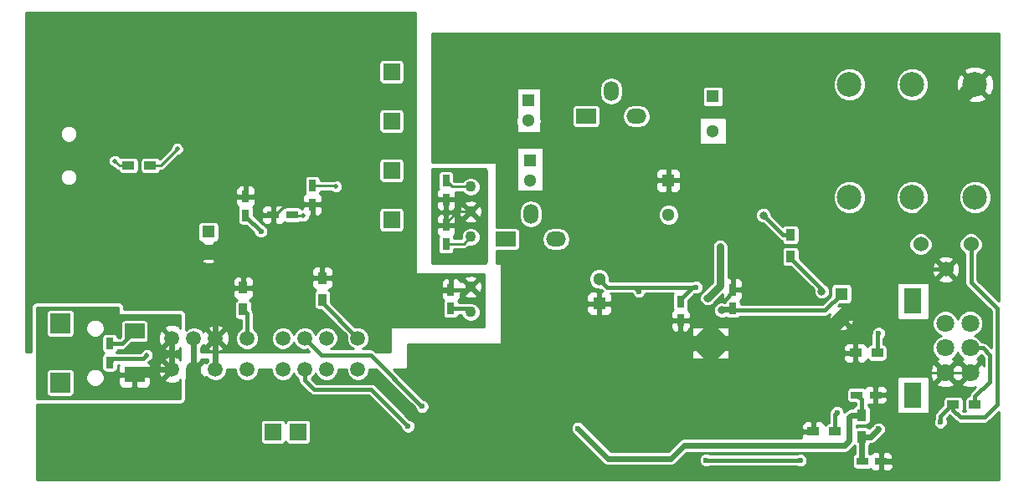
<source format=gbl>
G04 #@! TF.FileFunction,Copper,L2,Bot,Signal*
%FSLAX46Y46*%
G04 Gerber Fmt 4.6, Leading zero omitted, Abs format (unit mm)*
G04 Created by KiCad (PCBNEW 4.0.6) date Sat Sep  9 23:12:20 2017*
%MOMM*%
%LPD*%
G01*
G04 APERTURE LIST*
%ADD10C,0.100000*%
%ADD11R,1.300000X1.300000*%
%ADD12C,1.300000*%
%ADD13R,0.750000X1.200000*%
%ADD14R,1.200000X0.750000*%
%ADD15C,2.500000*%
%ADD16C,1.500000*%
%ADD17R,0.900000X1.200000*%
%ADD18R,1.200000X0.900000*%
%ADD19C,1.800000*%
%ADD20R,1.800000X2.500000*%
%ADD21R,1.700000X1.700000*%
%ADD22R,2.000000X2.000000*%
%ADD23R,2.000000X1.500000*%
%ADD24O,1.998980X1.501140*%
%ADD25R,1.998980X1.501140*%
%ADD26O,1.501140X1.998980*%
%ADD27C,1.100000*%
%ADD28C,1.524000*%
%ADD29C,0.500000*%
%ADD30C,0.700000*%
%ADD31C,0.600000*%
%ADD32C,0.800000*%
%ADD33C,0.250000*%
%ADD34C,0.400000*%
%ADD35C,1.500000*%
%ADD36C,0.600000*%
%ADD37C,0.800000*%
%ADD38C,0.254000*%
G04 APERTURE END LIST*
D10*
D11*
X83000000Y-22500000D03*
D12*
X83000000Y-26000000D03*
X31980000Y-38220000D03*
D11*
X31980000Y-36220000D03*
D13*
X35750000Y-34540000D03*
X35750000Y-32640000D03*
X22000000Y-47550000D03*
X22000000Y-49450000D03*
X56500000Y-42100000D03*
X56500000Y-44000000D03*
D12*
X64360000Y-24920000D03*
D11*
X64360000Y-22920000D03*
D12*
X64500000Y-31000000D03*
D11*
X64500000Y-29000000D03*
D14*
X40450000Y-34500000D03*
X38550000Y-34500000D03*
D13*
X56000000Y-32950000D03*
X56000000Y-31050000D03*
X56000000Y-37450000D03*
X56000000Y-35550000D03*
X42500000Y-31550000D03*
X42500000Y-33450000D03*
D11*
X78500000Y-31000000D03*
D12*
X78500000Y-34500000D03*
X96000000Y-45000000D03*
D11*
X96000000Y-42500000D03*
D13*
X85000000Y-44000000D03*
X85000000Y-42100000D03*
D14*
X100000000Y-59500000D03*
X98100000Y-59500000D03*
D13*
X79710000Y-43280000D03*
X79710000Y-45180000D03*
D12*
X71500000Y-41000000D03*
D11*
X71500000Y-43500000D03*
D15*
X109500000Y-32700000D03*
X103150000Y-32700000D03*
X96800000Y-32700000D03*
X96800000Y-21300000D03*
X103150000Y-21300000D03*
X109500000Y-21300000D03*
D16*
X39500000Y-50200000D03*
X41700000Y-50200000D03*
X43900000Y-50200000D03*
X39500000Y-47000000D03*
X41700000Y-47000000D03*
X43900000Y-47000000D03*
X47100000Y-47000000D03*
X47100000Y-50200000D03*
X28300000Y-50200000D03*
X30500000Y-50200000D03*
X32700000Y-50200000D03*
X28300000Y-47000000D03*
X30500000Y-47000000D03*
X32700000Y-47000000D03*
X35900000Y-47000000D03*
X35900000Y-50200000D03*
D17*
X90860000Y-38720000D03*
X90860000Y-36520000D03*
X98044000Y-54780000D03*
X98044000Y-56980000D03*
D18*
X23900000Y-29500000D03*
X26100000Y-29500000D03*
X93140000Y-56440000D03*
X95340000Y-56440000D03*
X99600000Y-48500000D03*
X97400000Y-48500000D03*
D19*
X106500000Y-48000000D03*
X106500000Y-50500000D03*
X106500000Y-45500000D03*
X109000000Y-50500000D03*
X109000000Y-48000000D03*
X109000000Y-45500000D03*
D20*
X103200000Y-43250000D03*
X103200000Y-52750000D03*
D21*
X50500000Y-25000000D03*
X50500000Y-30000000D03*
X50500000Y-35000000D03*
X50500000Y-20000000D03*
D22*
X17000000Y-51500000D03*
X17000000Y-45500000D03*
D23*
X24500000Y-50700000D03*
X24500000Y-46300000D03*
D24*
X75250000Y-24500000D03*
D25*
X70170000Y-24500000D03*
D26*
X72710000Y-21960000D03*
D24*
X67130000Y-36970000D03*
D25*
X62050000Y-36970000D03*
D26*
X64590000Y-34430000D03*
D14*
X97550000Y-52750000D03*
X99450000Y-52750000D03*
D27*
X58500000Y-44350000D03*
X58500000Y-41810000D03*
X58500000Y-36730000D03*
X58500000Y-34190000D03*
X58500000Y-31650000D03*
D17*
X43500000Y-40900000D03*
X43500000Y-43100000D03*
X35500000Y-41900000D03*
X35500000Y-44100000D03*
D18*
X109500000Y-53750000D03*
X107300000Y-53750000D03*
D28*
X109080000Y-37500000D03*
X104000000Y-37500000D03*
X106540000Y-40040000D03*
D21*
X38500000Y-56500000D03*
X41040000Y-56500000D03*
D29*
X14500000Y-30500000D03*
X17749996Y-24250000D03*
X14750000Y-26250004D03*
D30*
X19250000Y-31250000D03*
X21500000Y-31250000D03*
X20750000Y-31250000D03*
X20000000Y-31250000D03*
D29*
X38240000Y-29740000D03*
X33500000Y-33850000D03*
X24500000Y-34500000D03*
X22500000Y-34500000D03*
X37960000Y-33120000D03*
X40630000Y-33090000D03*
X39780000Y-18540000D03*
X38670000Y-18570000D03*
X39740000Y-42010000D03*
D31*
X37300000Y-36180000D03*
D29*
X28820000Y-27830000D03*
X25750000Y-48720000D03*
D31*
X100000000Y-45500000D03*
X75750000Y-52750000D03*
D29*
X95000000Y-47250000D03*
D31*
X108980000Y-55970002D03*
X53980002Y-56030000D03*
X91000000Y-56000000D03*
X109500000Y-59500000D03*
X81500000Y-56500000D03*
X74000000Y-57500000D03*
X57290000Y-34180000D03*
X57410000Y-35150000D03*
X57260000Y-32950000D03*
X77000000Y-31750000D03*
X76250000Y-31750000D03*
X76250000Y-31000000D03*
X76250000Y-30250000D03*
X77000000Y-30250000D03*
X77000000Y-31000000D03*
X90840000Y-53090000D03*
X86990000Y-55510000D03*
X102700000Y-55100000D03*
X89910000Y-51410000D03*
D15*
X82800000Y-47555000D03*
D29*
X41560000Y-34620000D03*
X44880000Y-31640000D03*
D32*
X88090000Y-34540000D03*
D31*
X69342000Y-56134000D03*
D32*
X94000000Y-42250000D03*
D31*
X83750000Y-39250000D03*
X83750000Y-37750000D03*
X83750000Y-38500000D03*
D32*
X82470000Y-42934998D03*
X83870000Y-44160000D03*
D31*
X99750000Y-56210000D03*
X75500000Y-42250000D03*
X81300000Y-41840000D03*
D29*
X22520000Y-29040000D03*
D31*
X52170000Y-55920000D03*
X53580000Y-53910000D03*
X95550000Y-54540000D03*
X91839998Y-59380000D03*
X82310000Y-59350000D03*
X99750000Y-46500000D03*
X106000000Y-55500000D03*
D33*
X14749999Y-30749999D02*
X14500000Y-30500000D01*
X15609999Y-31609999D02*
X14749999Y-30749999D01*
X18720001Y-31609999D02*
X15609999Y-31609999D01*
X17396443Y-24250000D02*
X17749996Y-24250000D01*
X16750004Y-24250000D02*
X17396443Y-24250000D01*
X14750000Y-26250004D02*
X16750004Y-24250000D01*
D34*
X20350260Y-32950080D02*
X20350260Y-31600260D01*
X20350260Y-31600260D02*
X20000000Y-31250000D01*
X18720001Y-31609999D02*
X18890001Y-31609999D01*
X18890001Y-31609999D02*
X19250000Y-31250000D01*
X37960000Y-33120000D02*
X37710001Y-32870001D01*
X37710001Y-32870001D02*
X37630001Y-32870001D01*
X37630001Y-32870001D02*
X37400000Y-32640000D01*
X38550000Y-34500000D02*
X38550000Y-33240000D01*
X38550000Y-33240000D02*
X38430000Y-33120000D01*
X38430000Y-33120000D02*
X37960000Y-33120000D01*
D33*
X37400000Y-32640000D02*
X37400000Y-30580000D01*
D34*
X35750000Y-32640000D02*
X36525000Y-32640000D01*
X36525000Y-32640000D02*
X37400000Y-32640000D01*
D33*
X37990001Y-29989999D02*
X38240000Y-29740000D01*
X37400000Y-30580000D02*
X37990001Y-29989999D01*
X38489999Y-29490001D02*
X38240000Y-29740000D01*
X39260000Y-28720000D02*
X38489999Y-29490001D01*
X39260000Y-18540000D02*
X39260000Y-28720000D01*
D35*
X37610000Y-38270000D02*
X35500000Y-38270000D01*
D34*
X35500000Y-41900000D02*
X35500000Y-38270000D01*
D35*
X35500000Y-38270000D02*
X28580000Y-38270000D01*
X44430000Y-37650000D02*
X43500000Y-37650000D01*
X43500000Y-37650000D02*
X38230000Y-37650000D01*
D34*
X43500000Y-40900000D02*
X43500000Y-37650000D01*
X54360000Y-42110000D02*
X48890000Y-42110000D01*
X48890000Y-42110000D02*
X44430000Y-37650000D01*
D35*
X20350260Y-35620260D02*
X20350260Y-34500000D01*
X20350260Y-34500000D02*
X20350260Y-32950080D01*
D36*
X22500000Y-34500000D02*
X20350260Y-34500000D01*
X22500000Y-34500000D02*
X24500000Y-34500000D01*
D34*
X31980000Y-38220000D02*
X31060762Y-38220000D01*
X31060762Y-38220000D02*
X31010762Y-38270000D01*
X31010762Y-38270000D02*
X28580000Y-38270000D01*
X56500000Y-42100000D02*
X58210000Y-42100000D01*
X58210000Y-42100000D02*
X58500000Y-41810000D01*
D33*
X20600450Y-32950080D02*
X20350260Y-32950080D01*
D35*
X28490000Y-38180000D02*
X22910000Y-38180000D01*
X22910000Y-38180000D02*
X20350260Y-35620260D01*
X38230000Y-37650000D02*
X37610000Y-38270000D01*
D36*
X56500000Y-42100000D02*
X55525000Y-42100000D01*
D33*
X40879999Y-33339999D02*
X40630000Y-33090000D01*
X40990000Y-33450000D02*
X40879999Y-33339999D01*
X38775000Y-34500000D02*
X40185000Y-33090000D01*
X40185000Y-33090000D02*
X40276447Y-33090000D01*
X42500000Y-33450000D02*
X40990000Y-33450000D01*
X38550000Y-34500000D02*
X38775000Y-34500000D01*
X40276447Y-33090000D02*
X40630000Y-33090000D01*
X39260000Y-18540000D02*
X38700000Y-18540000D01*
X39780000Y-18540000D02*
X39260000Y-18540000D01*
X38700000Y-18540000D02*
X38670000Y-18570000D01*
X38230000Y-35445000D02*
X38230000Y-37650000D01*
X38230000Y-37650000D02*
X38230000Y-40500000D01*
X38550000Y-34500000D02*
X38550000Y-35125000D01*
X38550000Y-35125000D02*
X38230000Y-35445000D01*
X39740000Y-42010000D02*
X38230000Y-40500000D01*
D36*
X28490000Y-38180000D02*
X28580000Y-38270000D01*
X20350260Y-35620260D02*
X23000000Y-38270000D01*
X23000000Y-38270000D02*
X28580000Y-38270000D01*
X28580000Y-38270000D02*
X32700000Y-42390000D01*
X32700000Y-42390000D02*
X32700000Y-47000000D01*
X32700000Y-50200000D02*
X32700000Y-47000000D01*
X55515000Y-42110000D02*
X54360000Y-42110000D01*
X55525000Y-42100000D02*
X55515000Y-42110000D01*
D34*
X56500000Y-44000000D02*
X58150000Y-44000000D01*
X58150000Y-44000000D02*
X58500000Y-44350000D01*
X35750000Y-34540000D02*
X35750000Y-34630000D01*
X35750000Y-34630000D02*
X37300000Y-36180000D01*
D33*
X28570001Y-28079999D02*
X28820000Y-27830000D01*
X27150000Y-29500000D02*
X28570001Y-28079999D01*
X26100000Y-29500000D02*
X27150000Y-29500000D01*
D34*
X22000000Y-47550000D02*
X23250000Y-47550000D01*
X23250000Y-47550000D02*
X24500000Y-46300000D01*
X25750000Y-48720000D02*
X25370000Y-49100000D01*
X25370000Y-49100000D02*
X22350000Y-49100000D01*
X22350000Y-49100000D02*
X22000000Y-49450000D01*
X99700001Y-45200001D02*
X100000000Y-45500000D01*
X99500000Y-45000000D02*
X99700001Y-45200001D01*
X96000000Y-45000000D02*
X99500000Y-45000000D01*
D35*
X101760002Y-39750000D02*
X101760002Y-37239998D01*
X101760002Y-37239998D02*
X106450001Y-32549999D01*
X106450001Y-32549999D02*
X106450001Y-24349999D01*
X106450001Y-24349999D02*
X108250001Y-22549999D01*
X108250001Y-22549999D02*
X109500000Y-21300000D01*
X97160001Y-44350001D02*
X101760002Y-39750000D01*
D34*
X106540000Y-40040000D02*
X102050002Y-40040000D01*
X102050002Y-40040000D02*
X101760002Y-39750000D01*
X75750000Y-52674264D02*
X75750000Y-52750000D01*
X75820000Y-52604264D02*
X75750000Y-52674264D01*
X75820000Y-52600000D02*
X75820000Y-52604264D01*
X93750000Y-47250000D02*
X95000000Y-47250000D01*
X96000000Y-45000000D02*
X96460000Y-45460000D01*
X102700000Y-56930000D02*
X108020002Y-56930000D01*
X108020002Y-56930000D02*
X108680001Y-56270001D01*
X109500000Y-59500000D02*
X108980000Y-58980000D01*
X108680001Y-56270001D02*
X108980000Y-55970002D01*
X108980000Y-56394266D02*
X108980000Y-55970002D01*
X108980000Y-58980000D02*
X108980000Y-56394266D01*
X85000000Y-42100000D02*
X85000000Y-42325000D01*
X85000000Y-42325000D02*
X84225000Y-43100000D01*
X84225000Y-43100000D02*
X83660000Y-43100000D01*
X83660000Y-43100000D02*
X82800000Y-43960000D01*
X82800000Y-43960000D02*
X82800000Y-44193998D01*
X53680003Y-56329999D02*
X53980002Y-56030000D01*
X53790000Y-56480000D02*
X53680003Y-56370003D01*
X53680003Y-56370003D02*
X53680003Y-56329999D01*
D35*
X53790000Y-56480000D02*
X53880004Y-56480000D01*
X53880004Y-56480000D02*
X56350004Y-54010000D01*
X56350004Y-54010000D02*
X73000000Y-54010000D01*
D34*
X93140000Y-56440000D02*
X91440000Y-56440000D01*
X91440000Y-56440000D02*
X91000000Y-56000000D01*
X82800000Y-47555000D02*
X82800000Y-55200000D01*
X82800000Y-55200000D02*
X81500000Y-56500000D01*
D35*
X73000000Y-54010000D02*
X74410000Y-54010000D01*
D34*
X73000000Y-56500000D02*
X74000000Y-57500000D01*
X73000000Y-54010000D02*
X73000000Y-56500000D01*
X102700000Y-57420000D02*
X102700000Y-56930000D01*
X102700000Y-56930000D02*
X102700000Y-55100000D01*
D35*
X50220000Y-60050000D02*
X53790000Y-56480000D01*
X30500000Y-50200000D02*
X30500000Y-56380000D01*
X30500000Y-56380000D02*
X34170000Y-60050000D01*
X34170000Y-60050000D02*
X50220000Y-60050000D01*
D33*
X57280000Y-34190000D02*
X57290000Y-34180000D01*
X57135000Y-34190000D02*
X57280000Y-34190000D01*
X57300000Y-34190000D02*
X57290000Y-34180000D01*
X58500000Y-34190000D02*
X57300000Y-34190000D01*
X56000000Y-35550000D02*
X56000000Y-35325000D01*
X56000000Y-35325000D02*
X57135000Y-34190000D01*
D35*
X93445000Y-47555000D02*
X93750000Y-47250000D01*
X93750000Y-47250000D02*
X96000000Y-45000000D01*
D34*
X76250000Y-31000000D02*
X76250000Y-31750000D01*
X77000000Y-30250000D02*
X76250000Y-30250000D01*
D36*
X101080000Y-54580000D02*
X101080000Y-52750000D01*
X101080000Y-52750000D02*
X101080000Y-50500000D01*
D34*
X99450000Y-52750000D02*
X100450000Y-52750000D01*
X100450000Y-52750000D02*
X101080000Y-52750000D01*
D36*
X102700000Y-55100000D02*
X101600000Y-55100000D01*
X101600000Y-55100000D02*
X101080000Y-54580000D01*
X101310000Y-58810000D02*
X101310000Y-59390000D01*
X101310000Y-59390000D02*
X101200000Y-59500000D01*
X101200000Y-59500000D02*
X100000000Y-59500000D01*
D34*
X79710000Y-45180000D02*
X81813998Y-45180000D01*
X81813998Y-45180000D02*
X82800000Y-44193998D01*
X71500000Y-43500000D02*
X72550000Y-43500000D01*
X72550000Y-43500000D02*
X76605000Y-47555000D01*
X76605000Y-47555000D02*
X80865000Y-47555000D01*
X82800000Y-44193998D02*
X82800000Y-45155000D01*
X82800000Y-45155000D02*
X82800000Y-47555000D01*
X93140000Y-56440000D02*
X93140000Y-55390000D01*
X93140000Y-55390000D02*
X90840000Y-53090000D01*
X90840000Y-53090000D02*
X90415736Y-53090000D01*
X90415736Y-53090000D02*
X89915736Y-52590000D01*
X89915736Y-52590000D02*
X89910000Y-52590000D01*
X101310000Y-58810000D02*
X102700000Y-57420000D01*
X86990000Y-55510000D02*
X89910000Y-52590000D01*
X89910000Y-52590000D02*
X89910000Y-51410000D01*
X75155000Y-54010000D02*
X74410000Y-54010000D01*
D35*
X74410000Y-54010000D02*
X75820000Y-52600000D01*
X75820000Y-52600000D02*
X80865000Y-47555000D01*
D33*
X106500000Y-50500000D02*
X101080000Y-50500000D01*
X101080000Y-50500000D02*
X98700000Y-50500000D01*
X97400000Y-48500000D02*
X97400000Y-46400000D01*
X97400000Y-46400000D02*
X96000000Y-45000000D01*
X98700000Y-50500000D02*
X97400000Y-49200000D01*
X97400000Y-49200000D02*
X97400000Y-48500000D01*
X106500000Y-50500000D02*
X107772792Y-50500000D01*
X107772792Y-50500000D02*
X109000000Y-50500000D01*
D35*
X80865000Y-47555000D02*
X82800000Y-47555000D01*
X82800000Y-47555000D02*
X90070000Y-47555000D01*
X90070000Y-47555000D02*
X93445000Y-47555000D01*
D34*
X90070000Y-50825736D02*
X90070000Y-47555000D01*
X89910000Y-51410000D02*
X89910000Y-50985736D01*
X89910000Y-50985736D02*
X90070000Y-50825736D01*
D35*
X96000000Y-45000000D02*
X96649999Y-44350001D01*
X96649999Y-44350001D02*
X97160001Y-44350001D01*
D33*
X58500000Y-34190000D02*
X57260000Y-32950000D01*
X57260000Y-32950000D02*
X56000000Y-32950000D01*
D36*
X30500000Y-50200000D02*
X30500000Y-47000000D01*
D33*
X58500000Y-31650000D02*
X56600000Y-31650000D01*
X56600000Y-31650000D02*
X56000000Y-31050000D01*
X58500000Y-36730000D02*
X57780000Y-37450000D01*
X57780000Y-37450000D02*
X56000000Y-37450000D01*
X41560000Y-34620000D02*
X40570000Y-34620000D01*
X40570000Y-34620000D02*
X40450000Y-34500000D01*
X42500000Y-31550000D02*
X44790000Y-31550000D01*
X44790000Y-31550000D02*
X44880000Y-31640000D01*
D34*
X90860000Y-36520000D02*
X90070000Y-36520000D01*
X90070000Y-36520000D02*
X88090000Y-34540000D01*
D36*
X98044000Y-54780000D02*
X96994000Y-54780000D01*
X96994000Y-54780000D02*
X96780000Y-54994000D01*
X96780000Y-54994000D02*
X96780000Y-57398000D01*
X96780000Y-57398000D02*
X96318000Y-57860000D01*
X96318000Y-57860000D02*
X80062000Y-57860000D01*
X80062000Y-57860000D02*
X78740000Y-59182000D01*
X78740000Y-59182000D02*
X72390000Y-59182000D01*
X72390000Y-59182000D02*
X69342000Y-56134000D01*
D34*
X98044000Y-54780000D02*
X98044000Y-53244000D01*
X98044000Y-53244000D02*
X97550000Y-52750000D01*
X90860000Y-38870000D02*
X94000000Y-42010000D01*
X94000000Y-42010000D02*
X94000000Y-42250000D01*
X90860000Y-38720000D02*
X90860000Y-38870000D01*
X84435685Y-44160000D02*
X83870000Y-44160000D01*
X94340000Y-44160000D02*
X84435685Y-44160000D01*
X96000000Y-42500000D02*
X94340000Y-44160000D01*
D37*
X83750000Y-39250000D02*
X83750000Y-41654998D01*
X83750000Y-38500000D02*
X83750000Y-39250000D01*
X83750000Y-38500000D02*
X83750000Y-37750000D01*
X83750000Y-41654998D02*
X82470000Y-42934998D01*
D34*
X85000000Y-44000000D02*
X84030000Y-44000000D01*
X84030000Y-44000000D02*
X83870000Y-44160000D01*
X83860000Y-44160000D02*
X83870000Y-44160000D01*
D36*
X98044000Y-56980000D02*
X98980000Y-56980000D01*
X98980000Y-56980000D02*
X99750000Y-56210000D01*
X98044000Y-56980000D02*
X98044000Y-59444000D01*
X98044000Y-59444000D02*
X98100000Y-59500000D01*
D34*
X72330000Y-41830000D02*
X75250000Y-41830000D01*
X75250000Y-41830000D02*
X81235738Y-41830000D01*
X75500000Y-42250000D02*
X75200001Y-41950001D01*
X75200001Y-41950001D02*
X75200001Y-41879999D01*
X75200001Y-41879999D02*
X75250000Y-41830000D01*
X81245738Y-41840000D02*
X81300000Y-41840000D01*
X81235738Y-41830000D02*
X81245738Y-41840000D01*
X80935000Y-41830000D02*
X81235738Y-41830000D01*
X79710000Y-43055000D02*
X80935000Y-41830000D01*
X71500000Y-41000000D02*
X72330000Y-41830000D01*
X79710000Y-43280000D02*
X79710000Y-43055000D01*
D33*
X23900000Y-29500000D02*
X22980000Y-29500000D01*
X22980000Y-29500000D02*
X22520000Y-29040000D01*
D36*
X28300000Y-50200000D02*
X25000000Y-50200000D01*
X25000000Y-50200000D02*
X24500000Y-50700000D01*
X28300000Y-50200000D02*
X28300000Y-47000000D01*
D34*
X52170000Y-55920000D02*
X48450000Y-52200000D01*
X48450000Y-52200000D02*
X42639340Y-52200000D01*
X42639340Y-52200000D02*
X41700000Y-51260660D01*
X41700000Y-51260660D02*
X41700000Y-50200000D01*
X52100000Y-55920000D02*
X52170000Y-55920000D01*
X48380000Y-48710000D02*
X53280001Y-53610001D01*
X53280001Y-53610001D02*
X53580000Y-53910000D01*
X43410000Y-48710000D02*
X48380000Y-48710000D01*
X41700000Y-47000000D02*
X43410000Y-48710000D01*
X95340000Y-56440000D02*
X95340000Y-54750000D01*
X95340000Y-54750000D02*
X95550000Y-54540000D01*
X91809998Y-59350000D02*
X91839998Y-59380000D01*
X82310000Y-59350000D02*
X91809998Y-59350000D01*
X99600000Y-48500000D02*
X99600000Y-46650000D01*
X99600000Y-46650000D02*
X99750000Y-46500000D01*
X47100000Y-47000000D02*
X43500000Y-43400000D01*
X43500000Y-43400000D02*
X43500000Y-43100000D01*
X35900000Y-47000000D02*
X35900000Y-44500000D01*
X35900000Y-44500000D02*
X35500000Y-44100000D01*
X111000000Y-48727208D02*
X111000000Y-51400000D01*
X111000000Y-51400000D02*
X109500000Y-52900000D01*
X109500000Y-52900000D02*
X109500000Y-53750000D01*
X109000000Y-48000000D02*
X110272792Y-48000000D01*
X110272792Y-48000000D02*
X111000000Y-48727208D01*
X106000000Y-54900000D02*
X106000000Y-55500000D01*
X107150000Y-53750000D02*
X106000000Y-54900000D01*
X107300000Y-53750000D02*
X107150000Y-53750000D01*
X109080000Y-37500000D02*
X109080000Y-41330000D01*
X111750000Y-53750000D02*
X110500000Y-55000000D01*
X109080000Y-41330000D02*
X111750000Y-44000000D01*
X111750000Y-44000000D02*
X111750000Y-53750000D01*
X110500000Y-55000000D02*
X108000000Y-55000000D01*
X108000000Y-55000000D02*
X107300000Y-54300000D01*
X107300000Y-54300000D02*
X107300000Y-53750000D01*
D33*
G36*
X52875000Y-40400000D02*
X52884848Y-40448632D01*
X52912841Y-40489601D01*
X52954568Y-40516451D01*
X53000000Y-40525000D01*
X59875000Y-40525000D01*
X59875000Y-45875000D01*
X50500000Y-45875000D01*
X50451368Y-45884848D01*
X50410399Y-45912841D01*
X50383549Y-45954568D01*
X50375000Y-46000000D01*
X50375000Y-48375000D01*
X48928884Y-48375000D01*
X48821942Y-48268058D01*
X48619177Y-48132575D01*
X48380000Y-48085000D01*
X47551008Y-48085000D01*
X47764715Y-47996698D01*
X48095536Y-47666453D01*
X48274796Y-47234747D01*
X48275204Y-46767303D01*
X48096698Y-46335285D01*
X47766453Y-46004464D01*
X47334747Y-45825204D01*
X46867303Y-45824796D01*
X46825820Y-45841936D01*
X44383326Y-43399442D01*
X44383326Y-42500000D01*
X44362111Y-42387250D01*
X55492000Y-42387250D01*
X55492000Y-42825911D01*
X55588368Y-43058565D01*
X55740184Y-43210381D01*
X55725814Y-43231412D01*
X55691674Y-43400000D01*
X55691674Y-44600000D01*
X55721309Y-44757496D01*
X55814389Y-44902146D01*
X55956412Y-44999186D01*
X56125000Y-45033326D01*
X56875000Y-45033326D01*
X57032496Y-45003691D01*
X57177146Y-44910611D01*
X57274186Y-44768588D01*
X57303263Y-44625000D01*
X57558676Y-44625000D01*
X57672954Y-44901571D01*
X57946986Y-45176082D01*
X58305210Y-45324830D01*
X58693089Y-45325169D01*
X59051571Y-45177046D01*
X59326082Y-44903014D01*
X59474830Y-44544790D01*
X59475169Y-44156911D01*
X59327046Y-43798429D01*
X59053014Y-43523918D01*
X58694790Y-43375170D01*
X58306911Y-43374831D01*
X58255645Y-43396014D01*
X58150000Y-43375000D01*
X57303622Y-43375000D01*
X57278691Y-43242504D01*
X57258723Y-43211474D01*
X57411632Y-43058565D01*
X57508000Y-42825911D01*
X57508000Y-42636577D01*
X57855857Y-42636577D01*
X57899457Y-42856044D01*
X58345475Y-43006237D01*
X58815017Y-42974313D01*
X59100543Y-42856044D01*
X59144143Y-42636577D01*
X58500000Y-41992434D01*
X57855857Y-42636577D01*
X57508000Y-42636577D01*
X57508000Y-42421280D01*
X57673423Y-42454143D01*
X58317566Y-41810000D01*
X58682434Y-41810000D01*
X59326577Y-42454143D01*
X59546044Y-42410543D01*
X59696237Y-41964525D01*
X59664313Y-41494983D01*
X59546044Y-41209457D01*
X59326577Y-41165857D01*
X58682434Y-41810000D01*
X58317566Y-41810000D01*
X57673423Y-41165857D01*
X57453956Y-41209457D01*
X57447612Y-41228298D01*
X57411632Y-41141435D01*
X57253620Y-40983423D01*
X57855857Y-40983423D01*
X58500000Y-41627566D01*
X59144143Y-40983423D01*
X59100543Y-40763956D01*
X58654525Y-40613763D01*
X58184983Y-40645687D01*
X57899457Y-40763956D01*
X57855857Y-40983423D01*
X57253620Y-40983423D01*
X57233566Y-40963369D01*
X57000912Y-40867000D01*
X56787250Y-40867000D01*
X56629000Y-41025250D01*
X56629000Y-41971000D01*
X56649000Y-41971000D01*
X56649000Y-42229000D01*
X56629000Y-42229000D01*
X56629000Y-42249000D01*
X56371000Y-42249000D01*
X56371000Y-42229000D01*
X55650250Y-42229000D01*
X55492000Y-42387250D01*
X44362111Y-42387250D01*
X44353691Y-42342504D01*
X44260611Y-42197854D01*
X44131808Y-42109847D01*
X44308566Y-42036631D01*
X44486632Y-41858565D01*
X44583000Y-41625911D01*
X44583000Y-41374089D01*
X55492000Y-41374089D01*
X55492000Y-41812750D01*
X55650250Y-41971000D01*
X56371000Y-41971000D01*
X56371000Y-41025250D01*
X56212750Y-40867000D01*
X55999088Y-40867000D01*
X55766434Y-40963369D01*
X55588368Y-41141435D01*
X55492000Y-41374089D01*
X44583000Y-41374089D01*
X44583000Y-41187250D01*
X44424750Y-41029000D01*
X43629000Y-41029000D01*
X43629000Y-41049000D01*
X43371000Y-41049000D01*
X43371000Y-41029000D01*
X42575250Y-41029000D01*
X42417000Y-41187250D01*
X42417000Y-41625911D01*
X42513368Y-41858565D01*
X42691434Y-42036631D01*
X42870183Y-42110672D01*
X42747854Y-42189389D01*
X42650814Y-42331412D01*
X42616674Y-42500000D01*
X42616674Y-43700000D01*
X42646309Y-43857496D01*
X42739389Y-44002146D01*
X42881412Y-44099186D01*
X43050000Y-44133326D01*
X43349442Y-44133326D01*
X45941683Y-46725567D01*
X45925204Y-46765253D01*
X45924796Y-47232697D01*
X46103302Y-47664715D01*
X46433547Y-47995536D01*
X46649000Y-48085000D01*
X44351008Y-48085000D01*
X44564715Y-47996698D01*
X44895536Y-47666453D01*
X45074796Y-47234747D01*
X45075204Y-46767303D01*
X44896698Y-46335285D01*
X44566453Y-46004464D01*
X44134747Y-45825204D01*
X43667303Y-45824796D01*
X43235285Y-46003302D01*
X42904464Y-46333547D01*
X42799965Y-46585210D01*
X42696698Y-46335285D01*
X42366453Y-46004464D01*
X41934747Y-45825204D01*
X41467303Y-45824796D01*
X41035285Y-46003302D01*
X40704464Y-46333547D01*
X40599965Y-46585210D01*
X40496698Y-46335285D01*
X40166453Y-46004464D01*
X39734747Y-45825204D01*
X39267303Y-45824796D01*
X38835285Y-46003302D01*
X38504464Y-46333547D01*
X38325204Y-46765253D01*
X38324796Y-47232697D01*
X38503302Y-47664715D01*
X38833547Y-47995536D01*
X39265253Y-48174796D01*
X39732697Y-48175204D01*
X40164715Y-47996698D01*
X40495536Y-47666453D01*
X40600035Y-47414790D01*
X40703302Y-47664715D01*
X41033547Y-47995536D01*
X41465253Y-48174796D01*
X41932697Y-48175204D01*
X41974180Y-48158064D01*
X42191116Y-48375000D01*
X32888913Y-48375000D01*
X33047073Y-48366714D01*
X33420994Y-48211831D01*
X33489259Y-47971693D01*
X32700000Y-47182434D01*
X31910741Y-47971693D01*
X31979006Y-48211831D01*
X32439751Y-48375000D01*
X31225000Y-48375000D01*
X31225000Y-47936518D01*
X31474341Y-47687611D01*
X31488169Y-47720994D01*
X31728307Y-47789259D01*
X32517566Y-47000000D01*
X32882434Y-47000000D01*
X33671693Y-47789259D01*
X33911831Y-47720994D01*
X34095499Y-47202365D01*
X34066714Y-46652927D01*
X33911831Y-46279006D01*
X33671693Y-46210741D01*
X32882434Y-47000000D01*
X32517566Y-47000000D01*
X31728307Y-46210741D01*
X31488169Y-46279006D01*
X31475691Y-46314241D01*
X31190255Y-46028307D01*
X31910741Y-46028307D01*
X32700000Y-46817566D01*
X33489259Y-46028307D01*
X33420994Y-45788169D01*
X32902365Y-45604501D01*
X32352927Y-45633286D01*
X31979006Y-45788169D01*
X31910741Y-46028307D01*
X31190255Y-46028307D01*
X31166453Y-46004464D01*
X30734747Y-45825204D01*
X30267303Y-45824796D01*
X29835285Y-46003302D01*
X29675000Y-46163308D01*
X29675000Y-44500000D01*
X29645935Y-44345531D01*
X29554643Y-44203660D01*
X29415349Y-44108484D01*
X29250000Y-44075000D01*
X23425000Y-44075000D01*
X23425000Y-43750000D01*
X23395935Y-43595531D01*
X23304643Y-43453660D01*
X23165349Y-43358484D01*
X23000000Y-43325000D01*
X14500000Y-43325000D01*
X14345531Y-43354065D01*
X14203660Y-43445357D01*
X14108484Y-43584651D01*
X14075000Y-43750000D01*
X14075000Y-48375000D01*
X13500000Y-48375000D01*
X13500000Y-42187250D01*
X34417000Y-42187250D01*
X34417000Y-42625911D01*
X34513368Y-42858565D01*
X34691434Y-43036631D01*
X34870183Y-43110672D01*
X34747854Y-43189389D01*
X34650814Y-43331412D01*
X34616674Y-43500000D01*
X34616674Y-44700000D01*
X34646309Y-44857496D01*
X34739389Y-45002146D01*
X34881412Y-45099186D01*
X35050000Y-45133326D01*
X35275000Y-45133326D01*
X35275000Y-45986892D01*
X35235285Y-46003302D01*
X34904464Y-46333547D01*
X34725204Y-46765253D01*
X34724796Y-47232697D01*
X34903302Y-47664715D01*
X35233547Y-47995536D01*
X35665253Y-48174796D01*
X36132697Y-48175204D01*
X36564715Y-47996698D01*
X36895536Y-47666453D01*
X37074796Y-47234747D01*
X37075204Y-46767303D01*
X36896698Y-46335285D01*
X36566453Y-46004464D01*
X36525000Y-45987251D01*
X36525000Y-44500000D01*
X36495163Y-44350000D01*
X36477425Y-44260822D01*
X36383326Y-44119994D01*
X36383326Y-43500000D01*
X36353691Y-43342504D01*
X36260611Y-43197854D01*
X36131808Y-43109847D01*
X36308566Y-43036631D01*
X36486632Y-42858565D01*
X36583000Y-42625911D01*
X36583000Y-42187250D01*
X36424750Y-42029000D01*
X35629000Y-42029000D01*
X35629000Y-42049000D01*
X35371000Y-42049000D01*
X35371000Y-42029000D01*
X34575250Y-42029000D01*
X34417000Y-42187250D01*
X13500000Y-42187250D01*
X13500000Y-41174089D01*
X34417000Y-41174089D01*
X34417000Y-41612750D01*
X34575250Y-41771000D01*
X35371000Y-41771000D01*
X35371000Y-40825250D01*
X35629000Y-40825250D01*
X35629000Y-41771000D01*
X36424750Y-41771000D01*
X36583000Y-41612750D01*
X36583000Y-41174089D01*
X36486632Y-40941435D01*
X36308566Y-40763369D01*
X36075912Y-40667000D01*
X35787250Y-40667000D01*
X35629000Y-40825250D01*
X35371000Y-40825250D01*
X35212750Y-40667000D01*
X34924088Y-40667000D01*
X34691434Y-40763369D01*
X34513368Y-40941435D01*
X34417000Y-41174089D01*
X13500000Y-41174089D01*
X13500000Y-40174089D01*
X42417000Y-40174089D01*
X42417000Y-40612750D01*
X42575250Y-40771000D01*
X43371000Y-40771000D01*
X43371000Y-39825250D01*
X43629000Y-39825250D01*
X43629000Y-40771000D01*
X44424750Y-40771000D01*
X44583000Y-40612750D01*
X44583000Y-40174089D01*
X44486632Y-39941435D01*
X44308566Y-39763369D01*
X44075912Y-39667000D01*
X43787250Y-39667000D01*
X43629000Y-39825250D01*
X43371000Y-39825250D01*
X43212750Y-39667000D01*
X42924088Y-39667000D01*
X42691434Y-39763369D01*
X42513368Y-39941435D01*
X42417000Y-40174089D01*
X13500000Y-40174089D01*
X13500000Y-39119175D01*
X31263258Y-39119175D01*
X31319209Y-39348970D01*
X31801547Y-39515905D01*
X32311052Y-39485551D01*
X32640791Y-39348970D01*
X32696742Y-39119175D01*
X31980000Y-38402434D01*
X31263258Y-39119175D01*
X13500000Y-39119175D01*
X13500000Y-38041547D01*
X30684095Y-38041547D01*
X30714449Y-38551052D01*
X30851030Y-38880791D01*
X31080825Y-38936742D01*
X31797566Y-38220000D01*
X32162434Y-38220000D01*
X32879175Y-38936742D01*
X33108970Y-38880791D01*
X33275905Y-38398453D01*
X33245551Y-37888948D01*
X33108970Y-37559209D01*
X32879175Y-37503258D01*
X32162434Y-38220000D01*
X31797566Y-38220000D01*
X31080825Y-37503258D01*
X30851030Y-37559209D01*
X30684095Y-38041547D01*
X13500000Y-38041547D01*
X13500000Y-35570000D01*
X30896674Y-35570000D01*
X30896674Y-36870000D01*
X30926309Y-37027496D01*
X31019389Y-37172146D01*
X31161412Y-37269186D01*
X31270455Y-37291268D01*
X31263258Y-37320825D01*
X31980000Y-38037566D01*
X32696742Y-37320825D01*
X32689744Y-37292084D01*
X32787496Y-37273691D01*
X32932146Y-37180611D01*
X33029186Y-37038588D01*
X33063326Y-36870000D01*
X33063326Y-35570000D01*
X33033691Y-35412504D01*
X32940611Y-35267854D01*
X32798588Y-35170814D01*
X32630000Y-35136674D01*
X31330000Y-35136674D01*
X31172504Y-35166309D01*
X31027854Y-35259389D01*
X30930814Y-35401412D01*
X30896674Y-35570000D01*
X13500000Y-35570000D01*
X13500000Y-32927250D01*
X34742000Y-32927250D01*
X34742000Y-33365911D01*
X34838368Y-33598565D01*
X34990184Y-33750381D01*
X34975814Y-33771412D01*
X34941674Y-33940000D01*
X34941674Y-35140000D01*
X34971309Y-35297496D01*
X35064389Y-35442146D01*
X35206412Y-35539186D01*
X35375000Y-35573326D01*
X35809442Y-35573326D01*
X36585562Y-36349446D01*
X36685016Y-36590143D01*
X36888784Y-36794267D01*
X37155156Y-36904874D01*
X37443579Y-36905126D01*
X37710143Y-36794984D01*
X37914267Y-36591216D01*
X38024874Y-36324844D01*
X38025126Y-36036421D01*
X37914984Y-35769857D01*
X37711216Y-35565733D01*
X37469069Y-35465185D01*
X36791134Y-34787250D01*
X37317000Y-34787250D01*
X37317000Y-35000912D01*
X37413369Y-35233566D01*
X37591435Y-35411632D01*
X37824089Y-35508000D01*
X38262750Y-35508000D01*
X38421000Y-35349750D01*
X38421000Y-34629000D01*
X37475250Y-34629000D01*
X37317000Y-34787250D01*
X36791134Y-34787250D01*
X36558326Y-34554442D01*
X36558326Y-33999088D01*
X37317000Y-33999088D01*
X37317000Y-34212750D01*
X37475250Y-34371000D01*
X38421000Y-34371000D01*
X38421000Y-33650250D01*
X38679000Y-33650250D01*
X38679000Y-34371000D01*
X38699000Y-34371000D01*
X38699000Y-34629000D01*
X38679000Y-34629000D01*
X38679000Y-35349750D01*
X38837250Y-35508000D01*
X39275911Y-35508000D01*
X39508565Y-35411632D01*
X39660381Y-35259816D01*
X39681412Y-35274186D01*
X39850000Y-35308326D01*
X41050000Y-35308326D01*
X41207496Y-35278691D01*
X41277566Y-35233602D01*
X41425145Y-35294883D01*
X41693677Y-35295117D01*
X41941857Y-35192571D01*
X42131903Y-35002856D01*
X42234883Y-34754855D01*
X42234965Y-34660785D01*
X42371000Y-34524750D01*
X42371000Y-33579000D01*
X42629000Y-33579000D01*
X42629000Y-34524750D01*
X42787250Y-34683000D01*
X43000912Y-34683000D01*
X43233566Y-34586631D01*
X43411632Y-34408565D01*
X43508000Y-34175911D01*
X43508000Y-34150000D01*
X49216674Y-34150000D01*
X49216674Y-35850000D01*
X49246309Y-36007496D01*
X49339389Y-36152146D01*
X49481412Y-36249186D01*
X49650000Y-36283326D01*
X51350000Y-36283326D01*
X51507496Y-36253691D01*
X51652146Y-36160611D01*
X51749186Y-36018588D01*
X51783326Y-35850000D01*
X51783326Y-34150000D01*
X51753691Y-33992504D01*
X51660611Y-33847854D01*
X51518588Y-33750814D01*
X51350000Y-33716674D01*
X49650000Y-33716674D01*
X49492504Y-33746309D01*
X49347854Y-33839389D01*
X49250814Y-33981412D01*
X49216674Y-34150000D01*
X43508000Y-34150000D01*
X43508000Y-33737250D01*
X43349750Y-33579000D01*
X42629000Y-33579000D01*
X42371000Y-33579000D01*
X41650250Y-33579000D01*
X41492000Y-33737250D01*
X41492000Y-33944940D01*
X41439142Y-33944894D01*
X41360611Y-33822854D01*
X41218588Y-33725814D01*
X41050000Y-33691674D01*
X39850000Y-33691674D01*
X39692504Y-33721309D01*
X39661474Y-33741277D01*
X39508565Y-33588368D01*
X39275911Y-33492000D01*
X38837250Y-33492000D01*
X38679000Y-33650250D01*
X38421000Y-33650250D01*
X38262750Y-33492000D01*
X37824089Y-33492000D01*
X37591435Y-33588368D01*
X37413369Y-33766434D01*
X37317000Y-33999088D01*
X36558326Y-33999088D01*
X36558326Y-33940000D01*
X36528691Y-33782504D01*
X36508723Y-33751474D01*
X36661632Y-33598565D01*
X36758000Y-33365911D01*
X36758000Y-32927250D01*
X36599750Y-32769000D01*
X35879000Y-32769000D01*
X35879000Y-32789000D01*
X35621000Y-32789000D01*
X35621000Y-32769000D01*
X34900250Y-32769000D01*
X34742000Y-32927250D01*
X13500000Y-32927250D01*
X13500000Y-32724089D01*
X41492000Y-32724089D01*
X41492000Y-33162750D01*
X41650250Y-33321000D01*
X42371000Y-33321000D01*
X42371000Y-33301000D01*
X42629000Y-33301000D01*
X42629000Y-33321000D01*
X43349750Y-33321000D01*
X43508000Y-33162750D01*
X43508000Y-32724089D01*
X43411632Y-32491435D01*
X43259816Y-32339619D01*
X43274186Y-32318588D01*
X43308326Y-32150000D01*
X43308326Y-32100000D01*
X44385436Y-32100000D01*
X44497144Y-32211903D01*
X44745145Y-32314883D01*
X45013677Y-32315117D01*
X45261857Y-32212571D01*
X45451903Y-32022856D01*
X45554883Y-31774855D01*
X45555117Y-31506323D01*
X45452571Y-31258143D01*
X45262856Y-31068097D01*
X45014855Y-30965117D01*
X44746323Y-30964883D01*
X44661333Y-31000000D01*
X43308326Y-31000000D01*
X43308326Y-30950000D01*
X43278691Y-30792504D01*
X43185611Y-30647854D01*
X43043588Y-30550814D01*
X42875000Y-30516674D01*
X42125000Y-30516674D01*
X41967504Y-30546309D01*
X41822854Y-30639389D01*
X41725814Y-30781412D01*
X41691674Y-30950000D01*
X41691674Y-32150000D01*
X41721309Y-32307496D01*
X41741277Y-32338526D01*
X41588368Y-32491435D01*
X41492000Y-32724089D01*
X13500000Y-32724089D01*
X13500000Y-31914089D01*
X34742000Y-31914089D01*
X34742000Y-32352750D01*
X34900250Y-32511000D01*
X35621000Y-32511000D01*
X35621000Y-31565250D01*
X35879000Y-31565250D01*
X35879000Y-32511000D01*
X36599750Y-32511000D01*
X36758000Y-32352750D01*
X36758000Y-31914089D01*
X36661632Y-31681435D01*
X36483566Y-31503369D01*
X36250912Y-31407000D01*
X36037250Y-31407000D01*
X35879000Y-31565250D01*
X35621000Y-31565250D01*
X35462750Y-31407000D01*
X35249088Y-31407000D01*
X35016434Y-31503369D01*
X34838368Y-31681435D01*
X34742000Y-31914089D01*
X13500000Y-31914089D01*
X13500000Y-30872841D01*
X16976169Y-30872841D01*
X17109035Y-31194403D01*
X17354843Y-31440640D01*
X17676172Y-31574068D01*
X18024101Y-31574371D01*
X18345663Y-31441505D01*
X18591900Y-31195697D01*
X18725328Y-30874368D01*
X18725631Y-30526439D01*
X18592765Y-30204877D01*
X18346957Y-29958640D01*
X18025628Y-29825212D01*
X17677699Y-29824909D01*
X17356137Y-29957775D01*
X17109900Y-30203583D01*
X16976472Y-30524912D01*
X16976169Y-30872841D01*
X13500000Y-30872841D01*
X13500000Y-29173677D01*
X21844883Y-29173677D01*
X21947429Y-29421857D01*
X22137144Y-29611903D01*
X22385145Y-29714883D01*
X22417093Y-29714911D01*
X22591091Y-29888909D01*
X22769524Y-30008134D01*
X22881816Y-30030470D01*
X22896309Y-30107496D01*
X22989389Y-30252146D01*
X23131412Y-30349186D01*
X23300000Y-30383326D01*
X24500000Y-30383326D01*
X24657496Y-30353691D01*
X24802146Y-30260611D01*
X24899186Y-30118588D01*
X24933326Y-29950000D01*
X24933326Y-29050000D01*
X25066674Y-29050000D01*
X25066674Y-29950000D01*
X25096309Y-30107496D01*
X25189389Y-30252146D01*
X25331412Y-30349186D01*
X25500000Y-30383326D01*
X26700000Y-30383326D01*
X26857496Y-30353691D01*
X27002146Y-30260611D01*
X27099186Y-30118588D01*
X27113075Y-30050000D01*
X27150000Y-30050000D01*
X27360476Y-30008134D01*
X27538909Y-29888909D01*
X28277817Y-29150000D01*
X49216674Y-29150000D01*
X49216674Y-30850000D01*
X49246309Y-31007496D01*
X49339389Y-31152146D01*
X49481412Y-31249186D01*
X49650000Y-31283326D01*
X51350000Y-31283326D01*
X51507496Y-31253691D01*
X51652146Y-31160611D01*
X51749186Y-31018588D01*
X51783326Y-30850000D01*
X51783326Y-29150000D01*
X51753691Y-28992504D01*
X51660611Y-28847854D01*
X51518588Y-28750814D01*
X51350000Y-28716674D01*
X49650000Y-28716674D01*
X49492504Y-28746309D01*
X49347854Y-28839389D01*
X49250814Y-28981412D01*
X49216674Y-29150000D01*
X28277817Y-29150000D01*
X28922727Y-28505090D01*
X28953677Y-28505117D01*
X29201857Y-28402571D01*
X29391903Y-28212856D01*
X29494883Y-27964855D01*
X29495117Y-27696323D01*
X29392571Y-27448143D01*
X29202856Y-27258097D01*
X28954855Y-27155117D01*
X28686323Y-27154883D01*
X28438143Y-27257429D01*
X28248097Y-27447144D01*
X28145117Y-27695145D01*
X28145089Y-27727094D01*
X27055135Y-28817047D01*
X27010611Y-28747854D01*
X26868588Y-28650814D01*
X26700000Y-28616674D01*
X25500000Y-28616674D01*
X25342504Y-28646309D01*
X25197854Y-28739389D01*
X25100814Y-28881412D01*
X25066674Y-29050000D01*
X24933326Y-29050000D01*
X24903691Y-28892504D01*
X24810611Y-28747854D01*
X24668588Y-28650814D01*
X24500000Y-28616674D01*
X23300000Y-28616674D01*
X23142504Y-28646309D01*
X23099196Y-28674177D01*
X23092571Y-28658143D01*
X22902856Y-28468097D01*
X22654855Y-28365117D01*
X22386323Y-28364883D01*
X22138143Y-28467429D01*
X21948097Y-28657144D01*
X21845117Y-28905145D01*
X21844883Y-29173677D01*
X13500000Y-29173677D01*
X13500000Y-26473561D01*
X16976169Y-26473561D01*
X17109035Y-26795123D01*
X17354843Y-27041360D01*
X17676172Y-27174788D01*
X18024101Y-27175091D01*
X18345663Y-27042225D01*
X18591900Y-26796417D01*
X18725328Y-26475088D01*
X18725631Y-26127159D01*
X18592765Y-25805597D01*
X18346957Y-25559360D01*
X18025628Y-25425932D01*
X17677699Y-25425629D01*
X17356137Y-25558495D01*
X17109900Y-25804303D01*
X16976472Y-26125632D01*
X16976169Y-26473561D01*
X13500000Y-26473561D01*
X13500000Y-24150000D01*
X49216674Y-24150000D01*
X49216674Y-25850000D01*
X49246309Y-26007496D01*
X49339389Y-26152146D01*
X49481412Y-26249186D01*
X49650000Y-26283326D01*
X51350000Y-26283326D01*
X51507496Y-26253691D01*
X51652146Y-26160611D01*
X51749186Y-26018588D01*
X51783326Y-25850000D01*
X51783326Y-24150000D01*
X51753691Y-23992504D01*
X51660611Y-23847854D01*
X51518588Y-23750814D01*
X51350000Y-23716674D01*
X49650000Y-23716674D01*
X49492504Y-23746309D01*
X49347854Y-23839389D01*
X49250814Y-23981412D01*
X49216674Y-24150000D01*
X13500000Y-24150000D01*
X13500000Y-19150000D01*
X49216674Y-19150000D01*
X49216674Y-20850000D01*
X49246309Y-21007496D01*
X49339389Y-21152146D01*
X49481412Y-21249186D01*
X49650000Y-21283326D01*
X51350000Y-21283326D01*
X51507496Y-21253691D01*
X51652146Y-21160611D01*
X51749186Y-21018588D01*
X51783326Y-20850000D01*
X51783326Y-19150000D01*
X51753691Y-18992504D01*
X51660611Y-18847854D01*
X51518588Y-18750814D01*
X51350000Y-18716674D01*
X49650000Y-18716674D01*
X49492504Y-18746309D01*
X49347854Y-18839389D01*
X49250814Y-18981412D01*
X49216674Y-19150000D01*
X13500000Y-19150000D01*
X13500000Y-14000000D01*
X52875000Y-14000000D01*
X52875000Y-40400000D01*
X52875000Y-40400000D01*
G37*
X52875000Y-40400000D02*
X52884848Y-40448632D01*
X52912841Y-40489601D01*
X52954568Y-40516451D01*
X53000000Y-40525000D01*
X59875000Y-40525000D01*
X59875000Y-45875000D01*
X50500000Y-45875000D01*
X50451368Y-45884848D01*
X50410399Y-45912841D01*
X50383549Y-45954568D01*
X50375000Y-46000000D01*
X50375000Y-48375000D01*
X48928884Y-48375000D01*
X48821942Y-48268058D01*
X48619177Y-48132575D01*
X48380000Y-48085000D01*
X47551008Y-48085000D01*
X47764715Y-47996698D01*
X48095536Y-47666453D01*
X48274796Y-47234747D01*
X48275204Y-46767303D01*
X48096698Y-46335285D01*
X47766453Y-46004464D01*
X47334747Y-45825204D01*
X46867303Y-45824796D01*
X46825820Y-45841936D01*
X44383326Y-43399442D01*
X44383326Y-42500000D01*
X44362111Y-42387250D01*
X55492000Y-42387250D01*
X55492000Y-42825911D01*
X55588368Y-43058565D01*
X55740184Y-43210381D01*
X55725814Y-43231412D01*
X55691674Y-43400000D01*
X55691674Y-44600000D01*
X55721309Y-44757496D01*
X55814389Y-44902146D01*
X55956412Y-44999186D01*
X56125000Y-45033326D01*
X56875000Y-45033326D01*
X57032496Y-45003691D01*
X57177146Y-44910611D01*
X57274186Y-44768588D01*
X57303263Y-44625000D01*
X57558676Y-44625000D01*
X57672954Y-44901571D01*
X57946986Y-45176082D01*
X58305210Y-45324830D01*
X58693089Y-45325169D01*
X59051571Y-45177046D01*
X59326082Y-44903014D01*
X59474830Y-44544790D01*
X59475169Y-44156911D01*
X59327046Y-43798429D01*
X59053014Y-43523918D01*
X58694790Y-43375170D01*
X58306911Y-43374831D01*
X58255645Y-43396014D01*
X58150000Y-43375000D01*
X57303622Y-43375000D01*
X57278691Y-43242504D01*
X57258723Y-43211474D01*
X57411632Y-43058565D01*
X57508000Y-42825911D01*
X57508000Y-42636577D01*
X57855857Y-42636577D01*
X57899457Y-42856044D01*
X58345475Y-43006237D01*
X58815017Y-42974313D01*
X59100543Y-42856044D01*
X59144143Y-42636577D01*
X58500000Y-41992434D01*
X57855857Y-42636577D01*
X57508000Y-42636577D01*
X57508000Y-42421280D01*
X57673423Y-42454143D01*
X58317566Y-41810000D01*
X58682434Y-41810000D01*
X59326577Y-42454143D01*
X59546044Y-42410543D01*
X59696237Y-41964525D01*
X59664313Y-41494983D01*
X59546044Y-41209457D01*
X59326577Y-41165857D01*
X58682434Y-41810000D01*
X58317566Y-41810000D01*
X57673423Y-41165857D01*
X57453956Y-41209457D01*
X57447612Y-41228298D01*
X57411632Y-41141435D01*
X57253620Y-40983423D01*
X57855857Y-40983423D01*
X58500000Y-41627566D01*
X59144143Y-40983423D01*
X59100543Y-40763956D01*
X58654525Y-40613763D01*
X58184983Y-40645687D01*
X57899457Y-40763956D01*
X57855857Y-40983423D01*
X57253620Y-40983423D01*
X57233566Y-40963369D01*
X57000912Y-40867000D01*
X56787250Y-40867000D01*
X56629000Y-41025250D01*
X56629000Y-41971000D01*
X56649000Y-41971000D01*
X56649000Y-42229000D01*
X56629000Y-42229000D01*
X56629000Y-42249000D01*
X56371000Y-42249000D01*
X56371000Y-42229000D01*
X55650250Y-42229000D01*
X55492000Y-42387250D01*
X44362111Y-42387250D01*
X44353691Y-42342504D01*
X44260611Y-42197854D01*
X44131808Y-42109847D01*
X44308566Y-42036631D01*
X44486632Y-41858565D01*
X44583000Y-41625911D01*
X44583000Y-41374089D01*
X55492000Y-41374089D01*
X55492000Y-41812750D01*
X55650250Y-41971000D01*
X56371000Y-41971000D01*
X56371000Y-41025250D01*
X56212750Y-40867000D01*
X55999088Y-40867000D01*
X55766434Y-40963369D01*
X55588368Y-41141435D01*
X55492000Y-41374089D01*
X44583000Y-41374089D01*
X44583000Y-41187250D01*
X44424750Y-41029000D01*
X43629000Y-41029000D01*
X43629000Y-41049000D01*
X43371000Y-41049000D01*
X43371000Y-41029000D01*
X42575250Y-41029000D01*
X42417000Y-41187250D01*
X42417000Y-41625911D01*
X42513368Y-41858565D01*
X42691434Y-42036631D01*
X42870183Y-42110672D01*
X42747854Y-42189389D01*
X42650814Y-42331412D01*
X42616674Y-42500000D01*
X42616674Y-43700000D01*
X42646309Y-43857496D01*
X42739389Y-44002146D01*
X42881412Y-44099186D01*
X43050000Y-44133326D01*
X43349442Y-44133326D01*
X45941683Y-46725567D01*
X45925204Y-46765253D01*
X45924796Y-47232697D01*
X46103302Y-47664715D01*
X46433547Y-47995536D01*
X46649000Y-48085000D01*
X44351008Y-48085000D01*
X44564715Y-47996698D01*
X44895536Y-47666453D01*
X45074796Y-47234747D01*
X45075204Y-46767303D01*
X44896698Y-46335285D01*
X44566453Y-46004464D01*
X44134747Y-45825204D01*
X43667303Y-45824796D01*
X43235285Y-46003302D01*
X42904464Y-46333547D01*
X42799965Y-46585210D01*
X42696698Y-46335285D01*
X42366453Y-46004464D01*
X41934747Y-45825204D01*
X41467303Y-45824796D01*
X41035285Y-46003302D01*
X40704464Y-46333547D01*
X40599965Y-46585210D01*
X40496698Y-46335285D01*
X40166453Y-46004464D01*
X39734747Y-45825204D01*
X39267303Y-45824796D01*
X38835285Y-46003302D01*
X38504464Y-46333547D01*
X38325204Y-46765253D01*
X38324796Y-47232697D01*
X38503302Y-47664715D01*
X38833547Y-47995536D01*
X39265253Y-48174796D01*
X39732697Y-48175204D01*
X40164715Y-47996698D01*
X40495536Y-47666453D01*
X40600035Y-47414790D01*
X40703302Y-47664715D01*
X41033547Y-47995536D01*
X41465253Y-48174796D01*
X41932697Y-48175204D01*
X41974180Y-48158064D01*
X42191116Y-48375000D01*
X32888913Y-48375000D01*
X33047073Y-48366714D01*
X33420994Y-48211831D01*
X33489259Y-47971693D01*
X32700000Y-47182434D01*
X31910741Y-47971693D01*
X31979006Y-48211831D01*
X32439751Y-48375000D01*
X31225000Y-48375000D01*
X31225000Y-47936518D01*
X31474341Y-47687611D01*
X31488169Y-47720994D01*
X31728307Y-47789259D01*
X32517566Y-47000000D01*
X32882434Y-47000000D01*
X33671693Y-47789259D01*
X33911831Y-47720994D01*
X34095499Y-47202365D01*
X34066714Y-46652927D01*
X33911831Y-46279006D01*
X33671693Y-46210741D01*
X32882434Y-47000000D01*
X32517566Y-47000000D01*
X31728307Y-46210741D01*
X31488169Y-46279006D01*
X31475691Y-46314241D01*
X31190255Y-46028307D01*
X31910741Y-46028307D01*
X32700000Y-46817566D01*
X33489259Y-46028307D01*
X33420994Y-45788169D01*
X32902365Y-45604501D01*
X32352927Y-45633286D01*
X31979006Y-45788169D01*
X31910741Y-46028307D01*
X31190255Y-46028307D01*
X31166453Y-46004464D01*
X30734747Y-45825204D01*
X30267303Y-45824796D01*
X29835285Y-46003302D01*
X29675000Y-46163308D01*
X29675000Y-44500000D01*
X29645935Y-44345531D01*
X29554643Y-44203660D01*
X29415349Y-44108484D01*
X29250000Y-44075000D01*
X23425000Y-44075000D01*
X23425000Y-43750000D01*
X23395935Y-43595531D01*
X23304643Y-43453660D01*
X23165349Y-43358484D01*
X23000000Y-43325000D01*
X14500000Y-43325000D01*
X14345531Y-43354065D01*
X14203660Y-43445357D01*
X14108484Y-43584651D01*
X14075000Y-43750000D01*
X14075000Y-48375000D01*
X13500000Y-48375000D01*
X13500000Y-42187250D01*
X34417000Y-42187250D01*
X34417000Y-42625911D01*
X34513368Y-42858565D01*
X34691434Y-43036631D01*
X34870183Y-43110672D01*
X34747854Y-43189389D01*
X34650814Y-43331412D01*
X34616674Y-43500000D01*
X34616674Y-44700000D01*
X34646309Y-44857496D01*
X34739389Y-45002146D01*
X34881412Y-45099186D01*
X35050000Y-45133326D01*
X35275000Y-45133326D01*
X35275000Y-45986892D01*
X35235285Y-46003302D01*
X34904464Y-46333547D01*
X34725204Y-46765253D01*
X34724796Y-47232697D01*
X34903302Y-47664715D01*
X35233547Y-47995536D01*
X35665253Y-48174796D01*
X36132697Y-48175204D01*
X36564715Y-47996698D01*
X36895536Y-47666453D01*
X37074796Y-47234747D01*
X37075204Y-46767303D01*
X36896698Y-46335285D01*
X36566453Y-46004464D01*
X36525000Y-45987251D01*
X36525000Y-44500000D01*
X36495163Y-44350000D01*
X36477425Y-44260822D01*
X36383326Y-44119994D01*
X36383326Y-43500000D01*
X36353691Y-43342504D01*
X36260611Y-43197854D01*
X36131808Y-43109847D01*
X36308566Y-43036631D01*
X36486632Y-42858565D01*
X36583000Y-42625911D01*
X36583000Y-42187250D01*
X36424750Y-42029000D01*
X35629000Y-42029000D01*
X35629000Y-42049000D01*
X35371000Y-42049000D01*
X35371000Y-42029000D01*
X34575250Y-42029000D01*
X34417000Y-42187250D01*
X13500000Y-42187250D01*
X13500000Y-41174089D01*
X34417000Y-41174089D01*
X34417000Y-41612750D01*
X34575250Y-41771000D01*
X35371000Y-41771000D01*
X35371000Y-40825250D01*
X35629000Y-40825250D01*
X35629000Y-41771000D01*
X36424750Y-41771000D01*
X36583000Y-41612750D01*
X36583000Y-41174089D01*
X36486632Y-40941435D01*
X36308566Y-40763369D01*
X36075912Y-40667000D01*
X35787250Y-40667000D01*
X35629000Y-40825250D01*
X35371000Y-40825250D01*
X35212750Y-40667000D01*
X34924088Y-40667000D01*
X34691434Y-40763369D01*
X34513368Y-40941435D01*
X34417000Y-41174089D01*
X13500000Y-41174089D01*
X13500000Y-40174089D01*
X42417000Y-40174089D01*
X42417000Y-40612750D01*
X42575250Y-40771000D01*
X43371000Y-40771000D01*
X43371000Y-39825250D01*
X43629000Y-39825250D01*
X43629000Y-40771000D01*
X44424750Y-40771000D01*
X44583000Y-40612750D01*
X44583000Y-40174089D01*
X44486632Y-39941435D01*
X44308566Y-39763369D01*
X44075912Y-39667000D01*
X43787250Y-39667000D01*
X43629000Y-39825250D01*
X43371000Y-39825250D01*
X43212750Y-39667000D01*
X42924088Y-39667000D01*
X42691434Y-39763369D01*
X42513368Y-39941435D01*
X42417000Y-40174089D01*
X13500000Y-40174089D01*
X13500000Y-39119175D01*
X31263258Y-39119175D01*
X31319209Y-39348970D01*
X31801547Y-39515905D01*
X32311052Y-39485551D01*
X32640791Y-39348970D01*
X32696742Y-39119175D01*
X31980000Y-38402434D01*
X31263258Y-39119175D01*
X13500000Y-39119175D01*
X13500000Y-38041547D01*
X30684095Y-38041547D01*
X30714449Y-38551052D01*
X30851030Y-38880791D01*
X31080825Y-38936742D01*
X31797566Y-38220000D01*
X32162434Y-38220000D01*
X32879175Y-38936742D01*
X33108970Y-38880791D01*
X33275905Y-38398453D01*
X33245551Y-37888948D01*
X33108970Y-37559209D01*
X32879175Y-37503258D01*
X32162434Y-38220000D01*
X31797566Y-38220000D01*
X31080825Y-37503258D01*
X30851030Y-37559209D01*
X30684095Y-38041547D01*
X13500000Y-38041547D01*
X13500000Y-35570000D01*
X30896674Y-35570000D01*
X30896674Y-36870000D01*
X30926309Y-37027496D01*
X31019389Y-37172146D01*
X31161412Y-37269186D01*
X31270455Y-37291268D01*
X31263258Y-37320825D01*
X31980000Y-38037566D01*
X32696742Y-37320825D01*
X32689744Y-37292084D01*
X32787496Y-37273691D01*
X32932146Y-37180611D01*
X33029186Y-37038588D01*
X33063326Y-36870000D01*
X33063326Y-35570000D01*
X33033691Y-35412504D01*
X32940611Y-35267854D01*
X32798588Y-35170814D01*
X32630000Y-35136674D01*
X31330000Y-35136674D01*
X31172504Y-35166309D01*
X31027854Y-35259389D01*
X30930814Y-35401412D01*
X30896674Y-35570000D01*
X13500000Y-35570000D01*
X13500000Y-32927250D01*
X34742000Y-32927250D01*
X34742000Y-33365911D01*
X34838368Y-33598565D01*
X34990184Y-33750381D01*
X34975814Y-33771412D01*
X34941674Y-33940000D01*
X34941674Y-35140000D01*
X34971309Y-35297496D01*
X35064389Y-35442146D01*
X35206412Y-35539186D01*
X35375000Y-35573326D01*
X35809442Y-35573326D01*
X36585562Y-36349446D01*
X36685016Y-36590143D01*
X36888784Y-36794267D01*
X37155156Y-36904874D01*
X37443579Y-36905126D01*
X37710143Y-36794984D01*
X37914267Y-36591216D01*
X38024874Y-36324844D01*
X38025126Y-36036421D01*
X37914984Y-35769857D01*
X37711216Y-35565733D01*
X37469069Y-35465185D01*
X36791134Y-34787250D01*
X37317000Y-34787250D01*
X37317000Y-35000912D01*
X37413369Y-35233566D01*
X37591435Y-35411632D01*
X37824089Y-35508000D01*
X38262750Y-35508000D01*
X38421000Y-35349750D01*
X38421000Y-34629000D01*
X37475250Y-34629000D01*
X37317000Y-34787250D01*
X36791134Y-34787250D01*
X36558326Y-34554442D01*
X36558326Y-33999088D01*
X37317000Y-33999088D01*
X37317000Y-34212750D01*
X37475250Y-34371000D01*
X38421000Y-34371000D01*
X38421000Y-33650250D01*
X38679000Y-33650250D01*
X38679000Y-34371000D01*
X38699000Y-34371000D01*
X38699000Y-34629000D01*
X38679000Y-34629000D01*
X38679000Y-35349750D01*
X38837250Y-35508000D01*
X39275911Y-35508000D01*
X39508565Y-35411632D01*
X39660381Y-35259816D01*
X39681412Y-35274186D01*
X39850000Y-35308326D01*
X41050000Y-35308326D01*
X41207496Y-35278691D01*
X41277566Y-35233602D01*
X41425145Y-35294883D01*
X41693677Y-35295117D01*
X41941857Y-35192571D01*
X42131903Y-35002856D01*
X42234883Y-34754855D01*
X42234965Y-34660785D01*
X42371000Y-34524750D01*
X42371000Y-33579000D01*
X42629000Y-33579000D01*
X42629000Y-34524750D01*
X42787250Y-34683000D01*
X43000912Y-34683000D01*
X43233566Y-34586631D01*
X43411632Y-34408565D01*
X43508000Y-34175911D01*
X43508000Y-34150000D01*
X49216674Y-34150000D01*
X49216674Y-35850000D01*
X49246309Y-36007496D01*
X49339389Y-36152146D01*
X49481412Y-36249186D01*
X49650000Y-36283326D01*
X51350000Y-36283326D01*
X51507496Y-36253691D01*
X51652146Y-36160611D01*
X51749186Y-36018588D01*
X51783326Y-35850000D01*
X51783326Y-34150000D01*
X51753691Y-33992504D01*
X51660611Y-33847854D01*
X51518588Y-33750814D01*
X51350000Y-33716674D01*
X49650000Y-33716674D01*
X49492504Y-33746309D01*
X49347854Y-33839389D01*
X49250814Y-33981412D01*
X49216674Y-34150000D01*
X43508000Y-34150000D01*
X43508000Y-33737250D01*
X43349750Y-33579000D01*
X42629000Y-33579000D01*
X42371000Y-33579000D01*
X41650250Y-33579000D01*
X41492000Y-33737250D01*
X41492000Y-33944940D01*
X41439142Y-33944894D01*
X41360611Y-33822854D01*
X41218588Y-33725814D01*
X41050000Y-33691674D01*
X39850000Y-33691674D01*
X39692504Y-33721309D01*
X39661474Y-33741277D01*
X39508565Y-33588368D01*
X39275911Y-33492000D01*
X38837250Y-33492000D01*
X38679000Y-33650250D01*
X38421000Y-33650250D01*
X38262750Y-33492000D01*
X37824089Y-33492000D01*
X37591435Y-33588368D01*
X37413369Y-33766434D01*
X37317000Y-33999088D01*
X36558326Y-33999088D01*
X36558326Y-33940000D01*
X36528691Y-33782504D01*
X36508723Y-33751474D01*
X36661632Y-33598565D01*
X36758000Y-33365911D01*
X36758000Y-32927250D01*
X36599750Y-32769000D01*
X35879000Y-32769000D01*
X35879000Y-32789000D01*
X35621000Y-32789000D01*
X35621000Y-32769000D01*
X34900250Y-32769000D01*
X34742000Y-32927250D01*
X13500000Y-32927250D01*
X13500000Y-32724089D01*
X41492000Y-32724089D01*
X41492000Y-33162750D01*
X41650250Y-33321000D01*
X42371000Y-33321000D01*
X42371000Y-33301000D01*
X42629000Y-33301000D01*
X42629000Y-33321000D01*
X43349750Y-33321000D01*
X43508000Y-33162750D01*
X43508000Y-32724089D01*
X43411632Y-32491435D01*
X43259816Y-32339619D01*
X43274186Y-32318588D01*
X43308326Y-32150000D01*
X43308326Y-32100000D01*
X44385436Y-32100000D01*
X44497144Y-32211903D01*
X44745145Y-32314883D01*
X45013677Y-32315117D01*
X45261857Y-32212571D01*
X45451903Y-32022856D01*
X45554883Y-31774855D01*
X45555117Y-31506323D01*
X45452571Y-31258143D01*
X45262856Y-31068097D01*
X45014855Y-30965117D01*
X44746323Y-30964883D01*
X44661333Y-31000000D01*
X43308326Y-31000000D01*
X43308326Y-30950000D01*
X43278691Y-30792504D01*
X43185611Y-30647854D01*
X43043588Y-30550814D01*
X42875000Y-30516674D01*
X42125000Y-30516674D01*
X41967504Y-30546309D01*
X41822854Y-30639389D01*
X41725814Y-30781412D01*
X41691674Y-30950000D01*
X41691674Y-32150000D01*
X41721309Y-32307496D01*
X41741277Y-32338526D01*
X41588368Y-32491435D01*
X41492000Y-32724089D01*
X13500000Y-32724089D01*
X13500000Y-31914089D01*
X34742000Y-31914089D01*
X34742000Y-32352750D01*
X34900250Y-32511000D01*
X35621000Y-32511000D01*
X35621000Y-31565250D01*
X35879000Y-31565250D01*
X35879000Y-32511000D01*
X36599750Y-32511000D01*
X36758000Y-32352750D01*
X36758000Y-31914089D01*
X36661632Y-31681435D01*
X36483566Y-31503369D01*
X36250912Y-31407000D01*
X36037250Y-31407000D01*
X35879000Y-31565250D01*
X35621000Y-31565250D01*
X35462750Y-31407000D01*
X35249088Y-31407000D01*
X35016434Y-31503369D01*
X34838368Y-31681435D01*
X34742000Y-31914089D01*
X13500000Y-31914089D01*
X13500000Y-30872841D01*
X16976169Y-30872841D01*
X17109035Y-31194403D01*
X17354843Y-31440640D01*
X17676172Y-31574068D01*
X18024101Y-31574371D01*
X18345663Y-31441505D01*
X18591900Y-31195697D01*
X18725328Y-30874368D01*
X18725631Y-30526439D01*
X18592765Y-30204877D01*
X18346957Y-29958640D01*
X18025628Y-29825212D01*
X17677699Y-29824909D01*
X17356137Y-29957775D01*
X17109900Y-30203583D01*
X16976472Y-30524912D01*
X16976169Y-30872841D01*
X13500000Y-30872841D01*
X13500000Y-29173677D01*
X21844883Y-29173677D01*
X21947429Y-29421857D01*
X22137144Y-29611903D01*
X22385145Y-29714883D01*
X22417093Y-29714911D01*
X22591091Y-29888909D01*
X22769524Y-30008134D01*
X22881816Y-30030470D01*
X22896309Y-30107496D01*
X22989389Y-30252146D01*
X23131412Y-30349186D01*
X23300000Y-30383326D01*
X24500000Y-30383326D01*
X24657496Y-30353691D01*
X24802146Y-30260611D01*
X24899186Y-30118588D01*
X24933326Y-29950000D01*
X24933326Y-29050000D01*
X25066674Y-29050000D01*
X25066674Y-29950000D01*
X25096309Y-30107496D01*
X25189389Y-30252146D01*
X25331412Y-30349186D01*
X25500000Y-30383326D01*
X26700000Y-30383326D01*
X26857496Y-30353691D01*
X27002146Y-30260611D01*
X27099186Y-30118588D01*
X27113075Y-30050000D01*
X27150000Y-30050000D01*
X27360476Y-30008134D01*
X27538909Y-29888909D01*
X28277817Y-29150000D01*
X49216674Y-29150000D01*
X49216674Y-30850000D01*
X49246309Y-31007496D01*
X49339389Y-31152146D01*
X49481412Y-31249186D01*
X49650000Y-31283326D01*
X51350000Y-31283326D01*
X51507496Y-31253691D01*
X51652146Y-31160611D01*
X51749186Y-31018588D01*
X51783326Y-30850000D01*
X51783326Y-29150000D01*
X51753691Y-28992504D01*
X51660611Y-28847854D01*
X51518588Y-28750814D01*
X51350000Y-28716674D01*
X49650000Y-28716674D01*
X49492504Y-28746309D01*
X49347854Y-28839389D01*
X49250814Y-28981412D01*
X49216674Y-29150000D01*
X28277817Y-29150000D01*
X28922727Y-28505090D01*
X28953677Y-28505117D01*
X29201857Y-28402571D01*
X29391903Y-28212856D01*
X29494883Y-27964855D01*
X29495117Y-27696323D01*
X29392571Y-27448143D01*
X29202856Y-27258097D01*
X28954855Y-27155117D01*
X28686323Y-27154883D01*
X28438143Y-27257429D01*
X28248097Y-27447144D01*
X28145117Y-27695145D01*
X28145089Y-27727094D01*
X27055135Y-28817047D01*
X27010611Y-28747854D01*
X26868588Y-28650814D01*
X26700000Y-28616674D01*
X25500000Y-28616674D01*
X25342504Y-28646309D01*
X25197854Y-28739389D01*
X25100814Y-28881412D01*
X25066674Y-29050000D01*
X24933326Y-29050000D01*
X24903691Y-28892504D01*
X24810611Y-28747854D01*
X24668588Y-28650814D01*
X24500000Y-28616674D01*
X23300000Y-28616674D01*
X23142504Y-28646309D01*
X23099196Y-28674177D01*
X23092571Y-28658143D01*
X22902856Y-28468097D01*
X22654855Y-28365117D01*
X22386323Y-28364883D01*
X22138143Y-28467429D01*
X21948097Y-28657144D01*
X21845117Y-28905145D01*
X21844883Y-29173677D01*
X13500000Y-29173677D01*
X13500000Y-26473561D01*
X16976169Y-26473561D01*
X17109035Y-26795123D01*
X17354843Y-27041360D01*
X17676172Y-27174788D01*
X18024101Y-27175091D01*
X18345663Y-27042225D01*
X18591900Y-26796417D01*
X18725328Y-26475088D01*
X18725631Y-26127159D01*
X18592765Y-25805597D01*
X18346957Y-25559360D01*
X18025628Y-25425932D01*
X17677699Y-25425629D01*
X17356137Y-25558495D01*
X17109900Y-25804303D01*
X16976472Y-26125632D01*
X16976169Y-26473561D01*
X13500000Y-26473561D01*
X13500000Y-24150000D01*
X49216674Y-24150000D01*
X49216674Y-25850000D01*
X49246309Y-26007496D01*
X49339389Y-26152146D01*
X49481412Y-26249186D01*
X49650000Y-26283326D01*
X51350000Y-26283326D01*
X51507496Y-26253691D01*
X51652146Y-26160611D01*
X51749186Y-26018588D01*
X51783326Y-25850000D01*
X51783326Y-24150000D01*
X51753691Y-23992504D01*
X51660611Y-23847854D01*
X51518588Y-23750814D01*
X51350000Y-23716674D01*
X49650000Y-23716674D01*
X49492504Y-23746309D01*
X49347854Y-23839389D01*
X49250814Y-23981412D01*
X49216674Y-24150000D01*
X13500000Y-24150000D01*
X13500000Y-19150000D01*
X49216674Y-19150000D01*
X49216674Y-20850000D01*
X49246309Y-21007496D01*
X49339389Y-21152146D01*
X49481412Y-21249186D01*
X49650000Y-21283326D01*
X51350000Y-21283326D01*
X51507496Y-21253691D01*
X51652146Y-21160611D01*
X51749186Y-21018588D01*
X51783326Y-20850000D01*
X51783326Y-19150000D01*
X51753691Y-18992504D01*
X51660611Y-18847854D01*
X51518588Y-18750814D01*
X51350000Y-18716674D01*
X49650000Y-18716674D01*
X49492504Y-18746309D01*
X49347854Y-18839389D01*
X49250814Y-18981412D01*
X49216674Y-19150000D01*
X13500000Y-19150000D01*
X13500000Y-14000000D01*
X52875000Y-14000000D01*
X52875000Y-40400000D01*
G36*
X111875000Y-43241116D02*
X109705000Y-41071116D01*
X109705000Y-38526092D01*
X109751503Y-38506877D01*
X110085703Y-38173260D01*
X110266794Y-37737145D01*
X110267206Y-37264927D01*
X110086877Y-36828497D01*
X109753260Y-36494297D01*
X109317145Y-36313206D01*
X108844927Y-36312794D01*
X108408497Y-36493123D01*
X108074297Y-36826740D01*
X107893206Y-37262855D01*
X107892794Y-37735073D01*
X108073123Y-38171503D01*
X108406740Y-38505703D01*
X108455000Y-38525742D01*
X108455000Y-41330000D01*
X108502575Y-41569177D01*
X108638058Y-41771942D01*
X111125000Y-44258884D01*
X111125000Y-47968325D01*
X110714734Y-47558058D01*
X110511969Y-47422575D01*
X110272792Y-47375000D01*
X110175407Y-47375000D01*
X110123935Y-47250428D01*
X109751532Y-46877375D01*
X109444625Y-46749936D01*
X109749572Y-46623935D01*
X110122625Y-46251532D01*
X110324769Y-45764715D01*
X110325229Y-45237598D01*
X110123935Y-44750428D01*
X109751532Y-44377375D01*
X109264715Y-44175231D01*
X108737598Y-44174771D01*
X108250428Y-44376065D01*
X107877375Y-44748468D01*
X107749936Y-45055375D01*
X107623935Y-44750428D01*
X107251532Y-44377375D01*
X106764715Y-44175231D01*
X106237598Y-44174771D01*
X105750428Y-44376065D01*
X105377375Y-44748468D01*
X105175231Y-45235285D01*
X105174771Y-45762402D01*
X105376065Y-46249572D01*
X105748468Y-46622625D01*
X106055375Y-46750064D01*
X105750428Y-46876065D01*
X105377375Y-47248468D01*
X105175231Y-47735285D01*
X105174771Y-48262402D01*
X105376065Y-48749572D01*
X105748468Y-49122625D01*
X105768501Y-49130943D01*
X105688770Y-49163969D01*
X105602083Y-49419649D01*
X106500000Y-50317566D01*
X107397917Y-49419649D01*
X107311230Y-49163969D01*
X107226969Y-49133274D01*
X107249572Y-49123935D01*
X107622625Y-48751532D01*
X107750064Y-48444625D01*
X107876065Y-48749572D01*
X108248468Y-49122625D01*
X108268501Y-49130943D01*
X108188770Y-49163969D01*
X108102083Y-49419649D01*
X109000000Y-50317566D01*
X109897917Y-49419649D01*
X109811230Y-49163969D01*
X109726969Y-49133274D01*
X109749572Y-49123935D01*
X110122625Y-48751532D01*
X110127852Y-48738944D01*
X110375000Y-48986091D01*
X110375000Y-49782849D01*
X110336031Y-49688770D01*
X110080351Y-49602083D01*
X109182434Y-50500000D01*
X109196576Y-50514142D01*
X109014142Y-50696576D01*
X109000000Y-50682434D01*
X108102083Y-51580351D01*
X108188770Y-51836031D01*
X108761798Y-52044776D01*
X109371090Y-52018343D01*
X109587352Y-51928764D01*
X109058058Y-52458058D01*
X108922575Y-52660823D01*
X108880915Y-52870265D01*
X108742504Y-52896309D01*
X108597854Y-52989389D01*
X108500814Y-53131412D01*
X108466674Y-53300000D01*
X108466674Y-54200000D01*
X108496309Y-54357496D01*
X108507573Y-54375000D01*
X108294805Y-54375000D01*
X108299186Y-54368588D01*
X108333326Y-54200000D01*
X108333326Y-53300000D01*
X108303691Y-53142504D01*
X108210611Y-52997854D01*
X108068588Y-52900814D01*
X107900000Y-52866674D01*
X106700000Y-52866674D01*
X106542504Y-52896309D01*
X106397854Y-52989389D01*
X106300814Y-53131412D01*
X106266674Y-53300000D01*
X106266674Y-53749443D01*
X105558058Y-54458058D01*
X105422575Y-54660823D01*
X105375000Y-54900000D01*
X105375000Y-55114632D01*
X105275126Y-55355156D01*
X105274874Y-55643579D01*
X105385016Y-55910143D01*
X105588784Y-56114267D01*
X105855156Y-56224874D01*
X106143579Y-56225126D01*
X106410143Y-56114984D01*
X106614267Y-55911216D01*
X106724874Y-55644844D01*
X106725126Y-55356421D01*
X106638095Y-55145789D01*
X106950000Y-54833884D01*
X107558056Y-55441939D01*
X107558058Y-55441942D01*
X107760823Y-55577425D01*
X108000000Y-55625000D01*
X110500000Y-55625000D01*
X110739177Y-55577425D01*
X110941942Y-55441942D01*
X111875000Y-54508884D01*
X111875000Y-61375000D01*
X14625000Y-61375000D01*
X14625000Y-55650000D01*
X37216674Y-55650000D01*
X37216674Y-57350000D01*
X37246309Y-57507496D01*
X37339389Y-57652146D01*
X37481412Y-57749186D01*
X37650000Y-57783326D01*
X39350000Y-57783326D01*
X39507496Y-57753691D01*
X39652146Y-57660611D01*
X39749186Y-57518588D01*
X39769511Y-57418221D01*
X39786309Y-57507496D01*
X39879389Y-57652146D01*
X40021412Y-57749186D01*
X40190000Y-57783326D01*
X41890000Y-57783326D01*
X42047496Y-57753691D01*
X42192146Y-57660611D01*
X42289186Y-57518588D01*
X42323326Y-57350000D01*
X42323326Y-55650000D01*
X42293691Y-55492504D01*
X42200611Y-55347854D01*
X42058588Y-55250814D01*
X41890000Y-55216674D01*
X40190000Y-55216674D01*
X40032504Y-55246309D01*
X39887854Y-55339389D01*
X39790814Y-55481412D01*
X39770489Y-55581779D01*
X39753691Y-55492504D01*
X39660611Y-55347854D01*
X39518588Y-55250814D01*
X39350000Y-55216674D01*
X37650000Y-55216674D01*
X37492504Y-55246309D01*
X37347854Y-55339389D01*
X37250814Y-55481412D01*
X37216674Y-55650000D01*
X14625000Y-55650000D01*
X14625000Y-53675000D01*
X29250000Y-53675000D01*
X29404469Y-53645935D01*
X29546340Y-53554643D01*
X29641516Y-53415349D01*
X29675000Y-53250000D01*
X29675000Y-51207436D01*
X29710741Y-51171695D01*
X29779006Y-51411831D01*
X30297635Y-51595499D01*
X30847073Y-51566714D01*
X31220994Y-51411831D01*
X31289259Y-51171693D01*
X30500000Y-50382434D01*
X30485858Y-50396576D01*
X30303424Y-50214142D01*
X30317566Y-50200000D01*
X30303424Y-50185858D01*
X30485858Y-50003424D01*
X30500000Y-50017566D01*
X31289259Y-49228307D01*
X31259892Y-49125000D01*
X31875000Y-49125000D01*
X31875000Y-49363308D01*
X31725659Y-49512389D01*
X31711831Y-49479006D01*
X31471693Y-49410741D01*
X30682434Y-50200000D01*
X31471693Y-50989259D01*
X31711831Y-50920994D01*
X31724309Y-50885759D01*
X32033547Y-51195536D01*
X32465253Y-51374796D01*
X32932697Y-51375204D01*
X33364715Y-51196698D01*
X33695536Y-50866453D01*
X33874796Y-50434747D01*
X33875066Y-50125000D01*
X34725065Y-50125000D01*
X34724796Y-50432697D01*
X34903302Y-50864715D01*
X35233547Y-51195536D01*
X35665253Y-51374796D01*
X36132697Y-51375204D01*
X36564715Y-51196698D01*
X36895536Y-50866453D01*
X37074796Y-50434747D01*
X37075066Y-50125000D01*
X38325065Y-50125000D01*
X38324796Y-50432697D01*
X38503302Y-50864715D01*
X38833547Y-51195536D01*
X39265253Y-51374796D01*
X39732697Y-51375204D01*
X40164715Y-51196698D01*
X40495536Y-50866453D01*
X40600035Y-50614790D01*
X40703302Y-50864715D01*
X41033547Y-51195536D01*
X41075000Y-51212749D01*
X41075000Y-51260660D01*
X41122575Y-51499837D01*
X41258058Y-51702602D01*
X42197396Y-52641939D01*
X42197398Y-52641942D01*
X42318946Y-52723158D01*
X42400162Y-52777425D01*
X42639340Y-52825000D01*
X48191116Y-52825000D01*
X51455561Y-56089444D01*
X51555016Y-56330143D01*
X51758784Y-56534267D01*
X52025156Y-56644874D01*
X52313579Y-56645126D01*
X52580143Y-56534984D01*
X52784267Y-56331216D01*
X52806538Y-56277579D01*
X68616874Y-56277579D01*
X68727016Y-56544143D01*
X68930784Y-56748267D01*
X68931090Y-56748394D01*
X71877348Y-59694652D01*
X72112554Y-59851813D01*
X72158585Y-59860969D01*
X72390000Y-59907000D01*
X78740000Y-59907000D01*
X78971415Y-59860969D01*
X79017446Y-59851813D01*
X79252652Y-59694652D01*
X79453725Y-59493579D01*
X81584874Y-59493579D01*
X81695016Y-59760143D01*
X81898784Y-59964267D01*
X82165156Y-60074874D01*
X82453579Y-60075126D01*
X82695902Y-59975000D01*
X91409549Y-59975000D01*
X91428782Y-59994267D01*
X91695154Y-60104874D01*
X91983577Y-60105126D01*
X92250141Y-59994984D01*
X92454265Y-59791216D01*
X92564872Y-59524844D01*
X92565124Y-59236421D01*
X92454982Y-58969857D01*
X92251214Y-58765733D01*
X91984842Y-58655126D01*
X91696419Y-58654874D01*
X91526701Y-58725000D01*
X82695368Y-58725000D01*
X82454844Y-58625126D01*
X82166421Y-58624874D01*
X81899857Y-58735016D01*
X81695733Y-58938784D01*
X81585126Y-59205156D01*
X81584874Y-59493579D01*
X79453725Y-59493579D01*
X80362305Y-58585000D01*
X96318000Y-58585000D01*
X96549415Y-58538969D01*
X96595446Y-58529813D01*
X96830652Y-58372652D01*
X97292653Y-57910652D01*
X97302826Y-57895427D01*
X97319000Y-57906478D01*
X97319000Y-58736433D01*
X97197854Y-58814389D01*
X97100814Y-58956412D01*
X97066674Y-59125000D01*
X97066674Y-59875000D01*
X97096309Y-60032496D01*
X97189389Y-60177146D01*
X97331412Y-60274186D01*
X97500000Y-60308326D01*
X98700000Y-60308326D01*
X98857496Y-60278691D01*
X98888526Y-60258723D01*
X99041435Y-60411632D01*
X99274089Y-60508000D01*
X99712750Y-60508000D01*
X99871000Y-60349750D01*
X99871000Y-59629000D01*
X100129000Y-59629000D01*
X100129000Y-60349750D01*
X100287250Y-60508000D01*
X100725911Y-60508000D01*
X100958565Y-60411632D01*
X101136631Y-60233566D01*
X101233000Y-60000912D01*
X101233000Y-59787250D01*
X101074750Y-59629000D01*
X100129000Y-59629000D01*
X99871000Y-59629000D01*
X99851000Y-59629000D01*
X99851000Y-59371000D01*
X99871000Y-59371000D01*
X99871000Y-58650250D01*
X100129000Y-58650250D01*
X100129000Y-59371000D01*
X101074750Y-59371000D01*
X101233000Y-59212750D01*
X101233000Y-58999088D01*
X101136631Y-58766434D01*
X100958565Y-58588368D01*
X100725911Y-58492000D01*
X100287250Y-58492000D01*
X100129000Y-58650250D01*
X99871000Y-58650250D01*
X99712750Y-58492000D01*
X99274089Y-58492000D01*
X99041435Y-58588368D01*
X98889619Y-58740184D01*
X98868588Y-58725814D01*
X98769000Y-58705647D01*
X98769000Y-57908079D01*
X98796146Y-57890611D01*
X98893186Y-57748588D01*
X98902013Y-57705000D01*
X98980000Y-57705000D01*
X99211415Y-57658969D01*
X99257446Y-57649813D01*
X99492652Y-57492652D01*
X100262205Y-56723100D01*
X100364267Y-56621216D01*
X100474874Y-56354844D01*
X100475126Y-56066421D01*
X100364984Y-55799857D01*
X100161216Y-55595733D01*
X99894844Y-55485126D01*
X99606421Y-55484874D01*
X99339857Y-55595016D01*
X99135733Y-55798784D01*
X99135607Y-55799089D01*
X98825061Y-56109634D01*
X98804611Y-56077854D01*
X98662588Y-55980814D01*
X98494000Y-55946674D01*
X97594000Y-55946674D01*
X97505000Y-55963421D01*
X97505000Y-55795303D01*
X97594000Y-55813326D01*
X98494000Y-55813326D01*
X98651496Y-55783691D01*
X98796146Y-55690611D01*
X98893186Y-55548588D01*
X98927326Y-55380000D01*
X98927326Y-54180000D01*
X98897691Y-54022504D01*
X98804611Y-53877854D01*
X98669000Y-53785195D01*
X98669000Y-53735181D01*
X98724089Y-53758000D01*
X99162750Y-53758000D01*
X99321000Y-53599750D01*
X99321000Y-52879000D01*
X99579000Y-52879000D01*
X99579000Y-53599750D01*
X99737250Y-53758000D01*
X100175911Y-53758000D01*
X100408565Y-53661632D01*
X100586631Y-53483566D01*
X100683000Y-53250912D01*
X100683000Y-53037250D01*
X100524750Y-52879000D01*
X99579000Y-52879000D01*
X99321000Y-52879000D01*
X99301000Y-52879000D01*
X99301000Y-52621000D01*
X99321000Y-52621000D01*
X99321000Y-51900250D01*
X99579000Y-51900250D01*
X99579000Y-52621000D01*
X100524750Y-52621000D01*
X100683000Y-52462750D01*
X100683000Y-52249088D01*
X100586631Y-52016434D01*
X100408565Y-51838368D01*
X100175911Y-51742000D01*
X99737250Y-51742000D01*
X99579000Y-51900250D01*
X99321000Y-51900250D01*
X99162750Y-51742000D01*
X98724089Y-51742000D01*
X98491435Y-51838368D01*
X98339619Y-51990184D01*
X98318588Y-51975814D01*
X98150000Y-51941674D01*
X96950000Y-51941674D01*
X96792504Y-51971309D01*
X96647854Y-52064389D01*
X96550814Y-52206412D01*
X96516674Y-52375000D01*
X96516674Y-53125000D01*
X96546309Y-53282496D01*
X96639389Y-53427146D01*
X96781412Y-53524186D01*
X96950000Y-53558326D01*
X97419000Y-53558326D01*
X97419000Y-53787573D01*
X97291854Y-53869389D01*
X97194814Y-54011412D01*
X97185987Y-54055000D01*
X96994000Y-54055000D01*
X96716554Y-54110187D01*
X96481348Y-54267347D01*
X96275059Y-54473637D01*
X96275126Y-54396421D01*
X96164984Y-54129857D01*
X95961216Y-53925733D01*
X95694844Y-53815126D01*
X95406421Y-53814874D01*
X95139857Y-53925016D01*
X94935733Y-54128784D01*
X94825126Y-54395156D01*
X94825107Y-54417238D01*
X94762575Y-54510823D01*
X94715000Y-54750000D01*
X94715000Y-55561378D01*
X94582504Y-55586309D01*
X94437854Y-55679389D01*
X94349847Y-55808192D01*
X94276631Y-55631434D01*
X94098565Y-55453368D01*
X93865911Y-55357000D01*
X93427250Y-55357000D01*
X93269000Y-55515250D01*
X93269000Y-56311000D01*
X93289000Y-56311000D01*
X93289000Y-56569000D01*
X93269000Y-56569000D01*
X93269000Y-56589000D01*
X93011000Y-56589000D01*
X93011000Y-56569000D01*
X92065250Y-56569000D01*
X91907000Y-56727250D01*
X91907000Y-57015912D01*
X91956328Y-57135000D01*
X80062000Y-57135000D01*
X79784555Y-57190187D01*
X79706508Y-57242337D01*
X79549347Y-57347348D01*
X78439696Y-58457000D01*
X72690304Y-58457000D01*
X70097392Y-55864088D01*
X91907000Y-55864088D01*
X91907000Y-56152750D01*
X92065250Y-56311000D01*
X93011000Y-56311000D01*
X93011000Y-55515250D01*
X92852750Y-55357000D01*
X92414089Y-55357000D01*
X92181435Y-55453368D01*
X92003369Y-55631434D01*
X91907000Y-55864088D01*
X70097392Y-55864088D01*
X69855672Y-55622368D01*
X69753216Y-55519733D01*
X69486844Y-55409126D01*
X69198421Y-55408874D01*
X68931857Y-55519016D01*
X68727733Y-55722784D01*
X68617126Y-55989156D01*
X68616874Y-56277579D01*
X52806538Y-56277579D01*
X52894874Y-56064844D01*
X52895126Y-55776421D01*
X52784984Y-55509857D01*
X52581216Y-55305733D01*
X52339068Y-55205184D01*
X48891942Y-51758058D01*
X48689177Y-51622575D01*
X48450000Y-51575000D01*
X42898223Y-51575000D01*
X42442386Y-51119162D01*
X42695536Y-50866453D01*
X42800035Y-50614790D01*
X42903302Y-50864715D01*
X43233547Y-51195536D01*
X43665253Y-51374796D01*
X44132697Y-51375204D01*
X44564715Y-51196698D01*
X44895536Y-50866453D01*
X45074796Y-50434747D01*
X45075066Y-50125000D01*
X45925065Y-50125000D01*
X45924796Y-50432697D01*
X46103302Y-50864715D01*
X46433547Y-51195536D01*
X46865253Y-51374796D01*
X47332697Y-51375204D01*
X47764715Y-51196698D01*
X48095536Y-50866453D01*
X48274796Y-50434747D01*
X48275066Y-50125000D01*
X48911116Y-50125000D01*
X52865562Y-54079446D01*
X52965016Y-54320143D01*
X53168784Y-54524267D01*
X53435156Y-54634874D01*
X53723579Y-54635126D01*
X53990143Y-54524984D01*
X54194267Y-54321216D01*
X54304874Y-54054844D01*
X54305126Y-53766421D01*
X54194984Y-53499857D01*
X53991216Y-53295733D01*
X53749069Y-53195185D01*
X51553884Y-51000000D01*
X101625000Y-51000000D01*
X101625000Y-54500000D01*
X101633549Y-54545432D01*
X101660399Y-54587159D01*
X101701368Y-54615152D01*
X101750000Y-54625000D01*
X104750000Y-54625000D01*
X104795432Y-54616451D01*
X104837159Y-54589601D01*
X104865152Y-54548632D01*
X104875000Y-54500000D01*
X104875000Y-51580351D01*
X105602083Y-51580351D01*
X105688770Y-51836031D01*
X106261798Y-52044776D01*
X106871090Y-52018343D01*
X107311230Y-51836031D01*
X107397917Y-51580351D01*
X106500000Y-50682434D01*
X105602083Y-51580351D01*
X104875000Y-51580351D01*
X104875000Y-51000000D01*
X104866451Y-50954568D01*
X104839601Y-50912841D01*
X104798632Y-50884848D01*
X104750000Y-50875000D01*
X101750000Y-50875000D01*
X101704568Y-50883549D01*
X101662841Y-50910399D01*
X101634848Y-50951368D01*
X101625000Y-51000000D01*
X51553884Y-51000000D01*
X50815682Y-50261798D01*
X104955224Y-50261798D01*
X104981657Y-50871090D01*
X105163969Y-51311230D01*
X105419649Y-51397917D01*
X106317566Y-50500000D01*
X106682434Y-50500000D01*
X107580351Y-51397917D01*
X107750000Y-51340398D01*
X107919649Y-51397917D01*
X108817566Y-50500000D01*
X107919649Y-49602083D01*
X107750000Y-49659602D01*
X107580351Y-49602083D01*
X106682434Y-50500000D01*
X106317566Y-50500000D01*
X105419649Y-49602083D01*
X105163969Y-49688770D01*
X104955224Y-50261798D01*
X50815682Y-50261798D01*
X50678884Y-50125000D01*
X52000000Y-50125000D01*
X52048632Y-50115152D01*
X52089601Y-50087159D01*
X52116451Y-50045432D01*
X52125000Y-50000000D01*
X52125000Y-48000000D01*
X80875000Y-48000000D01*
X80875000Y-49000000D01*
X80883549Y-49045432D01*
X80910399Y-49087159D01*
X80951368Y-49115152D01*
X81000000Y-49125000D01*
X82000000Y-49125000D01*
X82043819Y-49117068D01*
X82085913Y-49090796D01*
X82114469Y-49050218D01*
X82124988Y-49001727D01*
X82124014Y-48996547D01*
X83375048Y-48996547D01*
X83383549Y-49045432D01*
X83410399Y-49087159D01*
X83451368Y-49115152D01*
X83500000Y-49125000D01*
X84500000Y-49125000D01*
X84545432Y-49116451D01*
X84587159Y-49089601D01*
X84615152Y-49048632D01*
X84625000Y-49000000D01*
X84625000Y-48787250D01*
X96167000Y-48787250D01*
X96167000Y-49075912D01*
X96263369Y-49308566D01*
X96441435Y-49486632D01*
X96674089Y-49583000D01*
X97112750Y-49583000D01*
X97271000Y-49424750D01*
X97271000Y-48629000D01*
X96325250Y-48629000D01*
X96167000Y-48787250D01*
X84625000Y-48787250D01*
X84625000Y-48000000D01*
X84617068Y-47956181D01*
X84597038Y-47924088D01*
X96167000Y-47924088D01*
X96167000Y-48212750D01*
X96325250Y-48371000D01*
X97271000Y-48371000D01*
X97271000Y-47575250D01*
X97529000Y-47575250D01*
X97529000Y-48371000D01*
X97549000Y-48371000D01*
X97549000Y-48629000D01*
X97529000Y-48629000D01*
X97529000Y-49424750D01*
X97687250Y-49583000D01*
X98125911Y-49583000D01*
X98358565Y-49486632D01*
X98536631Y-49308566D01*
X98610672Y-49129817D01*
X98689389Y-49252146D01*
X98831412Y-49349186D01*
X99000000Y-49383326D01*
X100200000Y-49383326D01*
X100357496Y-49353691D01*
X100502146Y-49260611D01*
X100599186Y-49118588D01*
X100633326Y-48950000D01*
X100633326Y-48050000D01*
X100603691Y-47892504D01*
X100510611Y-47747854D01*
X100368588Y-47650814D01*
X100225000Y-47621737D01*
X100225000Y-47050240D01*
X100364267Y-46911216D01*
X100474874Y-46644844D01*
X100475126Y-46356421D01*
X100364984Y-46089857D01*
X100161216Y-45885733D01*
X99894844Y-45775126D01*
X99606421Y-45774874D01*
X99339857Y-45885016D01*
X99135733Y-46088784D01*
X99025126Y-46355156D01*
X99025081Y-46407073D01*
X99022575Y-46410823D01*
X98975000Y-46650000D01*
X98975000Y-47621378D01*
X98842504Y-47646309D01*
X98697854Y-47739389D01*
X98609847Y-47868192D01*
X98536631Y-47691434D01*
X98358565Y-47513368D01*
X98125911Y-47417000D01*
X97687250Y-47417000D01*
X97529000Y-47575250D01*
X97271000Y-47575250D01*
X97112750Y-47417000D01*
X96674089Y-47417000D01*
X96441435Y-47513368D01*
X96263369Y-47691434D01*
X96167000Y-47924088D01*
X84597038Y-47924088D01*
X84590796Y-47914087D01*
X84550218Y-47885531D01*
X84501727Y-47875012D01*
X84452963Y-47884187D01*
X84411612Y-47911612D01*
X83411612Y-48911612D01*
X83386236Y-48948205D01*
X83375048Y-48996547D01*
X82124014Y-48996547D01*
X82115813Y-48952963D01*
X82088388Y-48911612D01*
X81088388Y-47911612D01*
X81051795Y-47886236D01*
X81003453Y-47875048D01*
X80954568Y-47883549D01*
X80912841Y-47910399D01*
X80884848Y-47951368D01*
X80875000Y-48000000D01*
X52125000Y-48000000D01*
X52125000Y-47625000D01*
X61500000Y-47625000D01*
X61548632Y-47615152D01*
X61589601Y-47587159D01*
X61616451Y-47545432D01*
X61625000Y-47500000D01*
X61625000Y-45467250D01*
X78702000Y-45467250D01*
X78702000Y-45905911D01*
X78798368Y-46138565D01*
X78976434Y-46316631D01*
X79209088Y-46413000D01*
X79422750Y-46413000D01*
X79581000Y-46254750D01*
X79581000Y-45309000D01*
X79839000Y-45309000D01*
X79839000Y-46254750D01*
X79997250Y-46413000D01*
X80210912Y-46413000D01*
X80443566Y-46316631D01*
X80621632Y-46138565D01*
X80679027Y-46000000D01*
X80875000Y-46000000D01*
X80875000Y-47000000D01*
X80882932Y-47043819D01*
X80909204Y-47085913D01*
X80949782Y-47114469D01*
X80998273Y-47124988D01*
X81047037Y-47115813D01*
X81088388Y-47088388D01*
X82088388Y-46088388D01*
X82113764Y-46051795D01*
X82124952Y-46003453D01*
X82124052Y-45998273D01*
X83375012Y-45998273D01*
X83384187Y-46047037D01*
X83411612Y-46088388D01*
X84411612Y-47088388D01*
X84448205Y-47113764D01*
X84496547Y-47124952D01*
X84545432Y-47116451D01*
X84587159Y-47089601D01*
X84615152Y-47048632D01*
X84625000Y-47000000D01*
X84625000Y-46000000D01*
X84616451Y-45954568D01*
X84589601Y-45912841D01*
X84569601Y-45899175D01*
X95283258Y-45899175D01*
X95339209Y-46128970D01*
X95821547Y-46295905D01*
X96331052Y-46265551D01*
X96660791Y-46128970D01*
X96716742Y-45899175D01*
X96000000Y-45182434D01*
X95283258Y-45899175D01*
X84569601Y-45899175D01*
X84548632Y-45884848D01*
X84500000Y-45875000D01*
X83500000Y-45875000D01*
X83456181Y-45882932D01*
X83414087Y-45909204D01*
X83385531Y-45949782D01*
X83375012Y-45998273D01*
X82124052Y-45998273D01*
X82116451Y-45954568D01*
X82089601Y-45912841D01*
X82048632Y-45884848D01*
X82000000Y-45875000D01*
X81000000Y-45875000D01*
X80954568Y-45883549D01*
X80912841Y-45910399D01*
X80884848Y-45951368D01*
X80875000Y-46000000D01*
X80679027Y-46000000D01*
X80718000Y-45905911D01*
X80718000Y-45467250D01*
X80559750Y-45309000D01*
X79839000Y-45309000D01*
X79581000Y-45309000D01*
X78860250Y-45309000D01*
X78702000Y-45467250D01*
X61625000Y-45467250D01*
X61625000Y-43787250D01*
X70217000Y-43787250D01*
X70217000Y-44275911D01*
X70313368Y-44508565D01*
X70491434Y-44686631D01*
X70724088Y-44783000D01*
X71212750Y-44783000D01*
X71371000Y-44624750D01*
X71371000Y-43629000D01*
X71629000Y-43629000D01*
X71629000Y-44624750D01*
X71787250Y-44783000D01*
X72275912Y-44783000D01*
X72508566Y-44686631D01*
X72686632Y-44508565D01*
X72783000Y-44275911D01*
X72783000Y-43787250D01*
X72624750Y-43629000D01*
X71629000Y-43629000D01*
X71371000Y-43629000D01*
X70375250Y-43629000D01*
X70217000Y-43787250D01*
X61625000Y-43787250D01*
X61625000Y-42724089D01*
X70217000Y-42724089D01*
X70217000Y-43212750D01*
X70375250Y-43371000D01*
X71371000Y-43371000D01*
X71371000Y-42375250D01*
X71212750Y-42217000D01*
X70724088Y-42217000D01*
X70491434Y-42313369D01*
X70313368Y-42491435D01*
X70217000Y-42724089D01*
X61625000Y-42724089D01*
X61625000Y-41212893D01*
X70424814Y-41212893D01*
X70588128Y-41608143D01*
X70890267Y-41910809D01*
X71285231Y-42074813D01*
X71691283Y-42075167D01*
X71833116Y-42217000D01*
X71787250Y-42217000D01*
X71629000Y-42375250D01*
X71629000Y-43371000D01*
X72624750Y-43371000D01*
X72783000Y-43212750D01*
X72783000Y-42724089D01*
X72686632Y-42491435D01*
X72650197Y-42455000D01*
X74800253Y-42455000D01*
X74885016Y-42660143D01*
X75088784Y-42864267D01*
X75355156Y-42974874D01*
X75643579Y-42975126D01*
X75910143Y-42864984D01*
X76114267Y-42661216D01*
X76199895Y-42455000D01*
X78974359Y-42455000D01*
X78935814Y-42511412D01*
X78901674Y-42680000D01*
X78901674Y-43880000D01*
X78931309Y-44037496D01*
X78951277Y-44068526D01*
X78798368Y-44221435D01*
X78702000Y-44454089D01*
X78702000Y-44892750D01*
X78860250Y-45051000D01*
X79581000Y-45051000D01*
X79581000Y-45031000D01*
X79839000Y-45031000D01*
X79839000Y-45051000D01*
X80559750Y-45051000D01*
X80718000Y-44892750D01*
X80718000Y-44454089D01*
X80621632Y-44221435D01*
X80469816Y-44069619D01*
X80484186Y-44048588D01*
X80518326Y-43880000D01*
X80518326Y-43130558D01*
X80550502Y-43098381D01*
X81644857Y-43098381D01*
X81770191Y-43401713D01*
X82002065Y-43633991D01*
X82305177Y-43759855D01*
X82633383Y-43760141D01*
X82936715Y-43634807D01*
X83168993Y-43402933D01*
X83169136Y-43402588D01*
X83992000Y-42579724D01*
X83992000Y-42825911D01*
X84088368Y-43058565D01*
X84240184Y-43210381D01*
X84225814Y-43231412D01*
X84196737Y-43375000D01*
X84130809Y-43375000D01*
X84034823Y-43335143D01*
X83706617Y-43334857D01*
X83403285Y-43460191D01*
X83171007Y-43692065D01*
X83045143Y-43995177D01*
X83044857Y-44323383D01*
X83170191Y-44626715D01*
X83402065Y-44858993D01*
X83705177Y-44984857D01*
X84033383Y-44985143D01*
X84297557Y-44875989D01*
X84314389Y-44902146D01*
X84456412Y-44999186D01*
X84625000Y-45033326D01*
X85375000Y-45033326D01*
X85532496Y-45003691D01*
X85677146Y-44910611D01*
X85762972Y-44785000D01*
X94340000Y-44785000D01*
X94579177Y-44737425D01*
X94779545Y-44603544D01*
X94704095Y-44821547D01*
X94734449Y-45331052D01*
X94871030Y-45660791D01*
X95100825Y-45716742D01*
X95817566Y-45000000D01*
X96182434Y-45000000D01*
X96899175Y-45716742D01*
X97128970Y-45660791D01*
X97295905Y-45178453D01*
X97265551Y-44668948D01*
X97128970Y-44339209D01*
X96899175Y-44283258D01*
X96182434Y-45000000D01*
X95817566Y-45000000D01*
X95803424Y-44985858D01*
X95985858Y-44803424D01*
X96000000Y-44817566D01*
X96716742Y-44100825D01*
X96660791Y-43871030D01*
X96178453Y-43704095D01*
X95668948Y-43734449D01*
X95635637Y-43748247D01*
X95800557Y-43583326D01*
X96650000Y-43583326D01*
X96807496Y-43553691D01*
X96952146Y-43460611D01*
X97049186Y-43318588D01*
X97083326Y-43150000D01*
X97083326Y-41850000D01*
X97053691Y-41692504D01*
X96960611Y-41547854D01*
X96890575Y-41500000D01*
X101625000Y-41500000D01*
X101625000Y-45000000D01*
X101633549Y-45045432D01*
X101660399Y-45087159D01*
X101701368Y-45115152D01*
X101750000Y-45125000D01*
X104750000Y-45125000D01*
X104795432Y-45116451D01*
X104837159Y-45089601D01*
X104865152Y-45048632D01*
X104875000Y-45000000D01*
X104875000Y-41500000D01*
X104866451Y-41454568D01*
X104839601Y-41412841D01*
X104798632Y-41384848D01*
X104750000Y-41375000D01*
X101750000Y-41375000D01*
X101704568Y-41383549D01*
X101662841Y-41410399D01*
X101634848Y-41451368D01*
X101625000Y-41500000D01*
X96890575Y-41500000D01*
X96818588Y-41450814D01*
X96650000Y-41416674D01*
X95350000Y-41416674D01*
X95192504Y-41446309D01*
X95047854Y-41539389D01*
X94950814Y-41681412D01*
X94916674Y-41850000D01*
X94916674Y-42699443D01*
X94081116Y-43535000D01*
X85808326Y-43535000D01*
X85808326Y-43400000D01*
X85778691Y-43242504D01*
X85758723Y-43211474D01*
X85911632Y-43058565D01*
X86008000Y-42825911D01*
X86008000Y-42387250D01*
X85849750Y-42229000D01*
X85129000Y-42229000D01*
X85129000Y-42249000D01*
X84871000Y-42249000D01*
X84871000Y-42229000D01*
X84851000Y-42229000D01*
X84851000Y-41971000D01*
X84871000Y-41971000D01*
X84871000Y-41025250D01*
X85129000Y-41025250D01*
X85129000Y-41971000D01*
X85849750Y-41971000D01*
X86008000Y-41812750D01*
X86008000Y-41374089D01*
X85911632Y-41141435D01*
X85733566Y-40963369D01*
X85500912Y-40867000D01*
X85287250Y-40867000D01*
X85129000Y-41025250D01*
X84871000Y-41025250D01*
X84712750Y-40867000D01*
X84575000Y-40867000D01*
X84575000Y-38120000D01*
X89976674Y-38120000D01*
X89976674Y-39320000D01*
X90006309Y-39477496D01*
X90099389Y-39622146D01*
X90241412Y-39719186D01*
X90410000Y-39753326D01*
X90859442Y-39753326D01*
X93179882Y-42073765D01*
X93175143Y-42085177D01*
X93174857Y-42413383D01*
X93300191Y-42716715D01*
X93532065Y-42948993D01*
X93835177Y-43074857D01*
X94163383Y-43075143D01*
X94466715Y-42949809D01*
X94698993Y-42717935D01*
X94824857Y-42414823D01*
X94825143Y-42086617D01*
X94699809Y-41783285D01*
X94467935Y-41551007D01*
X94394324Y-41520441D01*
X93894274Y-41020390D01*
X105742043Y-41020390D01*
X105811784Y-41261771D01*
X106334768Y-41447445D01*
X106888996Y-41418849D01*
X107268216Y-41261771D01*
X107337957Y-41020390D01*
X106540000Y-40222434D01*
X105742043Y-41020390D01*
X93894274Y-41020390D01*
X92708652Y-39834768D01*
X105132555Y-39834768D01*
X105161151Y-40388996D01*
X105318229Y-40768216D01*
X105559610Y-40837957D01*
X106357566Y-40040000D01*
X106722434Y-40040000D01*
X107520390Y-40837957D01*
X107761771Y-40768216D01*
X107947445Y-40245232D01*
X107918849Y-39691004D01*
X107761771Y-39311784D01*
X107520390Y-39242043D01*
X106722434Y-40040000D01*
X106357566Y-40040000D01*
X105559610Y-39242043D01*
X105318229Y-39311784D01*
X105132555Y-39834768D01*
X92708652Y-39834768D01*
X91933494Y-39059610D01*
X105742043Y-39059610D01*
X106540000Y-39857566D01*
X107337957Y-39059610D01*
X107268216Y-38818229D01*
X106745232Y-38632555D01*
X106191004Y-38661151D01*
X105811784Y-38818229D01*
X105742043Y-39059610D01*
X91933494Y-39059610D01*
X91743326Y-38869442D01*
X91743326Y-38120000D01*
X91713691Y-37962504D01*
X91620611Y-37817854D01*
X91499457Y-37735073D01*
X102812794Y-37735073D01*
X102993123Y-38171503D01*
X103326740Y-38505703D01*
X103762855Y-38686794D01*
X104235073Y-38687206D01*
X104671503Y-38506877D01*
X105005703Y-38173260D01*
X105186794Y-37737145D01*
X105187206Y-37264927D01*
X105006877Y-36828497D01*
X104673260Y-36494297D01*
X104237145Y-36313206D01*
X103764927Y-36312794D01*
X103328497Y-36493123D01*
X102994297Y-36826740D01*
X102813206Y-37262855D01*
X102812794Y-37735073D01*
X91499457Y-37735073D01*
X91478588Y-37720814D01*
X91310000Y-37686674D01*
X90410000Y-37686674D01*
X90252504Y-37716309D01*
X90107854Y-37809389D01*
X90010814Y-37951412D01*
X89976674Y-38120000D01*
X84575000Y-38120000D01*
X84575000Y-37750000D01*
X84512201Y-37434286D01*
X84333363Y-37166637D01*
X84065714Y-36987799D01*
X83750000Y-36925000D01*
X83434286Y-36987799D01*
X83166637Y-37166637D01*
X82987799Y-37434286D01*
X82925000Y-37750000D01*
X82925000Y-41313272D01*
X81887146Y-42351126D01*
X81771007Y-42467063D01*
X81645143Y-42770175D01*
X81644857Y-43098381D01*
X80550502Y-43098381D01*
X81104884Y-42543999D01*
X81155156Y-42564874D01*
X81443579Y-42565126D01*
X81710143Y-42454984D01*
X81914267Y-42251216D01*
X82024874Y-41984844D01*
X82025126Y-41696421D01*
X81914984Y-41429857D01*
X81711216Y-41225733D01*
X81444844Y-41115126D01*
X81156421Y-41114874D01*
X80938299Y-41205000D01*
X80935005Y-41205000D01*
X80935000Y-41204999D01*
X80934995Y-41205000D01*
X72588884Y-41205000D01*
X72574834Y-41190950D01*
X72575186Y-40787107D01*
X72411872Y-40391857D01*
X72109733Y-40089191D01*
X71714769Y-39925187D01*
X71287107Y-39924814D01*
X70891857Y-40088128D01*
X70589191Y-40390267D01*
X70425187Y-40785231D01*
X70424814Y-41212893D01*
X61625000Y-41212893D01*
X61625000Y-39500000D01*
X61615152Y-39451368D01*
X61587159Y-39410399D01*
X61545432Y-39383549D01*
X61500000Y-39375000D01*
X61125000Y-39375000D01*
X61125000Y-38153896D01*
X63049490Y-38153896D01*
X63206986Y-38124261D01*
X63351636Y-38031181D01*
X63448676Y-37889158D01*
X63482816Y-37720570D01*
X63482816Y-36970000D01*
X65677603Y-36970000D01*
X65767088Y-37419871D01*
X66021919Y-37801254D01*
X66403302Y-38056085D01*
X66853173Y-38145570D01*
X67406827Y-38145570D01*
X67856698Y-38056085D01*
X68238081Y-37801254D01*
X68492912Y-37419871D01*
X68582397Y-36970000D01*
X68492912Y-36520129D01*
X68238081Y-36138746D01*
X67856698Y-35883915D01*
X67406827Y-35794430D01*
X66853173Y-35794430D01*
X66403302Y-35883915D01*
X66021919Y-36138746D01*
X65767088Y-36520129D01*
X65677603Y-36970000D01*
X63482816Y-36970000D01*
X63482816Y-36219430D01*
X63453181Y-36061934D01*
X63360101Y-35917284D01*
X63218078Y-35820244D01*
X63049490Y-35786104D01*
X61125000Y-35786104D01*
X61125000Y-34153173D01*
X63414430Y-34153173D01*
X63414430Y-34706827D01*
X63503915Y-35156698D01*
X63758746Y-35538081D01*
X64140129Y-35792912D01*
X64590000Y-35882397D01*
X65039871Y-35792912D01*
X65421254Y-35538081D01*
X65676085Y-35156698D01*
X65764363Y-34712893D01*
X77424814Y-34712893D01*
X77588128Y-35108143D01*
X77890267Y-35410809D01*
X78285231Y-35574813D01*
X78712893Y-35575186D01*
X79108143Y-35411872D01*
X79410809Y-35109733D01*
X79574813Y-34714769D01*
X79574822Y-34703383D01*
X87264857Y-34703383D01*
X87390191Y-35006715D01*
X87622065Y-35238993D01*
X87925177Y-35364857D01*
X88031065Y-35364949D01*
X89628058Y-36961942D01*
X89830823Y-37097425D01*
X89977932Y-37126687D01*
X90006309Y-37277496D01*
X90099389Y-37422146D01*
X90241412Y-37519186D01*
X90410000Y-37553326D01*
X91310000Y-37553326D01*
X91467496Y-37523691D01*
X91612146Y-37430611D01*
X91709186Y-37288588D01*
X91743326Y-37120000D01*
X91743326Y-35920000D01*
X91713691Y-35762504D01*
X91620611Y-35617854D01*
X91478588Y-35520814D01*
X91310000Y-35486674D01*
X90410000Y-35486674D01*
X90252504Y-35516309D01*
X90107854Y-35609389D01*
X90081639Y-35647755D01*
X88915052Y-34481168D01*
X88915143Y-34376617D01*
X88789809Y-34073285D01*
X88557935Y-33841007D01*
X88254823Y-33715143D01*
X87926617Y-33714857D01*
X87623285Y-33840191D01*
X87391007Y-34072065D01*
X87265143Y-34375177D01*
X87264857Y-34703383D01*
X79574822Y-34703383D01*
X79575186Y-34287107D01*
X79411872Y-33891857D01*
X79109733Y-33589191D01*
X78714769Y-33425187D01*
X78287107Y-33424814D01*
X77891857Y-33588128D01*
X77589191Y-33890267D01*
X77425187Y-34285231D01*
X77424814Y-34712893D01*
X65764363Y-34712893D01*
X65765570Y-34706827D01*
X65765570Y-34153173D01*
X65676085Y-33703302D01*
X65421254Y-33321919D01*
X65039871Y-33067088D01*
X64862045Y-33031716D01*
X95124710Y-33031716D01*
X95379176Y-33647572D01*
X95849950Y-34119168D01*
X96465360Y-34374708D01*
X97131716Y-34375290D01*
X97747572Y-34120824D01*
X98219168Y-33650050D01*
X98474708Y-33034640D01*
X98474710Y-33031716D01*
X101474710Y-33031716D01*
X101729176Y-33647572D01*
X102199950Y-34119168D01*
X102815360Y-34374708D01*
X103481716Y-34375290D01*
X104097572Y-34120824D01*
X104569168Y-33650050D01*
X104824708Y-33034640D01*
X104824710Y-33031716D01*
X107824710Y-33031716D01*
X108079176Y-33647572D01*
X108549950Y-34119168D01*
X109165360Y-34374708D01*
X109831716Y-34375290D01*
X110447572Y-34120824D01*
X110919168Y-33650050D01*
X111174708Y-33034640D01*
X111175290Y-32368284D01*
X110920824Y-31752428D01*
X110450050Y-31280832D01*
X109834640Y-31025292D01*
X109168284Y-31024710D01*
X108552428Y-31279176D01*
X108080832Y-31749950D01*
X107825292Y-32365360D01*
X107824710Y-33031716D01*
X104824710Y-33031716D01*
X104825290Y-32368284D01*
X104570824Y-31752428D01*
X104100050Y-31280832D01*
X103484640Y-31025292D01*
X102818284Y-31024710D01*
X102202428Y-31279176D01*
X101730832Y-31749950D01*
X101475292Y-32365360D01*
X101474710Y-33031716D01*
X98474710Y-33031716D01*
X98475290Y-32368284D01*
X98220824Y-31752428D01*
X97750050Y-31280832D01*
X97134640Y-31025292D01*
X96468284Y-31024710D01*
X95852428Y-31279176D01*
X95380832Y-31749950D01*
X95125292Y-32365360D01*
X95124710Y-33031716D01*
X64862045Y-33031716D01*
X64590000Y-32977603D01*
X64140129Y-33067088D01*
X63758746Y-33321919D01*
X63503915Y-33703302D01*
X63414430Y-34153173D01*
X61125000Y-34153173D01*
X61125000Y-29250000D01*
X61116451Y-29204568D01*
X61089601Y-29162841D01*
X61048632Y-29134848D01*
X61000000Y-29125000D01*
X54625000Y-29125000D01*
X54625000Y-27750000D01*
X63125000Y-27750000D01*
X63125000Y-32000000D01*
X63133549Y-32045432D01*
X63160399Y-32087159D01*
X63201368Y-32115152D01*
X63250000Y-32125000D01*
X65750000Y-32125000D01*
X65795432Y-32116451D01*
X65837159Y-32089601D01*
X65865152Y-32048632D01*
X65875000Y-32000000D01*
X65875000Y-31287250D01*
X77217000Y-31287250D01*
X77217000Y-31775911D01*
X77313368Y-32008565D01*
X77491434Y-32186631D01*
X77724088Y-32283000D01*
X78212750Y-32283000D01*
X78371000Y-32124750D01*
X78371000Y-31129000D01*
X78629000Y-31129000D01*
X78629000Y-32124750D01*
X78787250Y-32283000D01*
X79275912Y-32283000D01*
X79508566Y-32186631D01*
X79686632Y-32008565D01*
X79783000Y-31775911D01*
X79783000Y-31287250D01*
X79624750Y-31129000D01*
X78629000Y-31129000D01*
X78371000Y-31129000D01*
X77375250Y-31129000D01*
X77217000Y-31287250D01*
X65875000Y-31287250D01*
X65875000Y-30224089D01*
X77217000Y-30224089D01*
X77217000Y-30712750D01*
X77375250Y-30871000D01*
X78371000Y-30871000D01*
X78371000Y-29875250D01*
X78629000Y-29875250D01*
X78629000Y-30871000D01*
X79624750Y-30871000D01*
X79783000Y-30712750D01*
X79783000Y-30224089D01*
X79686632Y-29991435D01*
X79508566Y-29813369D01*
X79275912Y-29717000D01*
X78787250Y-29717000D01*
X78629000Y-29875250D01*
X78371000Y-29875250D01*
X78212750Y-29717000D01*
X77724088Y-29717000D01*
X77491434Y-29813369D01*
X77313368Y-29991435D01*
X77217000Y-30224089D01*
X65875000Y-30224089D01*
X65875000Y-27750000D01*
X65866451Y-27704568D01*
X65839601Y-27662841D01*
X65798632Y-27634848D01*
X65750000Y-27625000D01*
X63250000Y-27625000D01*
X63204568Y-27633549D01*
X63162841Y-27660399D01*
X63134848Y-27701368D01*
X63125000Y-27750000D01*
X54625000Y-27750000D01*
X54625000Y-24741547D01*
X63064095Y-24741547D01*
X63094449Y-25251052D01*
X63125000Y-25324809D01*
X63125000Y-26055494D01*
X63133549Y-26100926D01*
X63160399Y-26142653D01*
X63201368Y-26170646D01*
X63250000Y-26180494D01*
X64079231Y-26180494D01*
X64181547Y-26215905D01*
X64691052Y-26185551D01*
X64703261Y-26180494D01*
X65500000Y-26180494D01*
X65545432Y-26171945D01*
X65587159Y-26145095D01*
X65615152Y-26104126D01*
X65625000Y-26055494D01*
X65625000Y-25187749D01*
X65655905Y-25098453D01*
X65625551Y-24588948D01*
X65625000Y-24587618D01*
X65625000Y-23749430D01*
X68737184Y-23749430D01*
X68737184Y-25250570D01*
X68766819Y-25408066D01*
X68859899Y-25552716D01*
X69001922Y-25649756D01*
X69170510Y-25683896D01*
X71169490Y-25683896D01*
X71326986Y-25654261D01*
X71471636Y-25561181D01*
X71568676Y-25419158D01*
X71602816Y-25250570D01*
X71602816Y-24500000D01*
X73797603Y-24500000D01*
X73887088Y-24949871D01*
X74141919Y-25331254D01*
X74523302Y-25586085D01*
X74973173Y-25675570D01*
X75526827Y-25675570D01*
X75976698Y-25586085D01*
X76358081Y-25331254D01*
X76612912Y-24949871D01*
X76652668Y-24750000D01*
X81625000Y-24750000D01*
X81625000Y-27250000D01*
X81633549Y-27295432D01*
X81660399Y-27337159D01*
X81701368Y-27365152D01*
X81750000Y-27375000D01*
X84250000Y-27375000D01*
X84295432Y-27366451D01*
X84337159Y-27339601D01*
X84365152Y-27298632D01*
X84375000Y-27250000D01*
X84375000Y-24750000D01*
X84366451Y-24704568D01*
X84339601Y-24662841D01*
X84298632Y-24634848D01*
X84250000Y-24625000D01*
X81750000Y-24625000D01*
X81704568Y-24633549D01*
X81662841Y-24660399D01*
X81634848Y-24701368D01*
X81625000Y-24750000D01*
X76652668Y-24750000D01*
X76702397Y-24500000D01*
X76612912Y-24050129D01*
X76358081Y-23668746D01*
X75976698Y-23413915D01*
X75526827Y-23324430D01*
X74973173Y-23324430D01*
X74523302Y-23413915D01*
X74141919Y-23668746D01*
X73887088Y-24050129D01*
X73797603Y-24500000D01*
X71602816Y-24500000D01*
X71602816Y-23749430D01*
X71573181Y-23591934D01*
X71480101Y-23447284D01*
X71338078Y-23350244D01*
X71169490Y-23316104D01*
X69170510Y-23316104D01*
X69013014Y-23345739D01*
X68868364Y-23438819D01*
X68771324Y-23580842D01*
X68737184Y-23749430D01*
X65625000Y-23749430D01*
X65625000Y-21750000D01*
X65616451Y-21704568D01*
X65602684Y-21683173D01*
X71534430Y-21683173D01*
X71534430Y-22236827D01*
X71623915Y-22686698D01*
X71878746Y-23068081D01*
X72260129Y-23322912D01*
X72710000Y-23412397D01*
X73159871Y-23322912D01*
X73541254Y-23068081D01*
X73796085Y-22686698D01*
X73885570Y-22236827D01*
X73885570Y-21850000D01*
X81916674Y-21850000D01*
X81916674Y-23150000D01*
X81946309Y-23307496D01*
X82039389Y-23452146D01*
X82181412Y-23549186D01*
X82350000Y-23583326D01*
X83650000Y-23583326D01*
X83807496Y-23553691D01*
X83952146Y-23460611D01*
X84049186Y-23318588D01*
X84083326Y-23150000D01*
X84083326Y-21850000D01*
X84053691Y-21692504D01*
X84014575Y-21631716D01*
X95124710Y-21631716D01*
X95379176Y-22247572D01*
X95849950Y-22719168D01*
X96465360Y-22974708D01*
X97131716Y-22975290D01*
X97747572Y-22720824D01*
X98219168Y-22250050D01*
X98474708Y-21634640D01*
X98474710Y-21631716D01*
X101474710Y-21631716D01*
X101729176Y-22247572D01*
X102199950Y-22719168D01*
X102815360Y-22974708D01*
X103481716Y-22975290D01*
X104097572Y-22720824D01*
X104185008Y-22633540D01*
X108348894Y-22633540D01*
X108478431Y-22925537D01*
X109178259Y-23192738D01*
X109927070Y-23171787D01*
X110521569Y-22925537D01*
X110651106Y-22633540D01*
X109500000Y-21482434D01*
X108348894Y-22633540D01*
X104185008Y-22633540D01*
X104569168Y-22250050D01*
X104824708Y-21634640D01*
X104825281Y-20978259D01*
X107607262Y-20978259D01*
X107628213Y-21727070D01*
X107874463Y-22321569D01*
X108166460Y-22451106D01*
X109317566Y-21300000D01*
X109682434Y-21300000D01*
X110833540Y-22451106D01*
X111125537Y-22321569D01*
X111392738Y-21621741D01*
X111371787Y-20872930D01*
X111125537Y-20278431D01*
X110833540Y-20148894D01*
X109682434Y-21300000D01*
X109317566Y-21300000D01*
X108166460Y-20148894D01*
X107874463Y-20278431D01*
X107607262Y-20978259D01*
X104825281Y-20978259D01*
X104825290Y-20968284D01*
X104570824Y-20352428D01*
X104185529Y-19966460D01*
X108348894Y-19966460D01*
X109500000Y-21117566D01*
X110651106Y-19966460D01*
X110521569Y-19674463D01*
X109821741Y-19407262D01*
X109072930Y-19428213D01*
X108478431Y-19674463D01*
X108348894Y-19966460D01*
X104185529Y-19966460D01*
X104100050Y-19880832D01*
X103484640Y-19625292D01*
X102818284Y-19624710D01*
X102202428Y-19879176D01*
X101730832Y-20349950D01*
X101475292Y-20965360D01*
X101474710Y-21631716D01*
X98474710Y-21631716D01*
X98475290Y-20968284D01*
X98220824Y-20352428D01*
X97750050Y-19880832D01*
X97134640Y-19625292D01*
X96468284Y-19624710D01*
X95852428Y-19879176D01*
X95380832Y-20349950D01*
X95125292Y-20965360D01*
X95124710Y-21631716D01*
X84014575Y-21631716D01*
X83960611Y-21547854D01*
X83818588Y-21450814D01*
X83650000Y-21416674D01*
X82350000Y-21416674D01*
X82192504Y-21446309D01*
X82047854Y-21539389D01*
X81950814Y-21681412D01*
X81916674Y-21850000D01*
X73885570Y-21850000D01*
X73885570Y-21683173D01*
X73796085Y-21233302D01*
X73541254Y-20851919D01*
X73159871Y-20597088D01*
X72710000Y-20507603D01*
X72260129Y-20597088D01*
X71878746Y-20851919D01*
X71623915Y-21233302D01*
X71534430Y-21683173D01*
X65602684Y-21683173D01*
X65589601Y-21662841D01*
X65548632Y-21634848D01*
X65500000Y-21625000D01*
X63250000Y-21625000D01*
X63204568Y-21633549D01*
X63162841Y-21660399D01*
X63134848Y-21701368D01*
X63125000Y-21750000D01*
X63125000Y-24565570D01*
X63064095Y-24741547D01*
X54625000Y-24741547D01*
X54625000Y-16125000D01*
X111875000Y-16125000D01*
X111875000Y-43241116D01*
X111875000Y-43241116D01*
G37*
X111875000Y-43241116D02*
X109705000Y-41071116D01*
X109705000Y-38526092D01*
X109751503Y-38506877D01*
X110085703Y-38173260D01*
X110266794Y-37737145D01*
X110267206Y-37264927D01*
X110086877Y-36828497D01*
X109753260Y-36494297D01*
X109317145Y-36313206D01*
X108844927Y-36312794D01*
X108408497Y-36493123D01*
X108074297Y-36826740D01*
X107893206Y-37262855D01*
X107892794Y-37735073D01*
X108073123Y-38171503D01*
X108406740Y-38505703D01*
X108455000Y-38525742D01*
X108455000Y-41330000D01*
X108502575Y-41569177D01*
X108638058Y-41771942D01*
X111125000Y-44258884D01*
X111125000Y-47968325D01*
X110714734Y-47558058D01*
X110511969Y-47422575D01*
X110272792Y-47375000D01*
X110175407Y-47375000D01*
X110123935Y-47250428D01*
X109751532Y-46877375D01*
X109444625Y-46749936D01*
X109749572Y-46623935D01*
X110122625Y-46251532D01*
X110324769Y-45764715D01*
X110325229Y-45237598D01*
X110123935Y-44750428D01*
X109751532Y-44377375D01*
X109264715Y-44175231D01*
X108737598Y-44174771D01*
X108250428Y-44376065D01*
X107877375Y-44748468D01*
X107749936Y-45055375D01*
X107623935Y-44750428D01*
X107251532Y-44377375D01*
X106764715Y-44175231D01*
X106237598Y-44174771D01*
X105750428Y-44376065D01*
X105377375Y-44748468D01*
X105175231Y-45235285D01*
X105174771Y-45762402D01*
X105376065Y-46249572D01*
X105748468Y-46622625D01*
X106055375Y-46750064D01*
X105750428Y-46876065D01*
X105377375Y-47248468D01*
X105175231Y-47735285D01*
X105174771Y-48262402D01*
X105376065Y-48749572D01*
X105748468Y-49122625D01*
X105768501Y-49130943D01*
X105688770Y-49163969D01*
X105602083Y-49419649D01*
X106500000Y-50317566D01*
X107397917Y-49419649D01*
X107311230Y-49163969D01*
X107226969Y-49133274D01*
X107249572Y-49123935D01*
X107622625Y-48751532D01*
X107750064Y-48444625D01*
X107876065Y-48749572D01*
X108248468Y-49122625D01*
X108268501Y-49130943D01*
X108188770Y-49163969D01*
X108102083Y-49419649D01*
X109000000Y-50317566D01*
X109897917Y-49419649D01*
X109811230Y-49163969D01*
X109726969Y-49133274D01*
X109749572Y-49123935D01*
X110122625Y-48751532D01*
X110127852Y-48738944D01*
X110375000Y-48986091D01*
X110375000Y-49782849D01*
X110336031Y-49688770D01*
X110080351Y-49602083D01*
X109182434Y-50500000D01*
X109196576Y-50514142D01*
X109014142Y-50696576D01*
X109000000Y-50682434D01*
X108102083Y-51580351D01*
X108188770Y-51836031D01*
X108761798Y-52044776D01*
X109371090Y-52018343D01*
X109587352Y-51928764D01*
X109058058Y-52458058D01*
X108922575Y-52660823D01*
X108880915Y-52870265D01*
X108742504Y-52896309D01*
X108597854Y-52989389D01*
X108500814Y-53131412D01*
X108466674Y-53300000D01*
X108466674Y-54200000D01*
X108496309Y-54357496D01*
X108507573Y-54375000D01*
X108294805Y-54375000D01*
X108299186Y-54368588D01*
X108333326Y-54200000D01*
X108333326Y-53300000D01*
X108303691Y-53142504D01*
X108210611Y-52997854D01*
X108068588Y-52900814D01*
X107900000Y-52866674D01*
X106700000Y-52866674D01*
X106542504Y-52896309D01*
X106397854Y-52989389D01*
X106300814Y-53131412D01*
X106266674Y-53300000D01*
X106266674Y-53749443D01*
X105558058Y-54458058D01*
X105422575Y-54660823D01*
X105375000Y-54900000D01*
X105375000Y-55114632D01*
X105275126Y-55355156D01*
X105274874Y-55643579D01*
X105385016Y-55910143D01*
X105588784Y-56114267D01*
X105855156Y-56224874D01*
X106143579Y-56225126D01*
X106410143Y-56114984D01*
X106614267Y-55911216D01*
X106724874Y-55644844D01*
X106725126Y-55356421D01*
X106638095Y-55145789D01*
X106950000Y-54833884D01*
X107558056Y-55441939D01*
X107558058Y-55441942D01*
X107760823Y-55577425D01*
X108000000Y-55625000D01*
X110500000Y-55625000D01*
X110739177Y-55577425D01*
X110941942Y-55441942D01*
X111875000Y-54508884D01*
X111875000Y-61375000D01*
X14625000Y-61375000D01*
X14625000Y-55650000D01*
X37216674Y-55650000D01*
X37216674Y-57350000D01*
X37246309Y-57507496D01*
X37339389Y-57652146D01*
X37481412Y-57749186D01*
X37650000Y-57783326D01*
X39350000Y-57783326D01*
X39507496Y-57753691D01*
X39652146Y-57660611D01*
X39749186Y-57518588D01*
X39769511Y-57418221D01*
X39786309Y-57507496D01*
X39879389Y-57652146D01*
X40021412Y-57749186D01*
X40190000Y-57783326D01*
X41890000Y-57783326D01*
X42047496Y-57753691D01*
X42192146Y-57660611D01*
X42289186Y-57518588D01*
X42323326Y-57350000D01*
X42323326Y-55650000D01*
X42293691Y-55492504D01*
X42200611Y-55347854D01*
X42058588Y-55250814D01*
X41890000Y-55216674D01*
X40190000Y-55216674D01*
X40032504Y-55246309D01*
X39887854Y-55339389D01*
X39790814Y-55481412D01*
X39770489Y-55581779D01*
X39753691Y-55492504D01*
X39660611Y-55347854D01*
X39518588Y-55250814D01*
X39350000Y-55216674D01*
X37650000Y-55216674D01*
X37492504Y-55246309D01*
X37347854Y-55339389D01*
X37250814Y-55481412D01*
X37216674Y-55650000D01*
X14625000Y-55650000D01*
X14625000Y-53675000D01*
X29250000Y-53675000D01*
X29404469Y-53645935D01*
X29546340Y-53554643D01*
X29641516Y-53415349D01*
X29675000Y-53250000D01*
X29675000Y-51207436D01*
X29710741Y-51171695D01*
X29779006Y-51411831D01*
X30297635Y-51595499D01*
X30847073Y-51566714D01*
X31220994Y-51411831D01*
X31289259Y-51171693D01*
X30500000Y-50382434D01*
X30485858Y-50396576D01*
X30303424Y-50214142D01*
X30317566Y-50200000D01*
X30303424Y-50185858D01*
X30485858Y-50003424D01*
X30500000Y-50017566D01*
X31289259Y-49228307D01*
X31259892Y-49125000D01*
X31875000Y-49125000D01*
X31875000Y-49363308D01*
X31725659Y-49512389D01*
X31711831Y-49479006D01*
X31471693Y-49410741D01*
X30682434Y-50200000D01*
X31471693Y-50989259D01*
X31711831Y-50920994D01*
X31724309Y-50885759D01*
X32033547Y-51195536D01*
X32465253Y-51374796D01*
X32932697Y-51375204D01*
X33364715Y-51196698D01*
X33695536Y-50866453D01*
X33874796Y-50434747D01*
X33875066Y-50125000D01*
X34725065Y-50125000D01*
X34724796Y-50432697D01*
X34903302Y-50864715D01*
X35233547Y-51195536D01*
X35665253Y-51374796D01*
X36132697Y-51375204D01*
X36564715Y-51196698D01*
X36895536Y-50866453D01*
X37074796Y-50434747D01*
X37075066Y-50125000D01*
X38325065Y-50125000D01*
X38324796Y-50432697D01*
X38503302Y-50864715D01*
X38833547Y-51195536D01*
X39265253Y-51374796D01*
X39732697Y-51375204D01*
X40164715Y-51196698D01*
X40495536Y-50866453D01*
X40600035Y-50614790D01*
X40703302Y-50864715D01*
X41033547Y-51195536D01*
X41075000Y-51212749D01*
X41075000Y-51260660D01*
X41122575Y-51499837D01*
X41258058Y-51702602D01*
X42197396Y-52641939D01*
X42197398Y-52641942D01*
X42318946Y-52723158D01*
X42400162Y-52777425D01*
X42639340Y-52825000D01*
X48191116Y-52825000D01*
X51455561Y-56089444D01*
X51555016Y-56330143D01*
X51758784Y-56534267D01*
X52025156Y-56644874D01*
X52313579Y-56645126D01*
X52580143Y-56534984D01*
X52784267Y-56331216D01*
X52806538Y-56277579D01*
X68616874Y-56277579D01*
X68727016Y-56544143D01*
X68930784Y-56748267D01*
X68931090Y-56748394D01*
X71877348Y-59694652D01*
X72112554Y-59851813D01*
X72158585Y-59860969D01*
X72390000Y-59907000D01*
X78740000Y-59907000D01*
X78971415Y-59860969D01*
X79017446Y-59851813D01*
X79252652Y-59694652D01*
X79453725Y-59493579D01*
X81584874Y-59493579D01*
X81695016Y-59760143D01*
X81898784Y-59964267D01*
X82165156Y-60074874D01*
X82453579Y-60075126D01*
X82695902Y-59975000D01*
X91409549Y-59975000D01*
X91428782Y-59994267D01*
X91695154Y-60104874D01*
X91983577Y-60105126D01*
X92250141Y-59994984D01*
X92454265Y-59791216D01*
X92564872Y-59524844D01*
X92565124Y-59236421D01*
X92454982Y-58969857D01*
X92251214Y-58765733D01*
X91984842Y-58655126D01*
X91696419Y-58654874D01*
X91526701Y-58725000D01*
X82695368Y-58725000D01*
X82454844Y-58625126D01*
X82166421Y-58624874D01*
X81899857Y-58735016D01*
X81695733Y-58938784D01*
X81585126Y-59205156D01*
X81584874Y-59493579D01*
X79453725Y-59493579D01*
X80362305Y-58585000D01*
X96318000Y-58585000D01*
X96549415Y-58538969D01*
X96595446Y-58529813D01*
X96830652Y-58372652D01*
X97292653Y-57910652D01*
X97302826Y-57895427D01*
X97319000Y-57906478D01*
X97319000Y-58736433D01*
X97197854Y-58814389D01*
X97100814Y-58956412D01*
X97066674Y-59125000D01*
X97066674Y-59875000D01*
X97096309Y-60032496D01*
X97189389Y-60177146D01*
X97331412Y-60274186D01*
X97500000Y-60308326D01*
X98700000Y-60308326D01*
X98857496Y-60278691D01*
X98888526Y-60258723D01*
X99041435Y-60411632D01*
X99274089Y-60508000D01*
X99712750Y-60508000D01*
X99871000Y-60349750D01*
X99871000Y-59629000D01*
X100129000Y-59629000D01*
X100129000Y-60349750D01*
X100287250Y-60508000D01*
X100725911Y-60508000D01*
X100958565Y-60411632D01*
X101136631Y-60233566D01*
X101233000Y-60000912D01*
X101233000Y-59787250D01*
X101074750Y-59629000D01*
X100129000Y-59629000D01*
X99871000Y-59629000D01*
X99851000Y-59629000D01*
X99851000Y-59371000D01*
X99871000Y-59371000D01*
X99871000Y-58650250D01*
X100129000Y-58650250D01*
X100129000Y-59371000D01*
X101074750Y-59371000D01*
X101233000Y-59212750D01*
X101233000Y-58999088D01*
X101136631Y-58766434D01*
X100958565Y-58588368D01*
X100725911Y-58492000D01*
X100287250Y-58492000D01*
X100129000Y-58650250D01*
X99871000Y-58650250D01*
X99712750Y-58492000D01*
X99274089Y-58492000D01*
X99041435Y-58588368D01*
X98889619Y-58740184D01*
X98868588Y-58725814D01*
X98769000Y-58705647D01*
X98769000Y-57908079D01*
X98796146Y-57890611D01*
X98893186Y-57748588D01*
X98902013Y-57705000D01*
X98980000Y-57705000D01*
X99211415Y-57658969D01*
X99257446Y-57649813D01*
X99492652Y-57492652D01*
X100262205Y-56723100D01*
X100364267Y-56621216D01*
X100474874Y-56354844D01*
X100475126Y-56066421D01*
X100364984Y-55799857D01*
X100161216Y-55595733D01*
X99894844Y-55485126D01*
X99606421Y-55484874D01*
X99339857Y-55595016D01*
X99135733Y-55798784D01*
X99135607Y-55799089D01*
X98825061Y-56109634D01*
X98804611Y-56077854D01*
X98662588Y-55980814D01*
X98494000Y-55946674D01*
X97594000Y-55946674D01*
X97505000Y-55963421D01*
X97505000Y-55795303D01*
X97594000Y-55813326D01*
X98494000Y-55813326D01*
X98651496Y-55783691D01*
X98796146Y-55690611D01*
X98893186Y-55548588D01*
X98927326Y-55380000D01*
X98927326Y-54180000D01*
X98897691Y-54022504D01*
X98804611Y-53877854D01*
X98669000Y-53785195D01*
X98669000Y-53735181D01*
X98724089Y-53758000D01*
X99162750Y-53758000D01*
X99321000Y-53599750D01*
X99321000Y-52879000D01*
X99579000Y-52879000D01*
X99579000Y-53599750D01*
X99737250Y-53758000D01*
X100175911Y-53758000D01*
X100408565Y-53661632D01*
X100586631Y-53483566D01*
X100683000Y-53250912D01*
X100683000Y-53037250D01*
X100524750Y-52879000D01*
X99579000Y-52879000D01*
X99321000Y-52879000D01*
X99301000Y-52879000D01*
X99301000Y-52621000D01*
X99321000Y-52621000D01*
X99321000Y-51900250D01*
X99579000Y-51900250D01*
X99579000Y-52621000D01*
X100524750Y-52621000D01*
X100683000Y-52462750D01*
X100683000Y-52249088D01*
X100586631Y-52016434D01*
X100408565Y-51838368D01*
X100175911Y-51742000D01*
X99737250Y-51742000D01*
X99579000Y-51900250D01*
X99321000Y-51900250D01*
X99162750Y-51742000D01*
X98724089Y-51742000D01*
X98491435Y-51838368D01*
X98339619Y-51990184D01*
X98318588Y-51975814D01*
X98150000Y-51941674D01*
X96950000Y-51941674D01*
X96792504Y-51971309D01*
X96647854Y-52064389D01*
X96550814Y-52206412D01*
X96516674Y-52375000D01*
X96516674Y-53125000D01*
X96546309Y-53282496D01*
X96639389Y-53427146D01*
X96781412Y-53524186D01*
X96950000Y-53558326D01*
X97419000Y-53558326D01*
X97419000Y-53787573D01*
X97291854Y-53869389D01*
X97194814Y-54011412D01*
X97185987Y-54055000D01*
X96994000Y-54055000D01*
X96716554Y-54110187D01*
X96481348Y-54267347D01*
X96275059Y-54473637D01*
X96275126Y-54396421D01*
X96164984Y-54129857D01*
X95961216Y-53925733D01*
X95694844Y-53815126D01*
X95406421Y-53814874D01*
X95139857Y-53925016D01*
X94935733Y-54128784D01*
X94825126Y-54395156D01*
X94825107Y-54417238D01*
X94762575Y-54510823D01*
X94715000Y-54750000D01*
X94715000Y-55561378D01*
X94582504Y-55586309D01*
X94437854Y-55679389D01*
X94349847Y-55808192D01*
X94276631Y-55631434D01*
X94098565Y-55453368D01*
X93865911Y-55357000D01*
X93427250Y-55357000D01*
X93269000Y-55515250D01*
X93269000Y-56311000D01*
X93289000Y-56311000D01*
X93289000Y-56569000D01*
X93269000Y-56569000D01*
X93269000Y-56589000D01*
X93011000Y-56589000D01*
X93011000Y-56569000D01*
X92065250Y-56569000D01*
X91907000Y-56727250D01*
X91907000Y-57015912D01*
X91956328Y-57135000D01*
X80062000Y-57135000D01*
X79784555Y-57190187D01*
X79706508Y-57242337D01*
X79549347Y-57347348D01*
X78439696Y-58457000D01*
X72690304Y-58457000D01*
X70097392Y-55864088D01*
X91907000Y-55864088D01*
X91907000Y-56152750D01*
X92065250Y-56311000D01*
X93011000Y-56311000D01*
X93011000Y-55515250D01*
X92852750Y-55357000D01*
X92414089Y-55357000D01*
X92181435Y-55453368D01*
X92003369Y-55631434D01*
X91907000Y-55864088D01*
X70097392Y-55864088D01*
X69855672Y-55622368D01*
X69753216Y-55519733D01*
X69486844Y-55409126D01*
X69198421Y-55408874D01*
X68931857Y-55519016D01*
X68727733Y-55722784D01*
X68617126Y-55989156D01*
X68616874Y-56277579D01*
X52806538Y-56277579D01*
X52894874Y-56064844D01*
X52895126Y-55776421D01*
X52784984Y-55509857D01*
X52581216Y-55305733D01*
X52339068Y-55205184D01*
X48891942Y-51758058D01*
X48689177Y-51622575D01*
X48450000Y-51575000D01*
X42898223Y-51575000D01*
X42442386Y-51119162D01*
X42695536Y-50866453D01*
X42800035Y-50614790D01*
X42903302Y-50864715D01*
X43233547Y-51195536D01*
X43665253Y-51374796D01*
X44132697Y-51375204D01*
X44564715Y-51196698D01*
X44895536Y-50866453D01*
X45074796Y-50434747D01*
X45075066Y-50125000D01*
X45925065Y-50125000D01*
X45924796Y-50432697D01*
X46103302Y-50864715D01*
X46433547Y-51195536D01*
X46865253Y-51374796D01*
X47332697Y-51375204D01*
X47764715Y-51196698D01*
X48095536Y-50866453D01*
X48274796Y-50434747D01*
X48275066Y-50125000D01*
X48911116Y-50125000D01*
X52865562Y-54079446D01*
X52965016Y-54320143D01*
X53168784Y-54524267D01*
X53435156Y-54634874D01*
X53723579Y-54635126D01*
X53990143Y-54524984D01*
X54194267Y-54321216D01*
X54304874Y-54054844D01*
X54305126Y-53766421D01*
X54194984Y-53499857D01*
X53991216Y-53295733D01*
X53749069Y-53195185D01*
X51553884Y-51000000D01*
X101625000Y-51000000D01*
X101625000Y-54500000D01*
X101633549Y-54545432D01*
X101660399Y-54587159D01*
X101701368Y-54615152D01*
X101750000Y-54625000D01*
X104750000Y-54625000D01*
X104795432Y-54616451D01*
X104837159Y-54589601D01*
X104865152Y-54548632D01*
X104875000Y-54500000D01*
X104875000Y-51580351D01*
X105602083Y-51580351D01*
X105688770Y-51836031D01*
X106261798Y-52044776D01*
X106871090Y-52018343D01*
X107311230Y-51836031D01*
X107397917Y-51580351D01*
X106500000Y-50682434D01*
X105602083Y-51580351D01*
X104875000Y-51580351D01*
X104875000Y-51000000D01*
X104866451Y-50954568D01*
X104839601Y-50912841D01*
X104798632Y-50884848D01*
X104750000Y-50875000D01*
X101750000Y-50875000D01*
X101704568Y-50883549D01*
X101662841Y-50910399D01*
X101634848Y-50951368D01*
X101625000Y-51000000D01*
X51553884Y-51000000D01*
X50815682Y-50261798D01*
X104955224Y-50261798D01*
X104981657Y-50871090D01*
X105163969Y-51311230D01*
X105419649Y-51397917D01*
X106317566Y-50500000D01*
X106682434Y-50500000D01*
X107580351Y-51397917D01*
X107750000Y-51340398D01*
X107919649Y-51397917D01*
X108817566Y-50500000D01*
X107919649Y-49602083D01*
X107750000Y-49659602D01*
X107580351Y-49602083D01*
X106682434Y-50500000D01*
X106317566Y-50500000D01*
X105419649Y-49602083D01*
X105163969Y-49688770D01*
X104955224Y-50261798D01*
X50815682Y-50261798D01*
X50678884Y-50125000D01*
X52000000Y-50125000D01*
X52048632Y-50115152D01*
X52089601Y-50087159D01*
X52116451Y-50045432D01*
X52125000Y-50000000D01*
X52125000Y-48000000D01*
X80875000Y-48000000D01*
X80875000Y-49000000D01*
X80883549Y-49045432D01*
X80910399Y-49087159D01*
X80951368Y-49115152D01*
X81000000Y-49125000D01*
X82000000Y-49125000D01*
X82043819Y-49117068D01*
X82085913Y-49090796D01*
X82114469Y-49050218D01*
X82124988Y-49001727D01*
X82124014Y-48996547D01*
X83375048Y-48996547D01*
X83383549Y-49045432D01*
X83410399Y-49087159D01*
X83451368Y-49115152D01*
X83500000Y-49125000D01*
X84500000Y-49125000D01*
X84545432Y-49116451D01*
X84587159Y-49089601D01*
X84615152Y-49048632D01*
X84625000Y-49000000D01*
X84625000Y-48787250D01*
X96167000Y-48787250D01*
X96167000Y-49075912D01*
X96263369Y-49308566D01*
X96441435Y-49486632D01*
X96674089Y-49583000D01*
X97112750Y-49583000D01*
X97271000Y-49424750D01*
X97271000Y-48629000D01*
X96325250Y-48629000D01*
X96167000Y-48787250D01*
X84625000Y-48787250D01*
X84625000Y-48000000D01*
X84617068Y-47956181D01*
X84597038Y-47924088D01*
X96167000Y-47924088D01*
X96167000Y-48212750D01*
X96325250Y-48371000D01*
X97271000Y-48371000D01*
X97271000Y-47575250D01*
X97529000Y-47575250D01*
X97529000Y-48371000D01*
X97549000Y-48371000D01*
X97549000Y-48629000D01*
X97529000Y-48629000D01*
X97529000Y-49424750D01*
X97687250Y-49583000D01*
X98125911Y-49583000D01*
X98358565Y-49486632D01*
X98536631Y-49308566D01*
X98610672Y-49129817D01*
X98689389Y-49252146D01*
X98831412Y-49349186D01*
X99000000Y-49383326D01*
X100200000Y-49383326D01*
X100357496Y-49353691D01*
X100502146Y-49260611D01*
X100599186Y-49118588D01*
X100633326Y-48950000D01*
X100633326Y-48050000D01*
X100603691Y-47892504D01*
X100510611Y-47747854D01*
X100368588Y-47650814D01*
X100225000Y-47621737D01*
X100225000Y-47050240D01*
X100364267Y-46911216D01*
X100474874Y-46644844D01*
X100475126Y-46356421D01*
X100364984Y-46089857D01*
X100161216Y-45885733D01*
X99894844Y-45775126D01*
X99606421Y-45774874D01*
X99339857Y-45885016D01*
X99135733Y-46088784D01*
X99025126Y-46355156D01*
X99025081Y-46407073D01*
X99022575Y-46410823D01*
X98975000Y-46650000D01*
X98975000Y-47621378D01*
X98842504Y-47646309D01*
X98697854Y-47739389D01*
X98609847Y-47868192D01*
X98536631Y-47691434D01*
X98358565Y-47513368D01*
X98125911Y-47417000D01*
X97687250Y-47417000D01*
X97529000Y-47575250D01*
X97271000Y-47575250D01*
X97112750Y-47417000D01*
X96674089Y-47417000D01*
X96441435Y-47513368D01*
X96263369Y-47691434D01*
X96167000Y-47924088D01*
X84597038Y-47924088D01*
X84590796Y-47914087D01*
X84550218Y-47885531D01*
X84501727Y-47875012D01*
X84452963Y-47884187D01*
X84411612Y-47911612D01*
X83411612Y-48911612D01*
X83386236Y-48948205D01*
X83375048Y-48996547D01*
X82124014Y-48996547D01*
X82115813Y-48952963D01*
X82088388Y-48911612D01*
X81088388Y-47911612D01*
X81051795Y-47886236D01*
X81003453Y-47875048D01*
X80954568Y-47883549D01*
X80912841Y-47910399D01*
X80884848Y-47951368D01*
X80875000Y-48000000D01*
X52125000Y-48000000D01*
X52125000Y-47625000D01*
X61500000Y-47625000D01*
X61548632Y-47615152D01*
X61589601Y-47587159D01*
X61616451Y-47545432D01*
X61625000Y-47500000D01*
X61625000Y-45467250D01*
X78702000Y-45467250D01*
X78702000Y-45905911D01*
X78798368Y-46138565D01*
X78976434Y-46316631D01*
X79209088Y-46413000D01*
X79422750Y-46413000D01*
X79581000Y-46254750D01*
X79581000Y-45309000D01*
X79839000Y-45309000D01*
X79839000Y-46254750D01*
X79997250Y-46413000D01*
X80210912Y-46413000D01*
X80443566Y-46316631D01*
X80621632Y-46138565D01*
X80679027Y-46000000D01*
X80875000Y-46000000D01*
X80875000Y-47000000D01*
X80882932Y-47043819D01*
X80909204Y-47085913D01*
X80949782Y-47114469D01*
X80998273Y-47124988D01*
X81047037Y-47115813D01*
X81088388Y-47088388D01*
X82088388Y-46088388D01*
X82113764Y-46051795D01*
X82124952Y-46003453D01*
X82124052Y-45998273D01*
X83375012Y-45998273D01*
X83384187Y-46047037D01*
X83411612Y-46088388D01*
X84411612Y-47088388D01*
X84448205Y-47113764D01*
X84496547Y-47124952D01*
X84545432Y-47116451D01*
X84587159Y-47089601D01*
X84615152Y-47048632D01*
X84625000Y-47000000D01*
X84625000Y-46000000D01*
X84616451Y-45954568D01*
X84589601Y-45912841D01*
X84569601Y-45899175D01*
X95283258Y-45899175D01*
X95339209Y-46128970D01*
X95821547Y-46295905D01*
X96331052Y-46265551D01*
X96660791Y-46128970D01*
X96716742Y-45899175D01*
X96000000Y-45182434D01*
X95283258Y-45899175D01*
X84569601Y-45899175D01*
X84548632Y-45884848D01*
X84500000Y-45875000D01*
X83500000Y-45875000D01*
X83456181Y-45882932D01*
X83414087Y-45909204D01*
X83385531Y-45949782D01*
X83375012Y-45998273D01*
X82124052Y-45998273D01*
X82116451Y-45954568D01*
X82089601Y-45912841D01*
X82048632Y-45884848D01*
X82000000Y-45875000D01*
X81000000Y-45875000D01*
X80954568Y-45883549D01*
X80912841Y-45910399D01*
X80884848Y-45951368D01*
X80875000Y-46000000D01*
X80679027Y-46000000D01*
X80718000Y-45905911D01*
X80718000Y-45467250D01*
X80559750Y-45309000D01*
X79839000Y-45309000D01*
X79581000Y-45309000D01*
X78860250Y-45309000D01*
X78702000Y-45467250D01*
X61625000Y-45467250D01*
X61625000Y-43787250D01*
X70217000Y-43787250D01*
X70217000Y-44275911D01*
X70313368Y-44508565D01*
X70491434Y-44686631D01*
X70724088Y-44783000D01*
X71212750Y-44783000D01*
X71371000Y-44624750D01*
X71371000Y-43629000D01*
X71629000Y-43629000D01*
X71629000Y-44624750D01*
X71787250Y-44783000D01*
X72275912Y-44783000D01*
X72508566Y-44686631D01*
X72686632Y-44508565D01*
X72783000Y-44275911D01*
X72783000Y-43787250D01*
X72624750Y-43629000D01*
X71629000Y-43629000D01*
X71371000Y-43629000D01*
X70375250Y-43629000D01*
X70217000Y-43787250D01*
X61625000Y-43787250D01*
X61625000Y-42724089D01*
X70217000Y-42724089D01*
X70217000Y-43212750D01*
X70375250Y-43371000D01*
X71371000Y-43371000D01*
X71371000Y-42375250D01*
X71212750Y-42217000D01*
X70724088Y-42217000D01*
X70491434Y-42313369D01*
X70313368Y-42491435D01*
X70217000Y-42724089D01*
X61625000Y-42724089D01*
X61625000Y-41212893D01*
X70424814Y-41212893D01*
X70588128Y-41608143D01*
X70890267Y-41910809D01*
X71285231Y-42074813D01*
X71691283Y-42075167D01*
X71833116Y-42217000D01*
X71787250Y-42217000D01*
X71629000Y-42375250D01*
X71629000Y-43371000D01*
X72624750Y-43371000D01*
X72783000Y-43212750D01*
X72783000Y-42724089D01*
X72686632Y-42491435D01*
X72650197Y-42455000D01*
X74800253Y-42455000D01*
X74885016Y-42660143D01*
X75088784Y-42864267D01*
X75355156Y-42974874D01*
X75643579Y-42975126D01*
X75910143Y-42864984D01*
X76114267Y-42661216D01*
X76199895Y-42455000D01*
X78974359Y-42455000D01*
X78935814Y-42511412D01*
X78901674Y-42680000D01*
X78901674Y-43880000D01*
X78931309Y-44037496D01*
X78951277Y-44068526D01*
X78798368Y-44221435D01*
X78702000Y-44454089D01*
X78702000Y-44892750D01*
X78860250Y-45051000D01*
X79581000Y-45051000D01*
X79581000Y-45031000D01*
X79839000Y-45031000D01*
X79839000Y-45051000D01*
X80559750Y-45051000D01*
X80718000Y-44892750D01*
X80718000Y-44454089D01*
X80621632Y-44221435D01*
X80469816Y-44069619D01*
X80484186Y-44048588D01*
X80518326Y-43880000D01*
X80518326Y-43130558D01*
X80550502Y-43098381D01*
X81644857Y-43098381D01*
X81770191Y-43401713D01*
X82002065Y-43633991D01*
X82305177Y-43759855D01*
X82633383Y-43760141D01*
X82936715Y-43634807D01*
X83168993Y-43402933D01*
X83169136Y-43402588D01*
X83992000Y-42579724D01*
X83992000Y-42825911D01*
X84088368Y-43058565D01*
X84240184Y-43210381D01*
X84225814Y-43231412D01*
X84196737Y-43375000D01*
X84130809Y-43375000D01*
X84034823Y-43335143D01*
X83706617Y-43334857D01*
X83403285Y-43460191D01*
X83171007Y-43692065D01*
X83045143Y-43995177D01*
X83044857Y-44323383D01*
X83170191Y-44626715D01*
X83402065Y-44858993D01*
X83705177Y-44984857D01*
X84033383Y-44985143D01*
X84297557Y-44875989D01*
X84314389Y-44902146D01*
X84456412Y-44999186D01*
X84625000Y-45033326D01*
X85375000Y-45033326D01*
X85532496Y-45003691D01*
X85677146Y-44910611D01*
X85762972Y-44785000D01*
X94340000Y-44785000D01*
X94579177Y-44737425D01*
X94779545Y-44603544D01*
X94704095Y-44821547D01*
X94734449Y-45331052D01*
X94871030Y-45660791D01*
X95100825Y-45716742D01*
X95817566Y-45000000D01*
X96182434Y-45000000D01*
X96899175Y-45716742D01*
X97128970Y-45660791D01*
X97295905Y-45178453D01*
X97265551Y-44668948D01*
X97128970Y-44339209D01*
X96899175Y-44283258D01*
X96182434Y-45000000D01*
X95817566Y-45000000D01*
X95803424Y-44985858D01*
X95985858Y-44803424D01*
X96000000Y-44817566D01*
X96716742Y-44100825D01*
X96660791Y-43871030D01*
X96178453Y-43704095D01*
X95668948Y-43734449D01*
X95635637Y-43748247D01*
X95800557Y-43583326D01*
X96650000Y-43583326D01*
X96807496Y-43553691D01*
X96952146Y-43460611D01*
X97049186Y-43318588D01*
X97083326Y-43150000D01*
X97083326Y-41850000D01*
X97053691Y-41692504D01*
X96960611Y-41547854D01*
X96890575Y-41500000D01*
X101625000Y-41500000D01*
X101625000Y-45000000D01*
X101633549Y-45045432D01*
X101660399Y-45087159D01*
X101701368Y-45115152D01*
X101750000Y-45125000D01*
X104750000Y-45125000D01*
X104795432Y-45116451D01*
X104837159Y-45089601D01*
X104865152Y-45048632D01*
X104875000Y-45000000D01*
X104875000Y-41500000D01*
X104866451Y-41454568D01*
X104839601Y-41412841D01*
X104798632Y-41384848D01*
X104750000Y-41375000D01*
X101750000Y-41375000D01*
X101704568Y-41383549D01*
X101662841Y-41410399D01*
X101634848Y-41451368D01*
X101625000Y-41500000D01*
X96890575Y-41500000D01*
X96818588Y-41450814D01*
X96650000Y-41416674D01*
X95350000Y-41416674D01*
X95192504Y-41446309D01*
X95047854Y-41539389D01*
X94950814Y-41681412D01*
X94916674Y-41850000D01*
X94916674Y-42699443D01*
X94081116Y-43535000D01*
X85808326Y-43535000D01*
X85808326Y-43400000D01*
X85778691Y-43242504D01*
X85758723Y-43211474D01*
X85911632Y-43058565D01*
X86008000Y-42825911D01*
X86008000Y-42387250D01*
X85849750Y-42229000D01*
X85129000Y-42229000D01*
X85129000Y-42249000D01*
X84871000Y-42249000D01*
X84871000Y-42229000D01*
X84851000Y-42229000D01*
X84851000Y-41971000D01*
X84871000Y-41971000D01*
X84871000Y-41025250D01*
X85129000Y-41025250D01*
X85129000Y-41971000D01*
X85849750Y-41971000D01*
X86008000Y-41812750D01*
X86008000Y-41374089D01*
X85911632Y-41141435D01*
X85733566Y-40963369D01*
X85500912Y-40867000D01*
X85287250Y-40867000D01*
X85129000Y-41025250D01*
X84871000Y-41025250D01*
X84712750Y-40867000D01*
X84575000Y-40867000D01*
X84575000Y-38120000D01*
X89976674Y-38120000D01*
X89976674Y-39320000D01*
X90006309Y-39477496D01*
X90099389Y-39622146D01*
X90241412Y-39719186D01*
X90410000Y-39753326D01*
X90859442Y-39753326D01*
X93179882Y-42073765D01*
X93175143Y-42085177D01*
X93174857Y-42413383D01*
X93300191Y-42716715D01*
X93532065Y-42948993D01*
X93835177Y-43074857D01*
X94163383Y-43075143D01*
X94466715Y-42949809D01*
X94698993Y-42717935D01*
X94824857Y-42414823D01*
X94825143Y-42086617D01*
X94699809Y-41783285D01*
X94467935Y-41551007D01*
X94394324Y-41520441D01*
X93894274Y-41020390D01*
X105742043Y-41020390D01*
X105811784Y-41261771D01*
X106334768Y-41447445D01*
X106888996Y-41418849D01*
X107268216Y-41261771D01*
X107337957Y-41020390D01*
X106540000Y-40222434D01*
X105742043Y-41020390D01*
X93894274Y-41020390D01*
X92708652Y-39834768D01*
X105132555Y-39834768D01*
X105161151Y-40388996D01*
X105318229Y-40768216D01*
X105559610Y-40837957D01*
X106357566Y-40040000D01*
X106722434Y-40040000D01*
X107520390Y-40837957D01*
X107761771Y-40768216D01*
X107947445Y-40245232D01*
X107918849Y-39691004D01*
X107761771Y-39311784D01*
X107520390Y-39242043D01*
X106722434Y-40040000D01*
X106357566Y-40040000D01*
X105559610Y-39242043D01*
X105318229Y-39311784D01*
X105132555Y-39834768D01*
X92708652Y-39834768D01*
X91933494Y-39059610D01*
X105742043Y-39059610D01*
X106540000Y-39857566D01*
X107337957Y-39059610D01*
X107268216Y-38818229D01*
X106745232Y-38632555D01*
X106191004Y-38661151D01*
X105811784Y-38818229D01*
X105742043Y-39059610D01*
X91933494Y-39059610D01*
X91743326Y-38869442D01*
X91743326Y-38120000D01*
X91713691Y-37962504D01*
X91620611Y-37817854D01*
X91499457Y-37735073D01*
X102812794Y-37735073D01*
X102993123Y-38171503D01*
X103326740Y-38505703D01*
X103762855Y-38686794D01*
X104235073Y-38687206D01*
X104671503Y-38506877D01*
X105005703Y-38173260D01*
X105186794Y-37737145D01*
X105187206Y-37264927D01*
X105006877Y-36828497D01*
X104673260Y-36494297D01*
X104237145Y-36313206D01*
X103764927Y-36312794D01*
X103328497Y-36493123D01*
X102994297Y-36826740D01*
X102813206Y-37262855D01*
X102812794Y-37735073D01*
X91499457Y-37735073D01*
X91478588Y-37720814D01*
X91310000Y-37686674D01*
X90410000Y-37686674D01*
X90252504Y-37716309D01*
X90107854Y-37809389D01*
X90010814Y-37951412D01*
X89976674Y-38120000D01*
X84575000Y-38120000D01*
X84575000Y-37750000D01*
X84512201Y-37434286D01*
X84333363Y-37166637D01*
X84065714Y-36987799D01*
X83750000Y-36925000D01*
X83434286Y-36987799D01*
X83166637Y-37166637D01*
X82987799Y-37434286D01*
X82925000Y-37750000D01*
X82925000Y-41313272D01*
X81887146Y-42351126D01*
X81771007Y-42467063D01*
X81645143Y-42770175D01*
X81644857Y-43098381D01*
X80550502Y-43098381D01*
X81104884Y-42543999D01*
X81155156Y-42564874D01*
X81443579Y-42565126D01*
X81710143Y-42454984D01*
X81914267Y-42251216D01*
X82024874Y-41984844D01*
X82025126Y-41696421D01*
X81914984Y-41429857D01*
X81711216Y-41225733D01*
X81444844Y-41115126D01*
X81156421Y-41114874D01*
X80938299Y-41205000D01*
X80935005Y-41205000D01*
X80935000Y-41204999D01*
X80934995Y-41205000D01*
X72588884Y-41205000D01*
X72574834Y-41190950D01*
X72575186Y-40787107D01*
X72411872Y-40391857D01*
X72109733Y-40089191D01*
X71714769Y-39925187D01*
X71287107Y-39924814D01*
X70891857Y-40088128D01*
X70589191Y-40390267D01*
X70425187Y-40785231D01*
X70424814Y-41212893D01*
X61625000Y-41212893D01*
X61625000Y-39500000D01*
X61615152Y-39451368D01*
X61587159Y-39410399D01*
X61545432Y-39383549D01*
X61500000Y-39375000D01*
X61125000Y-39375000D01*
X61125000Y-38153896D01*
X63049490Y-38153896D01*
X63206986Y-38124261D01*
X63351636Y-38031181D01*
X63448676Y-37889158D01*
X63482816Y-37720570D01*
X63482816Y-36970000D01*
X65677603Y-36970000D01*
X65767088Y-37419871D01*
X66021919Y-37801254D01*
X66403302Y-38056085D01*
X66853173Y-38145570D01*
X67406827Y-38145570D01*
X67856698Y-38056085D01*
X68238081Y-37801254D01*
X68492912Y-37419871D01*
X68582397Y-36970000D01*
X68492912Y-36520129D01*
X68238081Y-36138746D01*
X67856698Y-35883915D01*
X67406827Y-35794430D01*
X66853173Y-35794430D01*
X66403302Y-35883915D01*
X66021919Y-36138746D01*
X65767088Y-36520129D01*
X65677603Y-36970000D01*
X63482816Y-36970000D01*
X63482816Y-36219430D01*
X63453181Y-36061934D01*
X63360101Y-35917284D01*
X63218078Y-35820244D01*
X63049490Y-35786104D01*
X61125000Y-35786104D01*
X61125000Y-34153173D01*
X63414430Y-34153173D01*
X63414430Y-34706827D01*
X63503915Y-35156698D01*
X63758746Y-35538081D01*
X64140129Y-35792912D01*
X64590000Y-35882397D01*
X65039871Y-35792912D01*
X65421254Y-35538081D01*
X65676085Y-35156698D01*
X65764363Y-34712893D01*
X77424814Y-34712893D01*
X77588128Y-35108143D01*
X77890267Y-35410809D01*
X78285231Y-35574813D01*
X78712893Y-35575186D01*
X79108143Y-35411872D01*
X79410809Y-35109733D01*
X79574813Y-34714769D01*
X79574822Y-34703383D01*
X87264857Y-34703383D01*
X87390191Y-35006715D01*
X87622065Y-35238993D01*
X87925177Y-35364857D01*
X88031065Y-35364949D01*
X89628058Y-36961942D01*
X89830823Y-37097425D01*
X89977932Y-37126687D01*
X90006309Y-37277496D01*
X90099389Y-37422146D01*
X90241412Y-37519186D01*
X90410000Y-37553326D01*
X91310000Y-37553326D01*
X91467496Y-37523691D01*
X91612146Y-37430611D01*
X91709186Y-37288588D01*
X91743326Y-37120000D01*
X91743326Y-35920000D01*
X91713691Y-35762504D01*
X91620611Y-35617854D01*
X91478588Y-35520814D01*
X91310000Y-35486674D01*
X90410000Y-35486674D01*
X90252504Y-35516309D01*
X90107854Y-35609389D01*
X90081639Y-35647755D01*
X88915052Y-34481168D01*
X88915143Y-34376617D01*
X88789809Y-34073285D01*
X88557935Y-33841007D01*
X88254823Y-33715143D01*
X87926617Y-33714857D01*
X87623285Y-33840191D01*
X87391007Y-34072065D01*
X87265143Y-34375177D01*
X87264857Y-34703383D01*
X79574822Y-34703383D01*
X79575186Y-34287107D01*
X79411872Y-33891857D01*
X79109733Y-33589191D01*
X78714769Y-33425187D01*
X78287107Y-33424814D01*
X77891857Y-33588128D01*
X77589191Y-33890267D01*
X77425187Y-34285231D01*
X77424814Y-34712893D01*
X65764363Y-34712893D01*
X65765570Y-34706827D01*
X65765570Y-34153173D01*
X65676085Y-33703302D01*
X65421254Y-33321919D01*
X65039871Y-33067088D01*
X64862045Y-33031716D01*
X95124710Y-33031716D01*
X95379176Y-33647572D01*
X95849950Y-34119168D01*
X96465360Y-34374708D01*
X97131716Y-34375290D01*
X97747572Y-34120824D01*
X98219168Y-33650050D01*
X98474708Y-33034640D01*
X98474710Y-33031716D01*
X101474710Y-33031716D01*
X101729176Y-33647572D01*
X102199950Y-34119168D01*
X102815360Y-34374708D01*
X103481716Y-34375290D01*
X104097572Y-34120824D01*
X104569168Y-33650050D01*
X104824708Y-33034640D01*
X104824710Y-33031716D01*
X107824710Y-33031716D01*
X108079176Y-33647572D01*
X108549950Y-34119168D01*
X109165360Y-34374708D01*
X109831716Y-34375290D01*
X110447572Y-34120824D01*
X110919168Y-33650050D01*
X111174708Y-33034640D01*
X111175290Y-32368284D01*
X110920824Y-31752428D01*
X110450050Y-31280832D01*
X109834640Y-31025292D01*
X109168284Y-31024710D01*
X108552428Y-31279176D01*
X108080832Y-31749950D01*
X107825292Y-32365360D01*
X107824710Y-33031716D01*
X104824710Y-33031716D01*
X104825290Y-32368284D01*
X104570824Y-31752428D01*
X104100050Y-31280832D01*
X103484640Y-31025292D01*
X102818284Y-31024710D01*
X102202428Y-31279176D01*
X101730832Y-31749950D01*
X101475292Y-32365360D01*
X101474710Y-33031716D01*
X98474710Y-33031716D01*
X98475290Y-32368284D01*
X98220824Y-31752428D01*
X97750050Y-31280832D01*
X97134640Y-31025292D01*
X96468284Y-31024710D01*
X95852428Y-31279176D01*
X95380832Y-31749950D01*
X95125292Y-32365360D01*
X95124710Y-33031716D01*
X64862045Y-33031716D01*
X64590000Y-32977603D01*
X64140129Y-33067088D01*
X63758746Y-33321919D01*
X63503915Y-33703302D01*
X63414430Y-34153173D01*
X61125000Y-34153173D01*
X61125000Y-29250000D01*
X61116451Y-29204568D01*
X61089601Y-29162841D01*
X61048632Y-29134848D01*
X61000000Y-29125000D01*
X54625000Y-29125000D01*
X54625000Y-27750000D01*
X63125000Y-27750000D01*
X63125000Y-32000000D01*
X63133549Y-32045432D01*
X63160399Y-32087159D01*
X63201368Y-32115152D01*
X63250000Y-32125000D01*
X65750000Y-32125000D01*
X65795432Y-32116451D01*
X65837159Y-32089601D01*
X65865152Y-32048632D01*
X65875000Y-32000000D01*
X65875000Y-31287250D01*
X77217000Y-31287250D01*
X77217000Y-31775911D01*
X77313368Y-32008565D01*
X77491434Y-32186631D01*
X77724088Y-32283000D01*
X78212750Y-32283000D01*
X78371000Y-32124750D01*
X78371000Y-31129000D01*
X78629000Y-31129000D01*
X78629000Y-32124750D01*
X78787250Y-32283000D01*
X79275912Y-32283000D01*
X79508566Y-32186631D01*
X79686632Y-32008565D01*
X79783000Y-31775911D01*
X79783000Y-31287250D01*
X79624750Y-31129000D01*
X78629000Y-31129000D01*
X78371000Y-31129000D01*
X77375250Y-31129000D01*
X77217000Y-31287250D01*
X65875000Y-31287250D01*
X65875000Y-30224089D01*
X77217000Y-30224089D01*
X77217000Y-30712750D01*
X77375250Y-30871000D01*
X78371000Y-30871000D01*
X78371000Y-29875250D01*
X78629000Y-29875250D01*
X78629000Y-30871000D01*
X79624750Y-30871000D01*
X79783000Y-30712750D01*
X79783000Y-30224089D01*
X79686632Y-29991435D01*
X79508566Y-29813369D01*
X79275912Y-29717000D01*
X78787250Y-29717000D01*
X78629000Y-29875250D01*
X78371000Y-29875250D01*
X78212750Y-29717000D01*
X77724088Y-29717000D01*
X77491434Y-29813369D01*
X77313368Y-29991435D01*
X77217000Y-30224089D01*
X65875000Y-30224089D01*
X65875000Y-27750000D01*
X65866451Y-27704568D01*
X65839601Y-27662841D01*
X65798632Y-27634848D01*
X65750000Y-27625000D01*
X63250000Y-27625000D01*
X63204568Y-27633549D01*
X63162841Y-27660399D01*
X63134848Y-27701368D01*
X63125000Y-27750000D01*
X54625000Y-27750000D01*
X54625000Y-24741547D01*
X63064095Y-24741547D01*
X63094449Y-25251052D01*
X63125000Y-25324809D01*
X63125000Y-26055494D01*
X63133549Y-26100926D01*
X63160399Y-26142653D01*
X63201368Y-26170646D01*
X63250000Y-26180494D01*
X64079231Y-26180494D01*
X64181547Y-26215905D01*
X64691052Y-26185551D01*
X64703261Y-26180494D01*
X65500000Y-26180494D01*
X65545432Y-26171945D01*
X65587159Y-26145095D01*
X65615152Y-26104126D01*
X65625000Y-26055494D01*
X65625000Y-25187749D01*
X65655905Y-25098453D01*
X65625551Y-24588948D01*
X65625000Y-24587618D01*
X65625000Y-23749430D01*
X68737184Y-23749430D01*
X68737184Y-25250570D01*
X68766819Y-25408066D01*
X68859899Y-25552716D01*
X69001922Y-25649756D01*
X69170510Y-25683896D01*
X71169490Y-25683896D01*
X71326986Y-25654261D01*
X71471636Y-25561181D01*
X71568676Y-25419158D01*
X71602816Y-25250570D01*
X71602816Y-24500000D01*
X73797603Y-24500000D01*
X73887088Y-24949871D01*
X74141919Y-25331254D01*
X74523302Y-25586085D01*
X74973173Y-25675570D01*
X75526827Y-25675570D01*
X75976698Y-25586085D01*
X76358081Y-25331254D01*
X76612912Y-24949871D01*
X76652668Y-24750000D01*
X81625000Y-24750000D01*
X81625000Y-27250000D01*
X81633549Y-27295432D01*
X81660399Y-27337159D01*
X81701368Y-27365152D01*
X81750000Y-27375000D01*
X84250000Y-27375000D01*
X84295432Y-27366451D01*
X84337159Y-27339601D01*
X84365152Y-27298632D01*
X84375000Y-27250000D01*
X84375000Y-24750000D01*
X84366451Y-24704568D01*
X84339601Y-24662841D01*
X84298632Y-24634848D01*
X84250000Y-24625000D01*
X81750000Y-24625000D01*
X81704568Y-24633549D01*
X81662841Y-24660399D01*
X81634848Y-24701368D01*
X81625000Y-24750000D01*
X76652668Y-24750000D01*
X76702397Y-24500000D01*
X76612912Y-24050129D01*
X76358081Y-23668746D01*
X75976698Y-23413915D01*
X75526827Y-23324430D01*
X74973173Y-23324430D01*
X74523302Y-23413915D01*
X74141919Y-23668746D01*
X73887088Y-24050129D01*
X73797603Y-24500000D01*
X71602816Y-24500000D01*
X71602816Y-23749430D01*
X71573181Y-23591934D01*
X71480101Y-23447284D01*
X71338078Y-23350244D01*
X71169490Y-23316104D01*
X69170510Y-23316104D01*
X69013014Y-23345739D01*
X68868364Y-23438819D01*
X68771324Y-23580842D01*
X68737184Y-23749430D01*
X65625000Y-23749430D01*
X65625000Y-21750000D01*
X65616451Y-21704568D01*
X65602684Y-21683173D01*
X71534430Y-21683173D01*
X71534430Y-22236827D01*
X71623915Y-22686698D01*
X71878746Y-23068081D01*
X72260129Y-23322912D01*
X72710000Y-23412397D01*
X73159871Y-23322912D01*
X73541254Y-23068081D01*
X73796085Y-22686698D01*
X73885570Y-22236827D01*
X73885570Y-21850000D01*
X81916674Y-21850000D01*
X81916674Y-23150000D01*
X81946309Y-23307496D01*
X82039389Y-23452146D01*
X82181412Y-23549186D01*
X82350000Y-23583326D01*
X83650000Y-23583326D01*
X83807496Y-23553691D01*
X83952146Y-23460611D01*
X84049186Y-23318588D01*
X84083326Y-23150000D01*
X84083326Y-21850000D01*
X84053691Y-21692504D01*
X84014575Y-21631716D01*
X95124710Y-21631716D01*
X95379176Y-22247572D01*
X95849950Y-22719168D01*
X96465360Y-22974708D01*
X97131716Y-22975290D01*
X97747572Y-22720824D01*
X98219168Y-22250050D01*
X98474708Y-21634640D01*
X98474710Y-21631716D01*
X101474710Y-21631716D01*
X101729176Y-22247572D01*
X102199950Y-22719168D01*
X102815360Y-22974708D01*
X103481716Y-22975290D01*
X104097572Y-22720824D01*
X104185008Y-22633540D01*
X108348894Y-22633540D01*
X108478431Y-22925537D01*
X109178259Y-23192738D01*
X109927070Y-23171787D01*
X110521569Y-22925537D01*
X110651106Y-22633540D01*
X109500000Y-21482434D01*
X108348894Y-22633540D01*
X104185008Y-22633540D01*
X104569168Y-22250050D01*
X104824708Y-21634640D01*
X104825281Y-20978259D01*
X107607262Y-20978259D01*
X107628213Y-21727070D01*
X107874463Y-22321569D01*
X108166460Y-22451106D01*
X109317566Y-21300000D01*
X109682434Y-21300000D01*
X110833540Y-22451106D01*
X111125537Y-22321569D01*
X111392738Y-21621741D01*
X111371787Y-20872930D01*
X111125537Y-20278431D01*
X110833540Y-20148894D01*
X109682434Y-21300000D01*
X109317566Y-21300000D01*
X108166460Y-20148894D01*
X107874463Y-20278431D01*
X107607262Y-20978259D01*
X104825281Y-20978259D01*
X104825290Y-20968284D01*
X104570824Y-20352428D01*
X104185529Y-19966460D01*
X108348894Y-19966460D01*
X109500000Y-21117566D01*
X110651106Y-19966460D01*
X110521569Y-19674463D01*
X109821741Y-19407262D01*
X109072930Y-19428213D01*
X108478431Y-19674463D01*
X108348894Y-19966460D01*
X104185529Y-19966460D01*
X104100050Y-19880832D01*
X103484640Y-19625292D01*
X102818284Y-19624710D01*
X102202428Y-19879176D01*
X101730832Y-20349950D01*
X101475292Y-20965360D01*
X101474710Y-21631716D01*
X98474710Y-21631716D01*
X98475290Y-20968284D01*
X98220824Y-20352428D01*
X97750050Y-19880832D01*
X97134640Y-19625292D01*
X96468284Y-19624710D01*
X95852428Y-19879176D01*
X95380832Y-20349950D01*
X95125292Y-20965360D01*
X95124710Y-21631716D01*
X84014575Y-21631716D01*
X83960611Y-21547854D01*
X83818588Y-21450814D01*
X83650000Y-21416674D01*
X82350000Y-21416674D01*
X82192504Y-21446309D01*
X82047854Y-21539389D01*
X81950814Y-21681412D01*
X81916674Y-21850000D01*
X73885570Y-21850000D01*
X73885570Y-21683173D01*
X73796085Y-21233302D01*
X73541254Y-20851919D01*
X73159871Y-20597088D01*
X72710000Y-20507603D01*
X72260129Y-20597088D01*
X71878746Y-20851919D01*
X71623915Y-21233302D01*
X71534430Y-21683173D01*
X65602684Y-21683173D01*
X65589601Y-21662841D01*
X65548632Y-21634848D01*
X65500000Y-21625000D01*
X63250000Y-21625000D01*
X63204568Y-21633549D01*
X63162841Y-21660399D01*
X63134848Y-21701368D01*
X63125000Y-21750000D01*
X63125000Y-24565570D01*
X63064095Y-24741547D01*
X54625000Y-24741547D01*
X54625000Y-16125000D01*
X111875000Y-16125000D01*
X111875000Y-43241116D01*
G36*
X60125000Y-30051776D02*
X60125000Y-39198224D01*
X59948224Y-39375000D01*
X54625000Y-39375000D01*
X54625000Y-35837250D01*
X54992000Y-35837250D01*
X54992000Y-36275911D01*
X55088368Y-36508565D01*
X55240184Y-36660381D01*
X55225814Y-36681412D01*
X55191674Y-36850000D01*
X55191674Y-38050000D01*
X55221309Y-38207496D01*
X55314389Y-38352146D01*
X55456412Y-38449186D01*
X55625000Y-38483326D01*
X56375000Y-38483326D01*
X56532496Y-38453691D01*
X56677146Y-38360611D01*
X56774186Y-38218588D01*
X56808326Y-38050000D01*
X56808326Y-38000000D01*
X57780000Y-38000000D01*
X57990476Y-37958134D01*
X58168909Y-37838909D01*
X58303640Y-37704178D01*
X58305210Y-37704830D01*
X58693089Y-37705169D01*
X59051571Y-37557046D01*
X59326082Y-37283014D01*
X59474830Y-36924790D01*
X59475169Y-36536911D01*
X59327046Y-36178429D01*
X59053014Y-35903918D01*
X58694790Y-35755170D01*
X58306911Y-35754831D01*
X57948429Y-35902954D01*
X57673918Y-36176986D01*
X57525170Y-36535210D01*
X57524851Y-36900000D01*
X56808326Y-36900000D01*
X56808326Y-36850000D01*
X56778691Y-36692504D01*
X56758723Y-36661474D01*
X56911632Y-36508565D01*
X57008000Y-36275911D01*
X57008000Y-35837250D01*
X56849750Y-35679000D01*
X56129000Y-35679000D01*
X56129000Y-35699000D01*
X55871000Y-35699000D01*
X55871000Y-35679000D01*
X55150250Y-35679000D01*
X54992000Y-35837250D01*
X54625000Y-35837250D01*
X54625000Y-34824089D01*
X54992000Y-34824089D01*
X54992000Y-35262750D01*
X55150250Y-35421000D01*
X55871000Y-35421000D01*
X55871000Y-34475250D01*
X56129000Y-34475250D01*
X56129000Y-35421000D01*
X56849750Y-35421000D01*
X57008000Y-35262750D01*
X57008000Y-35016577D01*
X57855857Y-35016577D01*
X57899457Y-35236044D01*
X58345475Y-35386237D01*
X58815017Y-35354313D01*
X59100543Y-35236044D01*
X59144143Y-35016577D01*
X58500000Y-34372434D01*
X57855857Y-35016577D01*
X57008000Y-35016577D01*
X57008000Y-34824089D01*
X56911632Y-34591435D01*
X56733566Y-34413369D01*
X56500912Y-34317000D01*
X56287250Y-34317000D01*
X56129000Y-34475250D01*
X55871000Y-34475250D01*
X55712750Y-34317000D01*
X55499088Y-34317000D01*
X55266434Y-34413369D01*
X55088368Y-34591435D01*
X54992000Y-34824089D01*
X54625000Y-34824089D01*
X54625000Y-33237250D01*
X54992000Y-33237250D01*
X54992000Y-33675911D01*
X55088368Y-33908565D01*
X55266434Y-34086631D01*
X55499088Y-34183000D01*
X55712750Y-34183000D01*
X55871000Y-34024750D01*
X55871000Y-33079000D01*
X56129000Y-33079000D01*
X56129000Y-34024750D01*
X56287250Y-34183000D01*
X56500912Y-34183000D01*
X56733566Y-34086631D01*
X56784722Y-34035475D01*
X57303763Y-34035475D01*
X57335687Y-34505017D01*
X57453956Y-34790543D01*
X57673423Y-34834143D01*
X58317566Y-34190000D01*
X58682434Y-34190000D01*
X59326577Y-34834143D01*
X59546044Y-34790543D01*
X59696237Y-34344525D01*
X59664313Y-33874983D01*
X59546044Y-33589457D01*
X59326577Y-33545857D01*
X58682434Y-34190000D01*
X58317566Y-34190000D01*
X57673423Y-33545857D01*
X57453956Y-33589457D01*
X57303763Y-34035475D01*
X56784722Y-34035475D01*
X56911632Y-33908565D01*
X57008000Y-33675911D01*
X57008000Y-33363423D01*
X57855857Y-33363423D01*
X58500000Y-34007566D01*
X59144143Y-33363423D01*
X59100543Y-33143956D01*
X58654525Y-32993763D01*
X58184983Y-33025687D01*
X57899457Y-33143956D01*
X57855857Y-33363423D01*
X57008000Y-33363423D01*
X57008000Y-33237250D01*
X56849750Y-33079000D01*
X56129000Y-33079000D01*
X55871000Y-33079000D01*
X55150250Y-33079000D01*
X54992000Y-33237250D01*
X54625000Y-33237250D01*
X54625000Y-32224089D01*
X54992000Y-32224089D01*
X54992000Y-32662750D01*
X55150250Y-32821000D01*
X55871000Y-32821000D01*
X55871000Y-32801000D01*
X56129000Y-32801000D01*
X56129000Y-32821000D01*
X56849750Y-32821000D01*
X57008000Y-32662750D01*
X57008000Y-32224089D01*
X56998022Y-32200000D01*
X57672305Y-32200000D01*
X57672954Y-32201571D01*
X57946986Y-32476082D01*
X58305210Y-32624830D01*
X58693089Y-32625169D01*
X59051571Y-32477046D01*
X59326082Y-32203014D01*
X59474830Y-31844790D01*
X59475169Y-31456911D01*
X59327046Y-31098429D01*
X59053014Y-30823918D01*
X58694790Y-30675170D01*
X58306911Y-30674831D01*
X57948429Y-30822954D01*
X57673918Y-31096986D01*
X57672666Y-31100000D01*
X56827818Y-31100000D01*
X56808326Y-31080508D01*
X56808326Y-30450000D01*
X56778691Y-30292504D01*
X56685611Y-30147854D01*
X56543588Y-30050814D01*
X56375000Y-30016674D01*
X55625000Y-30016674D01*
X55467504Y-30046309D01*
X55322854Y-30139389D01*
X55225814Y-30281412D01*
X55191674Y-30450000D01*
X55191674Y-31650000D01*
X55221309Y-31807496D01*
X55241277Y-31838526D01*
X55088368Y-31991435D01*
X54992000Y-32224089D01*
X54625000Y-32224089D01*
X54625000Y-29875000D01*
X59948224Y-29875000D01*
X60125000Y-30051776D01*
X60125000Y-30051776D01*
G37*
X60125000Y-30051776D02*
X60125000Y-39198224D01*
X59948224Y-39375000D01*
X54625000Y-39375000D01*
X54625000Y-35837250D01*
X54992000Y-35837250D01*
X54992000Y-36275911D01*
X55088368Y-36508565D01*
X55240184Y-36660381D01*
X55225814Y-36681412D01*
X55191674Y-36850000D01*
X55191674Y-38050000D01*
X55221309Y-38207496D01*
X55314389Y-38352146D01*
X55456412Y-38449186D01*
X55625000Y-38483326D01*
X56375000Y-38483326D01*
X56532496Y-38453691D01*
X56677146Y-38360611D01*
X56774186Y-38218588D01*
X56808326Y-38050000D01*
X56808326Y-38000000D01*
X57780000Y-38000000D01*
X57990476Y-37958134D01*
X58168909Y-37838909D01*
X58303640Y-37704178D01*
X58305210Y-37704830D01*
X58693089Y-37705169D01*
X59051571Y-37557046D01*
X59326082Y-37283014D01*
X59474830Y-36924790D01*
X59475169Y-36536911D01*
X59327046Y-36178429D01*
X59053014Y-35903918D01*
X58694790Y-35755170D01*
X58306911Y-35754831D01*
X57948429Y-35902954D01*
X57673918Y-36176986D01*
X57525170Y-36535210D01*
X57524851Y-36900000D01*
X56808326Y-36900000D01*
X56808326Y-36850000D01*
X56778691Y-36692504D01*
X56758723Y-36661474D01*
X56911632Y-36508565D01*
X57008000Y-36275911D01*
X57008000Y-35837250D01*
X56849750Y-35679000D01*
X56129000Y-35679000D01*
X56129000Y-35699000D01*
X55871000Y-35699000D01*
X55871000Y-35679000D01*
X55150250Y-35679000D01*
X54992000Y-35837250D01*
X54625000Y-35837250D01*
X54625000Y-34824089D01*
X54992000Y-34824089D01*
X54992000Y-35262750D01*
X55150250Y-35421000D01*
X55871000Y-35421000D01*
X55871000Y-34475250D01*
X56129000Y-34475250D01*
X56129000Y-35421000D01*
X56849750Y-35421000D01*
X57008000Y-35262750D01*
X57008000Y-35016577D01*
X57855857Y-35016577D01*
X57899457Y-35236044D01*
X58345475Y-35386237D01*
X58815017Y-35354313D01*
X59100543Y-35236044D01*
X59144143Y-35016577D01*
X58500000Y-34372434D01*
X57855857Y-35016577D01*
X57008000Y-35016577D01*
X57008000Y-34824089D01*
X56911632Y-34591435D01*
X56733566Y-34413369D01*
X56500912Y-34317000D01*
X56287250Y-34317000D01*
X56129000Y-34475250D01*
X55871000Y-34475250D01*
X55712750Y-34317000D01*
X55499088Y-34317000D01*
X55266434Y-34413369D01*
X55088368Y-34591435D01*
X54992000Y-34824089D01*
X54625000Y-34824089D01*
X54625000Y-33237250D01*
X54992000Y-33237250D01*
X54992000Y-33675911D01*
X55088368Y-33908565D01*
X55266434Y-34086631D01*
X55499088Y-34183000D01*
X55712750Y-34183000D01*
X55871000Y-34024750D01*
X55871000Y-33079000D01*
X56129000Y-33079000D01*
X56129000Y-34024750D01*
X56287250Y-34183000D01*
X56500912Y-34183000D01*
X56733566Y-34086631D01*
X56784722Y-34035475D01*
X57303763Y-34035475D01*
X57335687Y-34505017D01*
X57453956Y-34790543D01*
X57673423Y-34834143D01*
X58317566Y-34190000D01*
X58682434Y-34190000D01*
X59326577Y-34834143D01*
X59546044Y-34790543D01*
X59696237Y-34344525D01*
X59664313Y-33874983D01*
X59546044Y-33589457D01*
X59326577Y-33545857D01*
X58682434Y-34190000D01*
X58317566Y-34190000D01*
X57673423Y-33545857D01*
X57453956Y-33589457D01*
X57303763Y-34035475D01*
X56784722Y-34035475D01*
X56911632Y-33908565D01*
X57008000Y-33675911D01*
X57008000Y-33363423D01*
X57855857Y-33363423D01*
X58500000Y-34007566D01*
X59144143Y-33363423D01*
X59100543Y-33143956D01*
X58654525Y-32993763D01*
X58184983Y-33025687D01*
X57899457Y-33143956D01*
X57855857Y-33363423D01*
X57008000Y-33363423D01*
X57008000Y-33237250D01*
X56849750Y-33079000D01*
X56129000Y-33079000D01*
X55871000Y-33079000D01*
X55150250Y-33079000D01*
X54992000Y-33237250D01*
X54625000Y-33237250D01*
X54625000Y-32224089D01*
X54992000Y-32224089D01*
X54992000Y-32662750D01*
X55150250Y-32821000D01*
X55871000Y-32821000D01*
X55871000Y-32801000D01*
X56129000Y-32801000D01*
X56129000Y-32821000D01*
X56849750Y-32821000D01*
X57008000Y-32662750D01*
X57008000Y-32224089D01*
X56998022Y-32200000D01*
X57672305Y-32200000D01*
X57672954Y-32201571D01*
X57946986Y-32476082D01*
X58305210Y-32624830D01*
X58693089Y-32625169D01*
X59051571Y-32477046D01*
X59326082Y-32203014D01*
X59474830Y-31844790D01*
X59475169Y-31456911D01*
X59327046Y-31098429D01*
X59053014Y-30823918D01*
X58694790Y-30675170D01*
X58306911Y-30674831D01*
X57948429Y-30822954D01*
X57673918Y-31096986D01*
X57672666Y-31100000D01*
X56827818Y-31100000D01*
X56808326Y-31080508D01*
X56808326Y-30450000D01*
X56778691Y-30292504D01*
X56685611Y-30147854D01*
X56543588Y-30050814D01*
X56375000Y-30016674D01*
X55625000Y-30016674D01*
X55467504Y-30046309D01*
X55322854Y-30139389D01*
X55225814Y-30281412D01*
X55191674Y-30450000D01*
X55191674Y-31650000D01*
X55221309Y-31807496D01*
X55241277Y-31838526D01*
X55088368Y-31991435D01*
X54992000Y-32224089D01*
X54625000Y-32224089D01*
X54625000Y-29875000D01*
X59948224Y-29875000D01*
X60125000Y-30051776D01*
D38*
G36*
X22873000Y-44500000D02*
X22883006Y-44549410D01*
X22911447Y-44591035D01*
X22953841Y-44618315D01*
X23000000Y-44627000D01*
X29123000Y-44627000D01*
X29123000Y-45997392D01*
X29091911Y-46028481D01*
X29023923Y-45787540D01*
X28504829Y-45602799D01*
X27954552Y-45630770D01*
X27576077Y-45787540D01*
X27508088Y-46028483D01*
X28300000Y-46820395D01*
X28314143Y-46806253D01*
X28493748Y-46985858D01*
X28479605Y-47000000D01*
X28493748Y-47014143D01*
X28314143Y-47193748D01*
X28300000Y-47179605D01*
X27508088Y-47971517D01*
X27576077Y-48212460D01*
X28095171Y-48397201D01*
X28645448Y-48369230D01*
X29023923Y-48212460D01*
X29091911Y-47971519D01*
X29123000Y-48002608D01*
X29123000Y-49197392D01*
X29091911Y-49228481D01*
X29023923Y-48987540D01*
X28504829Y-48802799D01*
X27954552Y-48830770D01*
X27576077Y-48987540D01*
X27508088Y-49228483D01*
X28300000Y-50020395D01*
X28314143Y-50006253D01*
X28493748Y-50185858D01*
X28479605Y-50200000D01*
X28493748Y-50214143D01*
X28314143Y-50393748D01*
X28300000Y-50379605D01*
X27508088Y-51171517D01*
X27576077Y-51412460D01*
X28095171Y-51597201D01*
X28645448Y-51569230D01*
X29023923Y-51412460D01*
X29091911Y-51171519D01*
X29123000Y-51202608D01*
X29123000Y-53123000D01*
X14627000Y-53123000D01*
X14627000Y-50500000D01*
X15564635Y-50500000D01*
X15564635Y-52500000D01*
X15594409Y-52658237D01*
X15687927Y-52803567D01*
X15830619Y-52901064D01*
X16000000Y-52935365D01*
X18000000Y-52935365D01*
X18158237Y-52905591D01*
X18303567Y-52812073D01*
X18401064Y-52669381D01*
X18435365Y-52500000D01*
X18435365Y-51188534D01*
X19547835Y-51188534D01*
X19692463Y-51538560D01*
X19960031Y-51806596D01*
X20309805Y-51951835D01*
X20688534Y-51952165D01*
X21038560Y-51807537D01*
X21306596Y-51539969D01*
X21451835Y-51190195D01*
X21452013Y-50985750D01*
X22865000Y-50985750D01*
X22865000Y-51576310D01*
X22961673Y-51809699D01*
X23140302Y-51988327D01*
X23373691Y-52085000D01*
X24214250Y-52085000D01*
X24373000Y-51926250D01*
X24373000Y-50827000D01*
X24627000Y-50827000D01*
X24627000Y-51926250D01*
X24785750Y-52085000D01*
X25626309Y-52085000D01*
X25859698Y-51988327D01*
X26038327Y-51809699D01*
X26135000Y-51576310D01*
X26135000Y-50985750D01*
X25976250Y-50827000D01*
X24627000Y-50827000D01*
X24373000Y-50827000D01*
X23023750Y-50827000D01*
X22865000Y-50985750D01*
X21452013Y-50985750D01*
X21452165Y-50811466D01*
X21307537Y-50461440D01*
X21039969Y-50193404D01*
X20690195Y-50048165D01*
X20311466Y-50047835D01*
X19961440Y-50192463D01*
X19693404Y-50460031D01*
X19548165Y-50809805D01*
X19547835Y-51188534D01*
X18435365Y-51188534D01*
X18435365Y-50500000D01*
X18405591Y-50341763D01*
X18312073Y-50196433D01*
X18169381Y-50098936D01*
X18000000Y-50064635D01*
X16000000Y-50064635D01*
X15841763Y-50094409D01*
X15696433Y-50187927D01*
X15598936Y-50330619D01*
X15564635Y-50500000D01*
X14627000Y-50500000D01*
X14627000Y-44500000D01*
X15564635Y-44500000D01*
X15564635Y-46500000D01*
X15594409Y-46658237D01*
X15687927Y-46803567D01*
X15830619Y-46901064D01*
X16000000Y-46935365D01*
X18000000Y-46935365D01*
X18158237Y-46905591D01*
X18303567Y-46812073D01*
X18401064Y-46669381D01*
X18435365Y-46500000D01*
X18435365Y-46188534D01*
X19547835Y-46188534D01*
X19692463Y-46538560D01*
X19960031Y-46806596D01*
X20309805Y-46951835D01*
X20688534Y-46952165D01*
X20693773Y-46950000D01*
X21189635Y-46950000D01*
X21189635Y-48150000D01*
X21219409Y-48308237D01*
X21312927Y-48453567D01*
X21380636Y-48499831D01*
X21321433Y-48537927D01*
X21223936Y-48680619D01*
X21189635Y-48850000D01*
X21189635Y-50050000D01*
X21219409Y-50208237D01*
X21312927Y-50353567D01*
X21455619Y-50451064D01*
X21625000Y-50485365D01*
X22375000Y-50485365D01*
X22533237Y-50455591D01*
X22678567Y-50362073D01*
X22776064Y-50219381D01*
X22810365Y-50050000D01*
X22810365Y-49727000D01*
X22905050Y-49727000D01*
X22865000Y-49823690D01*
X22865000Y-50414250D01*
X23023750Y-50573000D01*
X24373000Y-50573000D01*
X24373000Y-50553000D01*
X24627000Y-50553000D01*
X24627000Y-50573000D01*
X25976250Y-50573000D01*
X26135000Y-50414250D01*
X26135000Y-49995171D01*
X26902799Y-49995171D01*
X26930770Y-50545448D01*
X27087540Y-50923923D01*
X27328483Y-50991912D01*
X28120395Y-50200000D01*
X27328483Y-49408088D01*
X27087540Y-49476077D01*
X26902799Y-49995171D01*
X26135000Y-49995171D01*
X26135000Y-49823690D01*
X26038327Y-49590301D01*
X25902369Y-49454343D01*
X26012773Y-49343939D01*
X26132989Y-49294267D01*
X26323598Y-49103990D01*
X26426882Y-48855254D01*
X26427117Y-48585927D01*
X26324267Y-48337011D01*
X26133990Y-48146402D01*
X25885254Y-48043118D01*
X25615927Y-48042883D01*
X25367011Y-48145733D01*
X25176402Y-48336010D01*
X25126074Y-48457214D01*
X25110288Y-48473000D01*
X22661586Y-48473000D01*
X22678567Y-48462073D01*
X22776064Y-48319381D01*
X22804897Y-48177000D01*
X23250000Y-48177000D01*
X23489943Y-48129272D01*
X23693356Y-47993356D01*
X24201347Y-47485365D01*
X25500000Y-47485365D01*
X25658237Y-47455591D01*
X25803567Y-47362073D01*
X25901064Y-47219381D01*
X25935365Y-47050000D01*
X25935365Y-46795171D01*
X26902799Y-46795171D01*
X26930770Y-47345448D01*
X27087540Y-47723923D01*
X27328483Y-47791912D01*
X28120395Y-47000000D01*
X27328483Y-46208088D01*
X27087540Y-46276077D01*
X26902799Y-46795171D01*
X25935365Y-46795171D01*
X25935365Y-45550000D01*
X25905591Y-45391763D01*
X25812073Y-45246433D01*
X25669381Y-45148936D01*
X25500000Y-45114635D01*
X23500000Y-45114635D01*
X23341763Y-45144409D01*
X23196433Y-45237927D01*
X23098936Y-45380619D01*
X23064635Y-45550000D01*
X23064635Y-46848653D01*
X22990288Y-46923000D01*
X22805285Y-46923000D01*
X22780591Y-46791763D01*
X22687073Y-46646433D01*
X22544381Y-46548936D01*
X22375000Y-46514635D01*
X21625000Y-46514635D01*
X21466763Y-46544409D01*
X21321433Y-46637927D01*
X21223936Y-46780619D01*
X21189635Y-46950000D01*
X20693773Y-46950000D01*
X21038560Y-46807537D01*
X21306596Y-46539969D01*
X21451835Y-46190195D01*
X21452165Y-45811466D01*
X21307537Y-45461440D01*
X21039969Y-45193404D01*
X20690195Y-45048165D01*
X20311466Y-45047835D01*
X19961440Y-45192463D01*
X19693404Y-45460031D01*
X19548165Y-45809805D01*
X19547835Y-46188534D01*
X18435365Y-46188534D01*
X18435365Y-44500000D01*
X18405591Y-44341763D01*
X18312073Y-44196433D01*
X18169381Y-44098936D01*
X18000000Y-44064635D01*
X16000000Y-44064635D01*
X15841763Y-44094409D01*
X15696433Y-44187927D01*
X15598936Y-44330619D01*
X15564635Y-44500000D01*
X14627000Y-44500000D01*
X14627000Y-43877000D01*
X22873000Y-43877000D01*
X22873000Y-44500000D01*
X22873000Y-44500000D01*
G37*
X22873000Y-44500000D02*
X22883006Y-44549410D01*
X22911447Y-44591035D01*
X22953841Y-44618315D01*
X23000000Y-44627000D01*
X29123000Y-44627000D01*
X29123000Y-45997392D01*
X29091911Y-46028481D01*
X29023923Y-45787540D01*
X28504829Y-45602799D01*
X27954552Y-45630770D01*
X27576077Y-45787540D01*
X27508088Y-46028483D01*
X28300000Y-46820395D01*
X28314143Y-46806253D01*
X28493748Y-46985858D01*
X28479605Y-47000000D01*
X28493748Y-47014143D01*
X28314143Y-47193748D01*
X28300000Y-47179605D01*
X27508088Y-47971517D01*
X27576077Y-48212460D01*
X28095171Y-48397201D01*
X28645448Y-48369230D01*
X29023923Y-48212460D01*
X29091911Y-47971519D01*
X29123000Y-48002608D01*
X29123000Y-49197392D01*
X29091911Y-49228481D01*
X29023923Y-48987540D01*
X28504829Y-48802799D01*
X27954552Y-48830770D01*
X27576077Y-48987540D01*
X27508088Y-49228483D01*
X28300000Y-50020395D01*
X28314143Y-50006253D01*
X28493748Y-50185858D01*
X28479605Y-50200000D01*
X28493748Y-50214143D01*
X28314143Y-50393748D01*
X28300000Y-50379605D01*
X27508088Y-51171517D01*
X27576077Y-51412460D01*
X28095171Y-51597201D01*
X28645448Y-51569230D01*
X29023923Y-51412460D01*
X29091911Y-51171519D01*
X29123000Y-51202608D01*
X29123000Y-53123000D01*
X14627000Y-53123000D01*
X14627000Y-50500000D01*
X15564635Y-50500000D01*
X15564635Y-52500000D01*
X15594409Y-52658237D01*
X15687927Y-52803567D01*
X15830619Y-52901064D01*
X16000000Y-52935365D01*
X18000000Y-52935365D01*
X18158237Y-52905591D01*
X18303567Y-52812073D01*
X18401064Y-52669381D01*
X18435365Y-52500000D01*
X18435365Y-51188534D01*
X19547835Y-51188534D01*
X19692463Y-51538560D01*
X19960031Y-51806596D01*
X20309805Y-51951835D01*
X20688534Y-51952165D01*
X21038560Y-51807537D01*
X21306596Y-51539969D01*
X21451835Y-51190195D01*
X21452013Y-50985750D01*
X22865000Y-50985750D01*
X22865000Y-51576310D01*
X22961673Y-51809699D01*
X23140302Y-51988327D01*
X23373691Y-52085000D01*
X24214250Y-52085000D01*
X24373000Y-51926250D01*
X24373000Y-50827000D01*
X24627000Y-50827000D01*
X24627000Y-51926250D01*
X24785750Y-52085000D01*
X25626309Y-52085000D01*
X25859698Y-51988327D01*
X26038327Y-51809699D01*
X26135000Y-51576310D01*
X26135000Y-50985750D01*
X25976250Y-50827000D01*
X24627000Y-50827000D01*
X24373000Y-50827000D01*
X23023750Y-50827000D01*
X22865000Y-50985750D01*
X21452013Y-50985750D01*
X21452165Y-50811466D01*
X21307537Y-50461440D01*
X21039969Y-50193404D01*
X20690195Y-50048165D01*
X20311466Y-50047835D01*
X19961440Y-50192463D01*
X19693404Y-50460031D01*
X19548165Y-50809805D01*
X19547835Y-51188534D01*
X18435365Y-51188534D01*
X18435365Y-50500000D01*
X18405591Y-50341763D01*
X18312073Y-50196433D01*
X18169381Y-50098936D01*
X18000000Y-50064635D01*
X16000000Y-50064635D01*
X15841763Y-50094409D01*
X15696433Y-50187927D01*
X15598936Y-50330619D01*
X15564635Y-50500000D01*
X14627000Y-50500000D01*
X14627000Y-44500000D01*
X15564635Y-44500000D01*
X15564635Y-46500000D01*
X15594409Y-46658237D01*
X15687927Y-46803567D01*
X15830619Y-46901064D01*
X16000000Y-46935365D01*
X18000000Y-46935365D01*
X18158237Y-46905591D01*
X18303567Y-46812073D01*
X18401064Y-46669381D01*
X18435365Y-46500000D01*
X18435365Y-46188534D01*
X19547835Y-46188534D01*
X19692463Y-46538560D01*
X19960031Y-46806596D01*
X20309805Y-46951835D01*
X20688534Y-46952165D01*
X20693773Y-46950000D01*
X21189635Y-46950000D01*
X21189635Y-48150000D01*
X21219409Y-48308237D01*
X21312927Y-48453567D01*
X21380636Y-48499831D01*
X21321433Y-48537927D01*
X21223936Y-48680619D01*
X21189635Y-48850000D01*
X21189635Y-50050000D01*
X21219409Y-50208237D01*
X21312927Y-50353567D01*
X21455619Y-50451064D01*
X21625000Y-50485365D01*
X22375000Y-50485365D01*
X22533237Y-50455591D01*
X22678567Y-50362073D01*
X22776064Y-50219381D01*
X22810365Y-50050000D01*
X22810365Y-49727000D01*
X22905050Y-49727000D01*
X22865000Y-49823690D01*
X22865000Y-50414250D01*
X23023750Y-50573000D01*
X24373000Y-50573000D01*
X24373000Y-50553000D01*
X24627000Y-50553000D01*
X24627000Y-50573000D01*
X25976250Y-50573000D01*
X26135000Y-50414250D01*
X26135000Y-49995171D01*
X26902799Y-49995171D01*
X26930770Y-50545448D01*
X27087540Y-50923923D01*
X27328483Y-50991912D01*
X28120395Y-50200000D01*
X27328483Y-49408088D01*
X27087540Y-49476077D01*
X26902799Y-49995171D01*
X26135000Y-49995171D01*
X26135000Y-49823690D01*
X26038327Y-49590301D01*
X25902369Y-49454343D01*
X26012773Y-49343939D01*
X26132989Y-49294267D01*
X26323598Y-49103990D01*
X26426882Y-48855254D01*
X26427117Y-48585927D01*
X26324267Y-48337011D01*
X26133990Y-48146402D01*
X25885254Y-48043118D01*
X25615927Y-48042883D01*
X25367011Y-48145733D01*
X25176402Y-48336010D01*
X25126074Y-48457214D01*
X25110288Y-48473000D01*
X22661586Y-48473000D01*
X22678567Y-48462073D01*
X22776064Y-48319381D01*
X22804897Y-48177000D01*
X23250000Y-48177000D01*
X23489943Y-48129272D01*
X23693356Y-47993356D01*
X24201347Y-47485365D01*
X25500000Y-47485365D01*
X25658237Y-47455591D01*
X25803567Y-47362073D01*
X25901064Y-47219381D01*
X25935365Y-47050000D01*
X25935365Y-46795171D01*
X26902799Y-46795171D01*
X26930770Y-47345448D01*
X27087540Y-47723923D01*
X27328483Y-47791912D01*
X28120395Y-47000000D01*
X27328483Y-46208088D01*
X27087540Y-46276077D01*
X26902799Y-46795171D01*
X25935365Y-46795171D01*
X25935365Y-45550000D01*
X25905591Y-45391763D01*
X25812073Y-45246433D01*
X25669381Y-45148936D01*
X25500000Y-45114635D01*
X23500000Y-45114635D01*
X23341763Y-45144409D01*
X23196433Y-45237927D01*
X23098936Y-45380619D01*
X23064635Y-45550000D01*
X23064635Y-46848653D01*
X22990288Y-46923000D01*
X22805285Y-46923000D01*
X22780591Y-46791763D01*
X22687073Y-46646433D01*
X22544381Y-46548936D01*
X22375000Y-46514635D01*
X21625000Y-46514635D01*
X21466763Y-46544409D01*
X21321433Y-46637927D01*
X21223936Y-46780619D01*
X21189635Y-46950000D01*
X20693773Y-46950000D01*
X21038560Y-46807537D01*
X21306596Y-46539969D01*
X21451835Y-46190195D01*
X21452165Y-45811466D01*
X21307537Y-45461440D01*
X21039969Y-45193404D01*
X20690195Y-45048165D01*
X20311466Y-45047835D01*
X19961440Y-45192463D01*
X19693404Y-45460031D01*
X19548165Y-45809805D01*
X19547835Y-46188534D01*
X18435365Y-46188534D01*
X18435365Y-44500000D01*
X18405591Y-44341763D01*
X18312073Y-44196433D01*
X18169381Y-44098936D01*
X18000000Y-44064635D01*
X16000000Y-44064635D01*
X15841763Y-44094409D01*
X15696433Y-44187927D01*
X15598936Y-44330619D01*
X15564635Y-44500000D01*
X14627000Y-44500000D01*
X14627000Y-43877000D01*
X22873000Y-43877000D01*
X22873000Y-44500000D01*
M02*

</source>
